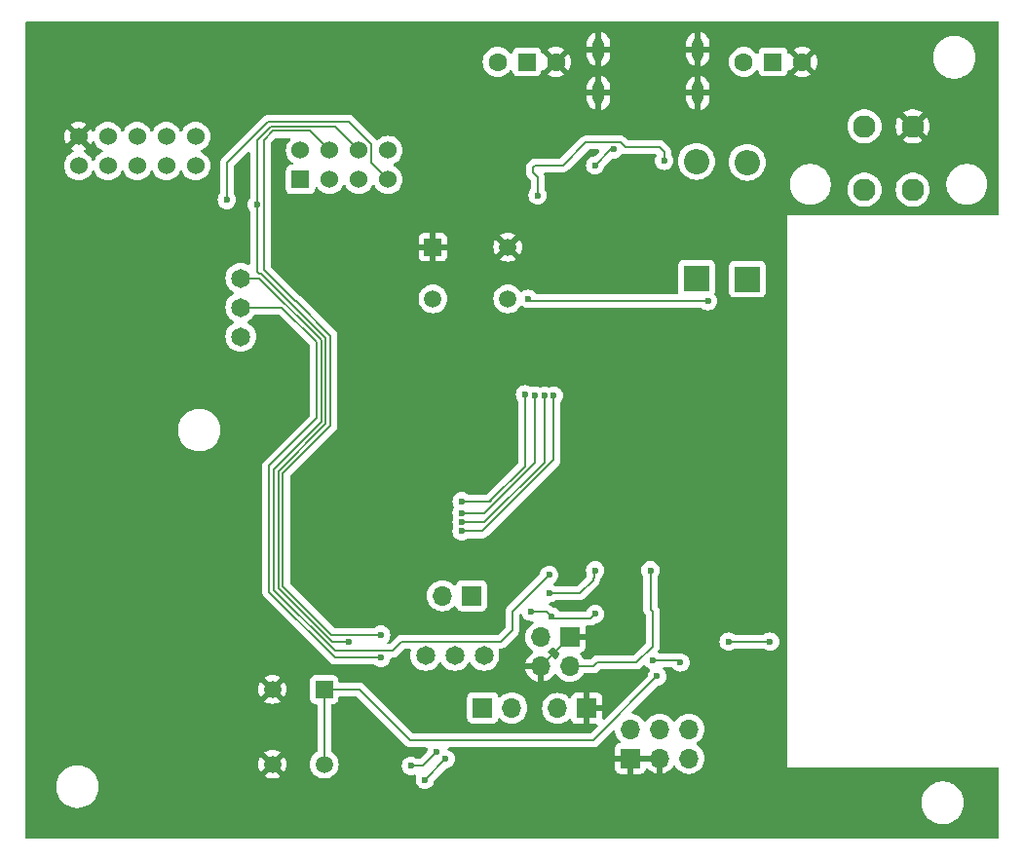
<source format=gbr>
%TF.GenerationSoftware,KiCad,Pcbnew,8.0.8*%
%TF.CreationDate,2025-03-31T15:53:02-05:00*%
%TF.ProjectId,Final Project V1,46696e61-6c20-4507-926f-6a6563742056,rev?*%
%TF.SameCoordinates,Original*%
%TF.FileFunction,Copper,L2,Bot*%
%TF.FilePolarity,Positive*%
%FSLAX46Y46*%
G04 Gerber Fmt 4.6, Leading zero omitted, Abs format (unit mm)*
G04 Created by KiCad (PCBNEW 8.0.8) date 2025-03-31 15:53:02*
%MOMM*%
%LPD*%
G01*
G04 APERTURE LIST*
%TA.AperFunction,ComponentPad*%
%ADD10C,1.651000*%
%TD*%
%TA.AperFunction,ComponentPad*%
%ADD11C,1.524000*%
%TD*%
%TA.AperFunction,ComponentPad*%
%ADD12R,1.498000X1.498000*%
%TD*%
%TA.AperFunction,ComponentPad*%
%ADD13C,1.498000*%
%TD*%
%TA.AperFunction,ComponentPad*%
%ADD14R,2.200000X2.200000*%
%TD*%
%TA.AperFunction,ComponentPad*%
%ADD15O,2.200000X2.200000*%
%TD*%
%TA.AperFunction,ComponentPad*%
%ADD16R,1.500000X1.500000*%
%TD*%
%TA.AperFunction,ComponentPad*%
%ADD17C,1.600000*%
%TD*%
%TA.AperFunction,ComponentPad*%
%ADD18R,1.700000X1.700000*%
%TD*%
%TA.AperFunction,ComponentPad*%
%ADD19O,1.700000X1.700000*%
%TD*%
%TA.AperFunction,ComponentPad*%
%ADD20O,1.000000X2.000000*%
%TD*%
%TA.AperFunction,ComponentPad*%
%ADD21R,1.530000X1.530000*%
%TD*%
%TA.AperFunction,ComponentPad*%
%ADD22C,1.530000*%
%TD*%
%TA.AperFunction,ComponentPad*%
%ADD23C,1.955800*%
%TD*%
%TA.AperFunction,HeatsinkPad*%
%ADD24C,0.600000*%
%TD*%
%TA.AperFunction,ViaPad*%
%ADD25C,0.600000*%
%TD*%
%TA.AperFunction,Conductor*%
%ADD26C,0.200000*%
%TD*%
G04 APERTURE END LIST*
D10*
%TO.P,U5,1,G*%
%TO.N,Motor Power Signal*%
X186140000Y-124200000D03*
%TO.P,U5,2,D*%
%TO.N,Motor Out*%
X183600000Y-124200000D03*
%TO.P,U5,3,S*%
%TO.N,3.3V*%
X181060000Y-124200000D03*
%TD*%
%TO.P,U4,1,G*%
%TO.N,Camera Power Signal*%
X165000000Y-91400000D03*
%TO.P,U4,2,D*%
%TO.N,Camera Power*%
X165000000Y-93940000D03*
%TO.P,U4,3,S*%
%TO.N,3.3V*%
X165000000Y-96480000D03*
%TD*%
D11*
%TO.P,J9,1*%
%TO.N,D4*%
X150920000Y-81619700D03*
%TO.P,J9,2*%
%TO.N,GND*%
X150920000Y-79079700D03*
%TO.P,J9,3*%
%TO.N,D6*%
X153460000Y-81619700D03*
%TO.P,J9,4*%
%TO.N,D5*%
X153460000Y-79079700D03*
%TO.P,J9,5*%
%TO.N,MCLK*%
X156000000Y-81619700D03*
%TO.P,J9,6*%
%TO.N,D7*%
X156000000Y-79079700D03*
%TO.P,J9,7*%
%TO.N,HS*%
X158540000Y-81619700D03*
%TO.P,J9,8*%
%TO.N,PCLK*%
X158540000Y-79079700D03*
%TO.P,J9,9*%
%TO.N,D0*%
X161080000Y-81619700D03*
%TO.P,J9,10*%
%TO.N,VS*%
X161080000Y-79079700D03*
%TD*%
D12*
%TO.P,SW6,1*%
%TO.N,Net-(U2-IO0)*%
X172250000Y-127150000D03*
D13*
%TO.P,SW6,2*%
X172250000Y-133650000D03*
%TO.P,SW6,3*%
%TO.N,GND*%
X167750000Y-127150000D03*
%TO.P,SW6,4*%
X167750000Y-133650000D03*
%TD*%
D14*
%TO.P,D2,1,K*%
%TO.N,Net-(D1-K)*%
X209000000Y-91480000D03*
D15*
%TO.P,D2,2,A*%
%TO.N,Net-(D2-A)*%
X209000000Y-81320000D03*
%TD*%
D16*
%TO.P,SW5,1,B*%
%TO.N,Net-(D2-A)*%
X211260000Y-72600000D03*
D17*
%TO.P,SW5,2,C*%
%TO.N,Net-(SW5-C)*%
X208720000Y-72600000D03*
%TO.P,SW5,3,A*%
%TO.N,GND*%
X213800000Y-72600000D03*
%TD*%
D18*
%TO.P,J3,1,Pin_1*%
%TO.N,GND*%
X193600000Y-122600000D03*
D19*
%TO.P,J3,2,Pin_2*%
%TO.N,Hall Read*%
X193600000Y-125140000D03*
%TO.P,J3,3,Pin_3*%
%TO.N,3.3V*%
X191060000Y-122600000D03*
%TO.P,J3,4,Pin_4*%
%TO.N,GND*%
X191060000Y-125140000D03*
%TD*%
D12*
%TO.P,SW3,1*%
%TO.N,GND*%
X181700000Y-88700000D03*
D13*
%TO.P,SW3,2*%
X188200000Y-88700000D03*
%TO.P,SW3,3*%
%TO.N,Chip_PU*%
X181700000Y-93200000D03*
%TO.P,SW3,4*%
X188200000Y-93200000D03*
%TD*%
D20*
%TO.P,USB-C1,S1,SHIELD*%
%TO.N,GND*%
X204720000Y-75300000D03*
%TO.P,USB-C1,S2,SHIELD__1*%
X196080000Y-75300000D03*
%TO.P,USB-C1,S3,SHIELD__2*%
X204720000Y-71500000D03*
%TO.P,USB-C1,S4,SHIELD__3*%
X196080000Y-71500000D03*
%TD*%
D14*
%TO.P,D1,1,K*%
%TO.N,Net-(D1-K)*%
X204600000Y-91400000D03*
D15*
%TO.P,D1,2,A*%
%TO.N,Net-(D1-A)*%
X204600000Y-81240000D03*
%TD*%
D18*
%TO.P,J2,1,Pin_1*%
%TO.N,GND*%
X198860000Y-133140000D03*
D19*
%TO.P,J2,2,Pin_2*%
%TO.N,RX*%
X198860000Y-130600000D03*
%TO.P,J2,3,Pin_3*%
%TO.N,GND*%
X201400000Y-133140000D03*
%TO.P,J2,4,Pin_4*%
%TO.N,TX*%
X201400000Y-130600000D03*
%TO.P,J2,5,Pin_5*%
%TO.N,3.3V*%
X203940000Y-133140000D03*
%TO.P,J2,6,Pin_6*%
X203940000Y-130600000D03*
%TD*%
D18*
%TO.P,J5,1,Pin_1*%
%TO.N,Net-(J5-Pin_1)*%
X186025000Y-128750000D03*
D19*
%TO.P,J5,2,Pin_2*%
%TO.N,3.3V*%
X188565000Y-128750000D03*
%TD*%
D16*
%TO.P,SW4,1,B*%
%TO.N,Net-(SW4-B)*%
X189860000Y-72600000D03*
D17*
%TO.P,SW4,2,C*%
%TO.N,Net-(D1-A)*%
X187320000Y-72600000D03*
%TO.P,SW4,3,A*%
%TO.N,GND*%
X192400000Y-72600000D03*
%TD*%
D18*
%TO.P,J4,1,Pin_1*%
%TO.N,GND*%
X195075000Y-128800000D03*
D19*
%TO.P,J4,2,Pin_2*%
%TO.N,Motor Out*%
X192535000Y-128800000D03*
%TD*%
D21*
%TO.P,J8,1,1*%
%TO.N,Camera Power*%
X170190000Y-82827500D03*
D22*
%TO.P,J8,2,2*%
X170190000Y-80287500D03*
%TO.P,J8,3,3*%
%TO.N,D1*%
X172730000Y-82827500D03*
%TO.P,J8,4,4*%
%TO.N,SDA*%
X172730000Y-80287500D03*
%TO.P,J8,5,5*%
%TO.N,D2*%
X175270000Y-82827500D03*
%TO.P,J8,6,6*%
%TO.N,SCL*%
X175270000Y-80287500D03*
%TO.P,J8,7,7*%
%TO.N,Net-(J8-Pad7)*%
X177810000Y-82827500D03*
%TO.P,J8,8,8*%
%TO.N,D3*%
X177810000Y-80287500D03*
%TD*%
D23*
%TO.P,J1,1,1*%
%TO.N,Net-(SW5-C)*%
X219200000Y-78200000D03*
%TO.P,J1,2,2*%
%TO.N,GND*%
X223399998Y-78200000D03*
%TO.P,J1,3,3*%
%TO.N,unconnected-(J1-Pad3)*%
X219200000Y-83699999D03*
%TO.P,J1,4,4*%
%TO.N,unconnected-(J1-Pad4)*%
X223399998Y-83699999D03*
%TD*%
D18*
%TO.P,J7,1,Pin_1*%
%TO.N,Net-(J7-Pin_1)*%
X185075000Y-119000000D03*
D19*
%TO.P,J7,2,Pin_2*%
%TO.N,3.3V*%
X182535000Y-119000000D03*
%TD*%
D24*
%TO.P,U2,41,GND*%
%TO.N,GND*%
X203980000Y-107050000D03*
X202580000Y-107050000D03*
X204680000Y-107750000D03*
X203280000Y-107750000D03*
X201880000Y-107750000D03*
X203980000Y-108450000D03*
X202580000Y-108450000D03*
X204680000Y-109150000D03*
X203280000Y-109150000D03*
X201880000Y-109150000D03*
X203980000Y-109850000D03*
X202580000Y-109850000D03*
%TD*%
D25*
%TO.N,3.3V*%
X211000000Y-123000000D03*
X207400000Y-123000000D03*
X203200000Y-124800000D03*
X200800000Y-124600000D03*
X192000000Y-120800000D03*
X182800000Y-133200000D03*
X181000000Y-135000000D03*
X195800000Y-120600000D03*
X190200000Y-120400000D03*
X182000000Y-132600000D03*
X179800000Y-133800000D03*
%TO.N,GND*%
X198800000Y-91450000D03*
X209200000Y-75600000D03*
X210800000Y-94762500D03*
X193800000Y-89037500D03*
X167800000Y-122400000D03*
X211000000Y-101200000D03*
X203150000Y-75305000D03*
X178400000Y-105600000D03*
X209200000Y-78550000D03*
X197000000Y-120800000D03*
X197945000Y-82000000D03*
X201200000Y-89037500D03*
X163800000Y-86400000D03*
X211000000Y-118700000D03*
X196837500Y-85800000D03*
X195400000Y-126200000D03*
X181400000Y-130600000D03*
X170000000Y-124200000D03*
X171200000Y-119000000D03*
X208200000Y-94762500D03*
X192037500Y-83200000D03*
X201000000Y-107600000D03*
X192800000Y-80200000D03*
X180437500Y-95800000D03*
X197777815Y-75179315D03*
X173800000Y-120400000D03*
%TO.N,Chip_PU*%
X205600000Y-93400000D03*
X190000000Y-93200000D03*
%TO.N,Net-(U3-ISET)*%
X195800000Y-81600000D03*
X197400000Y-80200000D03*
%TO.N,Net-(U3-~{CHG})*%
X201800000Y-81200000D03*
X190800000Y-84200000D03*
%TO.N,Hall Read*%
X200600000Y-116800000D03*
%TO.N,D0*%
X184200000Y-113400000D03*
X192200000Y-101600000D03*
%TO.N,D1*%
X191400000Y-101600000D03*
X184200000Y-112600000D03*
%TO.N,D2*%
X184200000Y-111800000D03*
X190600000Y-101600000D03*
%TO.N,Camera Power*%
X177200000Y-124400000D03*
%TO.N,SDA*%
X177200000Y-122400000D03*
%TO.N,D3*%
X184200000Y-110800000D03*
X189700000Y-101500000D03*
%TO.N,SCL*%
X166400000Y-85000000D03*
X174400000Y-123000000D03*
%TO.N,Manual Feed*%
X195800000Y-116800000D03*
X191800000Y-118800000D03*
%TO.N,Camera Power Signal*%
X191800000Y-117200000D03*
%TO.N,Net-(J8-Pad7)*%
X163800000Y-84600000D03*
%TO.N,Net-(U2-IO0)*%
X201187500Y-126012500D03*
%TD*%
D26*
%TO.N,Net-(U2-IO0)*%
X179757302Y-131600000D02*
X175307302Y-127150000D01*
X195600000Y-131600000D02*
X201187500Y-126012500D01*
X179757302Y-131600000D02*
X195600000Y-131600000D01*
%TO.N,3.3V*%
X207400000Y-123000000D02*
X211000000Y-123000000D01*
X203000000Y-124600000D02*
X203200000Y-124800000D01*
X200800000Y-124600000D02*
X203000000Y-124600000D01*
X191600000Y-120400000D02*
X192000000Y-120800000D01*
X182000000Y-132600000D02*
X180800000Y-133800000D01*
X192000000Y-120800000D02*
X192200000Y-121000000D01*
X180800000Y-133800000D02*
X179800000Y-133800000D01*
X195400000Y-121000000D02*
X195800000Y-120600000D01*
X192200000Y-121000000D02*
X195400000Y-121000000D01*
X190200000Y-120400000D02*
X191600000Y-120400000D01*
X182800000Y-133200000D02*
X181000000Y-135000000D01*
%TO.N,GND*%
X191060000Y-125140000D02*
X193600000Y-122600000D01*
X193600000Y-122600000D02*
X195200000Y-122600000D01*
X195200000Y-122600000D02*
X197000000Y-120800000D01*
%TO.N,Net-(U2-IO0)*%
X172250000Y-133650000D02*
X172250000Y-127150000D01*
%TO.N,Chip_PU*%
X205600000Y-93400000D02*
X190200000Y-93400000D01*
X190200000Y-93400000D02*
X190000000Y-93200000D01*
%TO.N,Net-(U3-ISET)*%
X195800000Y-81600000D02*
X197200000Y-80200000D01*
X197200000Y-80200000D02*
X197400000Y-80200000D01*
%TO.N,Net-(U3-~{CHG})*%
X198400000Y-80000000D02*
X198000000Y-79600000D01*
X190600000Y-81600000D02*
X190400000Y-81800000D01*
X201400000Y-80000000D02*
X198400000Y-80000000D01*
X195000000Y-79600000D02*
X193000000Y-81600000D01*
X198000000Y-79600000D02*
X195000000Y-79600000D01*
X201800000Y-81200000D02*
X201800000Y-80400000D01*
X190400000Y-82200000D02*
X190800000Y-82600000D01*
X201800000Y-80400000D02*
X201400000Y-80000000D01*
X190800000Y-82600000D02*
X190800000Y-84200000D01*
X190400000Y-81800000D02*
X190400000Y-82200000D01*
X193000000Y-81600000D02*
X190600000Y-81600000D01*
%TO.N,Hall Read*%
X200800000Y-120400000D02*
X200600000Y-120200000D01*
X200800000Y-123400000D02*
X200800000Y-120400000D01*
X196000000Y-124800000D02*
X199400000Y-124800000D01*
X195660000Y-125140000D02*
X193600000Y-125140000D01*
X199400000Y-124800000D02*
X200800000Y-123400000D01*
X196000000Y-124800000D02*
X195660000Y-125140000D01*
X200600000Y-116800000D02*
X200600000Y-120200000D01*
%TO.N,D0*%
X186000000Y-113400000D02*
X184200000Y-113400000D01*
X192200000Y-107200000D02*
X186000000Y-113400000D01*
X192200000Y-101600000D02*
X192200000Y-107200000D01*
%TO.N,D1*%
X191400000Y-101600000D02*
X191400000Y-107400000D01*
X191400000Y-107400000D02*
X186200000Y-112600000D01*
X186200000Y-112600000D02*
X184200000Y-112600000D01*
%TO.N,D2*%
X190600000Y-107400000D02*
X186200000Y-111800000D01*
X190600000Y-101600000D02*
X190600000Y-107400000D01*
X186200000Y-111800000D02*
X184200000Y-111800000D01*
%TO.N,Camera Power*%
X173200000Y-124400000D02*
X167474500Y-118674500D01*
X168588529Y-93940000D02*
X165000000Y-93940000D01*
X177200000Y-124400000D02*
X173200000Y-124400000D01*
X171600000Y-96951471D02*
X168588529Y-93940000D01*
X167474500Y-107691186D02*
X171600000Y-103565686D01*
X167474500Y-118674500D02*
X167474500Y-107691186D01*
X171600000Y-103565686D02*
X171600000Y-96951471D01*
%TO.N,SDA*%
X172800000Y-104205872D02*
X172800000Y-96400000D01*
X168674500Y-108331372D02*
X172800000Y-104205872D01*
X168674500Y-118177442D02*
X168674500Y-108331372D01*
X167800000Y-78600000D02*
X171042500Y-78600000D01*
X172800000Y-96400000D02*
X169800000Y-93400000D01*
X171042500Y-78600000D02*
X172730000Y-80287500D01*
X169765686Y-93400000D02*
X167000000Y-90634314D01*
X172897058Y-122400000D02*
X168674500Y-118177442D01*
X169800000Y-93400000D02*
X169765686Y-93400000D01*
X167000000Y-90634314D02*
X167000000Y-79400000D01*
X177200000Y-122400000D02*
X172897058Y-122400000D01*
X167000000Y-79400000D02*
X167800000Y-78600000D01*
%TO.N,D3*%
X189700000Y-101500000D02*
X189700000Y-107734314D01*
X186634314Y-110800000D02*
X184200000Y-110800000D01*
X186617157Y-110817157D02*
X186717157Y-110717157D01*
X186717157Y-110717157D02*
X186634314Y-110800000D01*
X189700000Y-107734314D02*
X186617157Y-110817157D01*
%TO.N,SCL*%
X168274500Y-118343128D02*
X168274500Y-108165686D01*
X172400000Y-96600000D02*
X166800000Y-91000000D01*
X166800000Y-91000000D02*
X166600000Y-91000000D01*
X166400000Y-85000000D02*
X166400000Y-79434315D01*
X173182500Y-78200000D02*
X175270000Y-80287500D01*
X174400000Y-123000000D02*
X172931372Y-123000000D01*
X166600000Y-91000000D02*
X166400000Y-90800000D01*
X166400000Y-79434315D02*
X167634315Y-78200000D01*
X172931372Y-123000000D02*
X168274500Y-118343128D01*
X167634315Y-78200000D02*
X173182500Y-78200000D01*
X168274500Y-108165686D02*
X172400000Y-104040186D01*
X166400000Y-90800000D02*
X166400000Y-85000000D01*
X172400000Y-104040186D02*
X172400000Y-96600000D01*
%TO.N,Manual Feed*%
X195600000Y-117648529D02*
X195800000Y-116800000D01*
X194448529Y-118800000D02*
X195600000Y-117648529D01*
X195800000Y-116800000D02*
X195600000Y-116800000D01*
X191800000Y-118800000D02*
X194448529Y-118800000D01*
%TO.N,Camera Power Signal*%
X179000000Y-123000000D02*
X178200000Y-123800000D01*
X172000000Y-103874500D02*
X172000000Y-96785785D01*
X178200000Y-123800000D02*
X173165686Y-123800000D01*
X187600000Y-123000000D02*
X179000000Y-123000000D01*
X191800000Y-117200000D02*
X188600000Y-120400000D01*
X166614215Y-91400000D02*
X165000000Y-91400000D01*
X173165686Y-123800000D02*
X167874500Y-118508814D01*
X188600000Y-120400000D02*
X188600000Y-122000000D01*
X167874500Y-118508814D02*
X167874500Y-108000000D01*
X167874500Y-108000000D02*
X172000000Y-103874500D01*
X172000000Y-96785785D02*
X166614215Y-91400000D01*
X188600000Y-122000000D02*
X187600000Y-123000000D01*
%TO.N,Net-(J8-Pad7)*%
X167400000Y-77800000D02*
X163800000Y-81400000D01*
X176335000Y-81352500D02*
X176335000Y-79735000D01*
X163800000Y-81400000D02*
X163800000Y-84600000D01*
X176335000Y-79735000D02*
X174400000Y-77800000D01*
X174400000Y-77800000D02*
X167400000Y-77800000D01*
X177810000Y-82827500D02*
X176335000Y-81352500D01*
%TO.N,Net-(U2-IO0)*%
X175307302Y-127150000D02*
X172250000Y-127150000D01*
%TD*%
%TA.AperFunction,Conductor*%
%TO.N,GND*%
G36*
X200934075Y-132947007D02*
G01*
X200900000Y-133074174D01*
X200900000Y-133205826D01*
X200934075Y-133332993D01*
X200966988Y-133390000D01*
X199293012Y-133390000D01*
X199325925Y-133332993D01*
X199360000Y-133205826D01*
X199360000Y-133074174D01*
X199325925Y-132947007D01*
X199293012Y-132890000D01*
X200966988Y-132890000D01*
X200934075Y-132947007D01*
G37*
%TD.AperFunction*%
%TA.AperFunction,Conductor*%
G36*
X192184728Y-123487680D02*
G01*
X192240662Y-123529551D01*
X192257577Y-123560528D01*
X192306646Y-123692088D01*
X192306649Y-123692093D01*
X192392809Y-123807187D01*
X192392812Y-123807190D01*
X192507906Y-123893350D01*
X192507913Y-123893354D01*
X192639470Y-123942421D01*
X192695403Y-123984292D01*
X192719821Y-124049756D01*
X192704970Y-124118029D01*
X192683819Y-124146284D01*
X192561505Y-124268598D01*
X192431269Y-124454595D01*
X192376692Y-124498219D01*
X192307193Y-124505412D01*
X192244839Y-124473890D01*
X192228119Y-124454594D01*
X192098113Y-124268926D01*
X192098108Y-124268920D01*
X191931078Y-124101890D01*
X191745405Y-123971879D01*
X191701780Y-123917302D01*
X191694588Y-123847804D01*
X191726110Y-123785449D01*
X191745406Y-123768730D01*
X191745426Y-123768716D01*
X191931401Y-123638495D01*
X192053717Y-123516178D01*
X192115036Y-123482696D01*
X192184728Y-123487680D01*
G37*
%TD.AperFunction*%
%TA.AperFunction,Conductor*%
G36*
X151971741Y-79777888D02*
G01*
X152017094Y-79713117D01*
X152017095Y-79713116D01*
X152077340Y-79583919D01*
X152123512Y-79531480D01*
X152190706Y-79512327D01*
X152257587Y-79532542D01*
X152302105Y-79583918D01*
X152362466Y-79713362D01*
X152362468Y-79713366D01*
X152489170Y-79894315D01*
X152489175Y-79894321D01*
X152645378Y-80050524D01*
X152645384Y-80050529D01*
X152826333Y-80177231D01*
X152826335Y-80177232D01*
X152826338Y-80177234D01*
X152882310Y-80203334D01*
X152955189Y-80237318D01*
X153007628Y-80283490D01*
X153026780Y-80350684D01*
X153006564Y-80417565D01*
X152955189Y-80462082D01*
X152826340Y-80522165D01*
X152826338Y-80522166D01*
X152645377Y-80648875D01*
X152489175Y-80805077D01*
X152362466Y-80986038D01*
X152362465Y-80986040D01*
X152302382Y-81114889D01*
X152256209Y-81167328D01*
X152189016Y-81186480D01*
X152122135Y-81166264D01*
X152077618Y-81114889D01*
X152056150Y-81068852D01*
X152017534Y-80986039D01*
X151922614Y-80850478D01*
X151890827Y-80805081D01*
X151813562Y-80727816D01*
X151734620Y-80648874D01*
X151734616Y-80648871D01*
X151734615Y-80648870D01*
X151553666Y-80522168D01*
X151553662Y-80522166D01*
X151424218Y-80461805D01*
X151371779Y-80415632D01*
X151352627Y-80348439D01*
X151372843Y-80281558D01*
X151424219Y-80237040D01*
X151553416Y-80176795D01*
X151553417Y-80176794D01*
X151618188Y-80131441D01*
X151055942Y-79569194D01*
X151116081Y-79553081D01*
X151231920Y-79486202D01*
X151326502Y-79391620D01*
X151393381Y-79275781D01*
X151409495Y-79215642D01*
X151971741Y-79777888D01*
G37*
%TD.AperFunction*%
%TA.AperFunction,Conductor*%
G36*
X230842539Y-69120185D02*
G01*
X230888294Y-69172989D01*
X230899500Y-69224500D01*
X230899500Y-85826000D01*
X230879815Y-85893039D01*
X230827011Y-85938794D01*
X230775500Y-85950000D01*
X212490000Y-85950000D01*
X212490000Y-133950000D01*
X230775500Y-133950000D01*
X230842539Y-133969685D01*
X230888294Y-134022489D01*
X230899500Y-134074000D01*
X230899500Y-139975500D01*
X230879815Y-140042539D01*
X230827011Y-140088294D01*
X230775500Y-140099500D01*
X146424500Y-140099500D01*
X146357461Y-140079815D01*
X146311706Y-140027011D01*
X146300500Y-139975500D01*
X146300500Y-135478711D01*
X148949500Y-135478711D01*
X148949500Y-135721288D01*
X148981161Y-135961785D01*
X149043947Y-136196104D01*
X149130017Y-136403895D01*
X149136776Y-136420212D01*
X149258064Y-136630289D01*
X149258066Y-136630292D01*
X149258067Y-136630293D01*
X149405733Y-136822736D01*
X149405739Y-136822743D01*
X149577256Y-136994260D01*
X149577262Y-136994265D01*
X149769711Y-137141936D01*
X149979788Y-137263224D01*
X150203900Y-137356054D01*
X150438211Y-137418838D01*
X150618586Y-137442584D01*
X150678711Y-137450500D01*
X150678712Y-137450500D01*
X150921289Y-137450500D01*
X150969388Y-137444167D01*
X151161789Y-137418838D01*
X151396100Y-137356054D01*
X151620212Y-137263224D01*
X151830289Y-137141936D01*
X152022738Y-136994265D01*
X152138292Y-136878711D01*
X224149500Y-136878711D01*
X224149500Y-137121288D01*
X224181161Y-137361785D01*
X224243947Y-137596104D01*
X224336773Y-137820205D01*
X224336776Y-137820212D01*
X224458064Y-138030289D01*
X224458066Y-138030292D01*
X224458067Y-138030293D01*
X224605733Y-138222736D01*
X224605739Y-138222743D01*
X224777256Y-138394260D01*
X224777262Y-138394265D01*
X224969711Y-138541936D01*
X225179788Y-138663224D01*
X225403900Y-138756054D01*
X225638211Y-138818838D01*
X225818586Y-138842584D01*
X225878711Y-138850500D01*
X225878712Y-138850500D01*
X226121289Y-138850500D01*
X226169388Y-138844167D01*
X226361789Y-138818838D01*
X226596100Y-138756054D01*
X226820212Y-138663224D01*
X227030289Y-138541936D01*
X227222738Y-138394265D01*
X227394265Y-138222738D01*
X227541936Y-138030289D01*
X227663224Y-137820212D01*
X227756054Y-137596100D01*
X227818838Y-137361789D01*
X227850500Y-137121288D01*
X227850500Y-136878712D01*
X227818838Y-136638211D01*
X227756054Y-136403900D01*
X227663224Y-136179788D01*
X227541936Y-135969711D01*
X227394265Y-135777262D01*
X227394260Y-135777256D01*
X227222743Y-135605739D01*
X227222736Y-135605733D01*
X227030293Y-135458067D01*
X227030292Y-135458066D01*
X227030289Y-135458064D01*
X226858661Y-135358974D01*
X226820214Y-135336777D01*
X226820205Y-135336773D01*
X226596104Y-135243947D01*
X226361785Y-135181161D01*
X226121289Y-135149500D01*
X226121288Y-135149500D01*
X225878712Y-135149500D01*
X225878711Y-135149500D01*
X225638214Y-135181161D01*
X225403895Y-135243947D01*
X225179794Y-135336773D01*
X225179785Y-135336777D01*
X224969706Y-135458067D01*
X224777263Y-135605733D01*
X224777256Y-135605739D01*
X224605739Y-135777256D01*
X224605733Y-135777263D01*
X224458067Y-135969706D01*
X224336777Y-136179785D01*
X224336773Y-136179794D01*
X224243947Y-136403895D01*
X224181161Y-136638214D01*
X224149500Y-136878711D01*
X152138292Y-136878711D01*
X152194265Y-136822738D01*
X152341936Y-136630289D01*
X152463224Y-136420212D01*
X152556054Y-136196100D01*
X152618838Y-135961789D01*
X152650500Y-135721288D01*
X152650500Y-135478712D01*
X152618838Y-135238211D01*
X152556054Y-135003900D01*
X152463224Y-134779788D01*
X152341936Y-134569711D01*
X152194265Y-134377262D01*
X152194260Y-134377256D01*
X152022743Y-134205739D01*
X152022736Y-134205733D01*
X151830293Y-134058067D01*
X151830292Y-134058066D01*
X151830289Y-134058064D01*
X151620212Y-133936776D01*
X151593687Y-133925789D01*
X151396104Y-133843947D01*
X151161785Y-133781161D01*
X150921289Y-133749500D01*
X150921288Y-133749500D01*
X150678712Y-133749500D01*
X150678711Y-133749500D01*
X150438214Y-133781161D01*
X150203895Y-133843947D01*
X149979794Y-133936773D01*
X149979785Y-133936777D01*
X149769706Y-134058067D01*
X149577263Y-134205733D01*
X149577256Y-134205739D01*
X149405739Y-134377256D01*
X149405733Y-134377263D01*
X149258067Y-134569706D01*
X149136777Y-134779785D01*
X149136773Y-134779794D01*
X149043947Y-135003895D01*
X148981161Y-135238214D01*
X148949500Y-135478711D01*
X146300500Y-135478711D01*
X146300500Y-133649999D01*
X166496229Y-133649999D01*
X166496229Y-133650000D01*
X166515276Y-133867710D01*
X166515278Y-133867720D01*
X166571838Y-134078807D01*
X166571843Y-134078821D01*
X166664200Y-134276882D01*
X166664201Y-134276884D01*
X166707592Y-134338853D01*
X167271119Y-133775326D01*
X167288734Y-133841063D01*
X167353902Y-133953937D01*
X167446063Y-134046098D01*
X167558937Y-134111266D01*
X167624672Y-134128880D01*
X167061145Y-134692406D01*
X167123115Y-134735798D01*
X167123117Y-134735799D01*
X167321178Y-134828156D01*
X167321192Y-134828161D01*
X167532279Y-134884721D01*
X167532289Y-134884723D01*
X167749999Y-134903771D01*
X167750001Y-134903771D01*
X167967710Y-134884723D01*
X167967720Y-134884721D01*
X168178807Y-134828161D01*
X168178821Y-134828156D01*
X168376883Y-134735799D01*
X168376890Y-134735795D01*
X168438853Y-134692406D01*
X167875327Y-134128879D01*
X167941063Y-134111266D01*
X168053937Y-134046098D01*
X168146098Y-133953937D01*
X168211266Y-133841063D01*
X168228880Y-133775327D01*
X168792406Y-134338853D01*
X168835795Y-134276890D01*
X168835799Y-134276883D01*
X168928156Y-134078821D01*
X168928161Y-134078807D01*
X168984721Y-133867720D01*
X168984723Y-133867710D01*
X169003771Y-133650000D01*
X169003771Y-133649999D01*
X168984723Y-133432289D01*
X168984721Y-133432279D01*
X168928161Y-133221192D01*
X168928156Y-133221178D01*
X168835799Y-133023118D01*
X168835793Y-133023108D01*
X168792406Y-132961145D01*
X168228879Y-133524671D01*
X168211266Y-133458937D01*
X168146098Y-133346063D01*
X168053937Y-133253902D01*
X167941063Y-133188734D01*
X167875326Y-133171119D01*
X168438853Y-132607592D01*
X168376884Y-132564201D01*
X168376882Y-132564200D01*
X168178821Y-132471843D01*
X168178807Y-132471838D01*
X167967720Y-132415278D01*
X167967710Y-132415276D01*
X167750001Y-132396229D01*
X167749999Y-132396229D01*
X167532289Y-132415276D01*
X167532279Y-132415278D01*
X167321192Y-132471838D01*
X167321178Y-132471843D01*
X167123121Y-132564198D01*
X167061145Y-132607593D01*
X167624673Y-133171119D01*
X167558937Y-133188734D01*
X167446063Y-133253902D01*
X167353902Y-133346063D01*
X167288734Y-133458937D01*
X167271119Y-133524672D01*
X166707593Y-132961145D01*
X166664198Y-133023121D01*
X166571843Y-133221178D01*
X166571838Y-133221192D01*
X166515278Y-133432279D01*
X166515276Y-133432289D01*
X166496229Y-133649999D01*
X146300500Y-133649999D01*
X146300500Y-127149999D01*
X166496229Y-127149999D01*
X166496229Y-127150000D01*
X166515276Y-127367710D01*
X166515278Y-127367720D01*
X166571838Y-127578807D01*
X166571843Y-127578821D01*
X166664200Y-127776882D01*
X166664201Y-127776884D01*
X166707592Y-127838853D01*
X167271119Y-127275326D01*
X167288734Y-127341063D01*
X167353902Y-127453937D01*
X167446063Y-127546098D01*
X167558937Y-127611266D01*
X167624672Y-127628880D01*
X167061145Y-128192406D01*
X167123115Y-128235798D01*
X167123117Y-128235799D01*
X167321178Y-128328156D01*
X167321192Y-128328161D01*
X167532279Y-128384721D01*
X167532289Y-128384723D01*
X167749999Y-128403771D01*
X167750001Y-128403771D01*
X167967710Y-128384723D01*
X167967720Y-128384721D01*
X168178807Y-128328161D01*
X168178821Y-128328156D01*
X168376883Y-128235799D01*
X168376890Y-128235795D01*
X168438853Y-128192406D01*
X167875327Y-127628879D01*
X167941063Y-127611266D01*
X168053937Y-127546098D01*
X168146098Y-127453937D01*
X168211266Y-127341063D01*
X168228880Y-127275327D01*
X168792406Y-127838853D01*
X168835795Y-127776890D01*
X168835799Y-127776883D01*
X168928156Y-127578821D01*
X168928161Y-127578807D01*
X168984721Y-127367720D01*
X168984723Y-127367710D01*
X169003771Y-127150000D01*
X169003771Y-127149999D01*
X168984723Y-126932289D01*
X168984721Y-126932279D01*
X168928161Y-126721192D01*
X168928156Y-126721178D01*
X168835799Y-126523118D01*
X168835793Y-126523108D01*
X168792406Y-126461145D01*
X168228879Y-127024671D01*
X168211266Y-126958937D01*
X168146098Y-126846063D01*
X168053937Y-126753902D01*
X167941063Y-126688734D01*
X167875326Y-126671119D01*
X168438853Y-126107592D01*
X168376884Y-126064201D01*
X168376882Y-126064200D01*
X168178821Y-125971843D01*
X168178807Y-125971838D01*
X167967720Y-125915278D01*
X167967710Y-125915276D01*
X167750001Y-125896229D01*
X167749999Y-125896229D01*
X167532289Y-125915276D01*
X167532279Y-125915278D01*
X167321192Y-125971838D01*
X167321178Y-125971843D01*
X167123121Y-126064198D01*
X167061145Y-126107593D01*
X167624673Y-126671119D01*
X167558937Y-126688734D01*
X167446063Y-126753902D01*
X167353902Y-126846063D01*
X167288734Y-126958937D01*
X167271119Y-127024672D01*
X166707593Y-126461145D01*
X166664198Y-126523121D01*
X166571843Y-126721178D01*
X166571838Y-126721192D01*
X166515278Y-126932279D01*
X166515276Y-126932289D01*
X166496229Y-127149999D01*
X146300500Y-127149999D01*
X146300500Y-104478711D01*
X159549500Y-104478711D01*
X159549500Y-104721288D01*
X159581161Y-104961785D01*
X159643947Y-105196104D01*
X159736773Y-105420205D01*
X159736776Y-105420212D01*
X159858064Y-105630289D01*
X159858066Y-105630292D01*
X159858067Y-105630293D01*
X160005733Y-105822736D01*
X160005739Y-105822743D01*
X160177256Y-105994260D01*
X160177262Y-105994265D01*
X160369711Y-106141936D01*
X160579788Y-106263224D01*
X160803900Y-106356054D01*
X161038211Y-106418838D01*
X161218586Y-106442584D01*
X161278711Y-106450500D01*
X161278712Y-106450500D01*
X161521289Y-106450500D01*
X161569388Y-106444167D01*
X161761789Y-106418838D01*
X161996100Y-106356054D01*
X162220212Y-106263224D01*
X162430289Y-106141936D01*
X162622738Y-105994265D01*
X162794265Y-105822738D01*
X162941936Y-105630289D01*
X163063224Y-105420212D01*
X163156054Y-105196100D01*
X163218838Y-104961789D01*
X163250500Y-104721288D01*
X163250500Y-104478712D01*
X163218838Y-104238211D01*
X163156054Y-104003900D01*
X163063224Y-103779788D01*
X162941936Y-103569711D01*
X162794265Y-103377262D01*
X162794260Y-103377256D01*
X162622743Y-103205739D01*
X162622736Y-103205733D01*
X162430293Y-103058067D01*
X162430292Y-103058066D01*
X162430289Y-103058064D01*
X162220212Y-102936776D01*
X162220205Y-102936773D01*
X161996104Y-102843947D01*
X161761785Y-102781161D01*
X161521289Y-102749500D01*
X161521288Y-102749500D01*
X161278712Y-102749500D01*
X161278711Y-102749500D01*
X161038214Y-102781161D01*
X160803895Y-102843947D01*
X160579794Y-102936773D01*
X160579785Y-102936777D01*
X160369706Y-103058067D01*
X160177263Y-103205733D01*
X160177256Y-103205739D01*
X160005739Y-103377256D01*
X160005733Y-103377263D01*
X159858067Y-103569706D01*
X159736777Y-103779785D01*
X159736773Y-103779794D01*
X159643947Y-104003895D01*
X159581161Y-104238214D01*
X159549500Y-104478711D01*
X146300500Y-104478711D01*
X146300500Y-84599996D01*
X162994435Y-84599996D01*
X162994435Y-84600003D01*
X163014630Y-84779249D01*
X163014631Y-84779254D01*
X163074211Y-84949523D01*
X163115039Y-85014500D01*
X163170184Y-85102262D01*
X163297738Y-85229816D01*
X163450478Y-85325789D01*
X163518306Y-85349523D01*
X163620745Y-85385368D01*
X163620750Y-85385369D01*
X163799996Y-85405565D01*
X163800000Y-85405565D01*
X163800004Y-85405565D01*
X163979249Y-85385369D01*
X163979252Y-85385368D01*
X163979255Y-85385368D01*
X164149522Y-85325789D01*
X164302262Y-85229816D01*
X164429816Y-85102262D01*
X164525789Y-84949522D01*
X164585368Y-84779255D01*
X164592201Y-84718612D01*
X164605565Y-84600003D01*
X164605565Y-84599996D01*
X164585369Y-84420750D01*
X164585368Y-84420745D01*
X164525788Y-84250476D01*
X164429813Y-84097734D01*
X164427550Y-84094896D01*
X164426659Y-84092715D01*
X164426111Y-84091842D01*
X164426264Y-84091745D01*
X164401144Y-84030209D01*
X164400500Y-84017587D01*
X164400500Y-81700097D01*
X164420185Y-81633058D01*
X164436819Y-81612416D01*
X165587819Y-80461416D01*
X165649142Y-80427931D01*
X165718834Y-80432915D01*
X165774767Y-80474787D01*
X165799184Y-80540251D01*
X165799500Y-80549097D01*
X165799500Y-84417587D01*
X165779815Y-84484626D01*
X165772450Y-84494896D01*
X165770186Y-84497734D01*
X165674211Y-84650476D01*
X165614631Y-84820745D01*
X165614630Y-84820750D01*
X165594435Y-84999996D01*
X165594435Y-85000003D01*
X165614630Y-85179249D01*
X165614631Y-85179254D01*
X165674211Y-85349523D01*
X165770185Y-85502263D01*
X165772445Y-85505097D01*
X165773334Y-85507275D01*
X165773889Y-85508158D01*
X165773734Y-85508255D01*
X165798855Y-85569783D01*
X165799500Y-85582412D01*
X165799500Y-90115093D01*
X165779815Y-90182132D01*
X165727011Y-90227887D01*
X165657853Y-90237831D01*
X165623095Y-90227475D01*
X165455251Y-90149208D01*
X165455247Y-90149207D01*
X165455243Y-90149205D01*
X165231142Y-90089158D01*
X165231132Y-90089156D01*
X165000001Y-90068935D01*
X164999999Y-90068935D01*
X164768867Y-90089156D01*
X164768857Y-90089158D01*
X164544756Y-90149205D01*
X164544747Y-90149209D01*
X164334467Y-90247264D01*
X164334463Y-90247266D01*
X164144406Y-90380345D01*
X163980345Y-90544406D01*
X163847266Y-90734463D01*
X163847264Y-90734467D01*
X163749209Y-90944747D01*
X163749205Y-90944756D01*
X163689158Y-91168857D01*
X163689156Y-91168867D01*
X163668935Y-91399999D01*
X163668935Y-91400000D01*
X163689156Y-91631132D01*
X163689158Y-91631142D01*
X163749205Y-91855243D01*
X163749207Y-91855247D01*
X163749208Y-91855251D01*
X163791398Y-91945727D01*
X163847263Y-92065532D01*
X163847264Y-92065533D01*
X163980345Y-92255592D01*
X164144408Y-92419655D01*
X164334467Y-92552736D01*
X164344937Y-92557618D01*
X164397376Y-92603791D01*
X164416528Y-92670984D01*
X164396312Y-92737865D01*
X164344940Y-92782380D01*
X164341540Y-92783966D01*
X164334465Y-92787265D01*
X164334463Y-92787266D01*
X164144406Y-92920345D01*
X163980345Y-93084406D01*
X163847266Y-93274463D01*
X163847264Y-93274467D01*
X163749209Y-93484747D01*
X163749205Y-93484756D01*
X163689158Y-93708857D01*
X163689156Y-93708867D01*
X163668935Y-93939999D01*
X163668935Y-93940000D01*
X163689156Y-94171132D01*
X163689158Y-94171142D01*
X163749205Y-94395243D01*
X163749207Y-94395247D01*
X163749208Y-94395251D01*
X163798236Y-94500392D01*
X163847263Y-94605532D01*
X163847264Y-94605533D01*
X163980345Y-94795592D01*
X164144408Y-94959655D01*
X164334467Y-95092736D01*
X164344937Y-95097618D01*
X164397376Y-95143791D01*
X164416528Y-95210984D01*
X164396312Y-95277865D01*
X164344940Y-95322380D01*
X164341540Y-95323966D01*
X164334465Y-95327265D01*
X164334463Y-95327266D01*
X164144406Y-95460345D01*
X163980345Y-95624406D01*
X163847266Y-95814463D01*
X163847264Y-95814467D01*
X163749209Y-96024747D01*
X163749205Y-96024756D01*
X163689158Y-96248857D01*
X163689156Y-96248867D01*
X163668935Y-96479999D01*
X163668935Y-96480000D01*
X163689156Y-96711132D01*
X163689158Y-96711142D01*
X163749205Y-96935243D01*
X163749207Y-96935247D01*
X163749208Y-96935251D01*
X163798236Y-97040392D01*
X163847263Y-97145532D01*
X163873880Y-97183544D01*
X163980345Y-97335592D01*
X164144408Y-97499655D01*
X164334467Y-97632736D01*
X164544749Y-97730792D01*
X164768863Y-97790843D01*
X164953772Y-97807020D01*
X164999999Y-97811065D01*
X165000000Y-97811065D01*
X165000001Y-97811065D01*
X165038522Y-97807694D01*
X165231137Y-97790843D01*
X165455251Y-97730792D01*
X165665533Y-97632736D01*
X165855592Y-97499655D01*
X166019655Y-97335592D01*
X166152736Y-97145533D01*
X166250792Y-96935251D01*
X166310843Y-96711137D01*
X166331065Y-96480000D01*
X166310843Y-96248863D01*
X166250792Y-96024749D01*
X166152736Y-95814468D01*
X166152734Y-95814465D01*
X166152733Y-95814463D01*
X166019654Y-95624406D01*
X165855596Y-95460349D01*
X165855592Y-95460345D01*
X165665533Y-95327264D01*
X165655064Y-95322382D01*
X165602624Y-95276212D01*
X165583471Y-95209019D01*
X165603685Y-95142137D01*
X165655064Y-95097617D01*
X165665533Y-95092736D01*
X165855592Y-94959655D01*
X166019655Y-94795592D01*
X166152736Y-94605533D01*
X166152740Y-94605522D01*
X166154485Y-94602503D01*
X166155605Y-94601435D01*
X166155841Y-94601098D01*
X166155908Y-94601145D01*
X166205051Y-94554286D01*
X166261874Y-94540500D01*
X168288432Y-94540500D01*
X168355471Y-94560185D01*
X168376113Y-94576819D01*
X170963181Y-97163887D01*
X170996666Y-97225210D01*
X170999500Y-97251568D01*
X170999500Y-103265588D01*
X170979815Y-103332627D01*
X170963181Y-103353269D01*
X166993981Y-107322468D01*
X166993980Y-107322470D01*
X166949507Y-107399500D01*
X166914923Y-107459401D01*
X166873999Y-107612129D01*
X166873999Y-107612131D01*
X166873999Y-107780232D01*
X166874000Y-107780245D01*
X166874000Y-118587830D01*
X166873999Y-118587848D01*
X166873999Y-118753554D01*
X166873998Y-118753554D01*
X166873999Y-118753557D01*
X166914923Y-118906285D01*
X166936483Y-118943628D01*
X166993977Y-119043212D01*
X166993981Y-119043217D01*
X167112849Y-119162085D01*
X167112854Y-119162089D01*
X172831284Y-124880520D01*
X172831286Y-124880521D01*
X172831290Y-124880524D01*
X172946444Y-124947007D01*
X172968216Y-124959577D01*
X173120943Y-125000501D01*
X173120945Y-125000501D01*
X173286654Y-125000501D01*
X173286670Y-125000500D01*
X176617588Y-125000500D01*
X176684627Y-125020185D01*
X176694903Y-125027555D01*
X176697736Y-125029814D01*
X176697738Y-125029816D01*
X176850478Y-125125789D01*
X177020745Y-125185368D01*
X177020750Y-125185369D01*
X177199996Y-125205565D01*
X177200000Y-125205565D01*
X177200004Y-125205565D01*
X177379249Y-125185369D01*
X177379252Y-125185368D01*
X177379255Y-125185368D01*
X177549522Y-125125789D01*
X177702262Y-125029816D01*
X177829816Y-124902262D01*
X177925789Y-124749522D01*
X177985368Y-124579255D01*
X177985369Y-124579249D01*
X177993102Y-124510618D01*
X178020168Y-124446204D01*
X178077763Y-124406649D01*
X178116322Y-124400501D01*
X178279054Y-124400501D01*
X178279057Y-124400501D01*
X178431785Y-124359577D01*
X178481904Y-124330639D01*
X178568716Y-124280520D01*
X178680520Y-124168716D01*
X178680520Y-124168714D01*
X178690728Y-124158507D01*
X178690729Y-124158504D01*
X179212416Y-123636819D01*
X179273739Y-123603334D01*
X179300097Y-123600500D01*
X179686259Y-123600500D01*
X179753298Y-123620185D01*
X179799053Y-123672989D01*
X179808997Y-123742147D01*
X179806034Y-123756593D01*
X179749158Y-123968857D01*
X179749156Y-123968867D01*
X179728935Y-124199999D01*
X179728935Y-124200000D01*
X179749156Y-124431132D01*
X179749158Y-124431142D01*
X179809205Y-124655243D01*
X179809207Y-124655247D01*
X179809208Y-124655251D01*
X179817986Y-124674075D01*
X179907263Y-124865532D01*
X179917758Y-124880520D01*
X180040345Y-125055592D01*
X180204408Y-125219655D01*
X180394467Y-125352736D01*
X180604749Y-125450792D01*
X180828863Y-125510843D01*
X181013772Y-125527020D01*
X181059999Y-125531065D01*
X181060000Y-125531065D01*
X181060001Y-125531065D01*
X181098522Y-125527694D01*
X181291137Y-125510843D01*
X181515251Y-125450792D01*
X181725533Y-125352736D01*
X181915592Y-125219655D01*
X182079655Y-125055592D01*
X182212736Y-124865533D01*
X182217617Y-124855064D01*
X182263788Y-124802624D01*
X182330981Y-124783471D01*
X182397863Y-124803685D01*
X182442382Y-124855064D01*
X182447264Y-124865533D01*
X182580345Y-125055592D01*
X182744408Y-125219655D01*
X182934467Y-125352736D01*
X183144749Y-125450792D01*
X183368863Y-125510843D01*
X183553772Y-125527020D01*
X183599999Y-125531065D01*
X183600000Y-125531065D01*
X183600001Y-125531065D01*
X183638522Y-125527694D01*
X183831137Y-125510843D01*
X184055251Y-125450792D01*
X184265533Y-125352736D01*
X184455592Y-125219655D01*
X184619655Y-125055592D01*
X184752736Y-124865533D01*
X184757617Y-124855064D01*
X184803788Y-124802624D01*
X184870981Y-124783471D01*
X184937863Y-124803685D01*
X184982382Y-124855064D01*
X184987264Y-124865533D01*
X185120345Y-125055592D01*
X185284408Y-125219655D01*
X185474467Y-125352736D01*
X185684749Y-125450792D01*
X185908863Y-125510843D01*
X186093772Y-125527020D01*
X186139999Y-125531065D01*
X186140000Y-125531065D01*
X186140001Y-125531065D01*
X186178522Y-125527694D01*
X186371137Y-125510843D01*
X186595251Y-125450792D01*
X186805533Y-125352736D01*
X186995592Y-125219655D01*
X187159655Y-125055592D01*
X187292736Y-124865533D01*
X187390792Y-124655251D01*
X187450843Y-124431137D01*
X187471065Y-124200000D01*
X187450843Y-123968863D01*
X187401401Y-123784341D01*
X187393966Y-123756594D01*
X187395629Y-123686744D01*
X187434792Y-123628882D01*
X187499020Y-123601378D01*
X187513741Y-123600501D01*
X187679054Y-123600501D01*
X187679057Y-123600501D01*
X187831785Y-123559577D01*
X187881904Y-123530639D01*
X187968716Y-123480520D01*
X188080520Y-123368716D01*
X188080520Y-123368714D01*
X188090728Y-123358507D01*
X188090729Y-123358504D01*
X189080520Y-122368716D01*
X189159577Y-122231784D01*
X189200501Y-122079057D01*
X189200501Y-121920942D01*
X189200501Y-121913347D01*
X189200500Y-121913329D01*
X189200500Y-120700096D01*
X189220185Y-120633057D01*
X189236815Y-120612419D01*
X189237593Y-120611641D01*
X189298915Y-120578157D01*
X189368607Y-120583141D01*
X189424540Y-120625013D01*
X189442315Y-120658369D01*
X189474210Y-120749521D01*
X189570184Y-120902262D01*
X189697738Y-121029816D01*
X189850478Y-121125789D01*
X190002301Y-121178914D01*
X190020745Y-121185368D01*
X190020750Y-121185369D01*
X190199996Y-121205565D01*
X190200000Y-121205565D01*
X190200003Y-121205565D01*
X190310091Y-121193161D01*
X190378913Y-121205215D01*
X190430293Y-121252564D01*
X190447917Y-121320175D01*
X190426191Y-121386581D01*
X190385980Y-121423765D01*
X190382173Y-121425962D01*
X190188597Y-121561505D01*
X190021505Y-121728597D01*
X189885965Y-121922169D01*
X189885964Y-121922171D01*
X189786098Y-122136335D01*
X189786094Y-122136344D01*
X189724938Y-122364586D01*
X189724936Y-122364596D01*
X189704341Y-122599999D01*
X189704341Y-122600000D01*
X189724936Y-122835403D01*
X189724938Y-122835413D01*
X189786094Y-123063655D01*
X189786096Y-123063659D01*
X189786097Y-123063663D01*
X189849439Y-123199500D01*
X189885965Y-123277830D01*
X189885967Y-123277834D01*
X189949602Y-123368713D01*
X190021505Y-123471401D01*
X190188599Y-123638495D01*
X190374572Y-123768715D01*
X190374594Y-123768730D01*
X190418219Y-123823307D01*
X190425413Y-123892805D01*
X190393890Y-123955160D01*
X190374595Y-123971880D01*
X190188922Y-124101890D01*
X190188920Y-124101891D01*
X190021891Y-124268920D01*
X190021886Y-124268926D01*
X189886400Y-124462420D01*
X189886399Y-124462422D01*
X189786570Y-124676507D01*
X189786567Y-124676513D01*
X189729364Y-124889999D01*
X189729364Y-124890000D01*
X190626988Y-124890000D01*
X190594075Y-124947007D01*
X190560000Y-125074174D01*
X190560000Y-125205826D01*
X190594075Y-125332993D01*
X190626988Y-125390000D01*
X189729364Y-125390000D01*
X189786567Y-125603486D01*
X189786570Y-125603492D01*
X189886399Y-125817578D01*
X190021894Y-126011082D01*
X190188917Y-126178105D01*
X190382421Y-126313600D01*
X190596507Y-126413429D01*
X190596516Y-126413433D01*
X190810000Y-126470634D01*
X190810000Y-125573012D01*
X190867007Y-125605925D01*
X190994174Y-125640000D01*
X191125826Y-125640000D01*
X191252993Y-125605925D01*
X191310000Y-125573012D01*
X191310000Y-126470633D01*
X191523483Y-126413433D01*
X191523492Y-126413429D01*
X191737578Y-126313600D01*
X191931082Y-126178105D01*
X192098105Y-126011082D01*
X192228119Y-125825405D01*
X192282696Y-125781781D01*
X192352195Y-125774588D01*
X192414549Y-125806110D01*
X192431269Y-125825405D01*
X192561505Y-126011401D01*
X192728599Y-126178495D01*
X192825384Y-126246265D01*
X192922165Y-126314032D01*
X192922167Y-126314033D01*
X192922170Y-126314035D01*
X193136337Y-126413903D01*
X193364592Y-126475063D01*
X193552918Y-126491539D01*
X193599999Y-126495659D01*
X193600000Y-126495659D01*
X193600001Y-126495659D01*
X193639234Y-126492226D01*
X193835408Y-126475063D01*
X194063663Y-126413903D01*
X194277830Y-126314035D01*
X194471401Y-126178495D01*
X194638495Y-126011401D01*
X194774035Y-125817830D01*
X194776707Y-125812097D01*
X194822878Y-125759658D01*
X194889091Y-125740500D01*
X195573331Y-125740500D01*
X195573347Y-125740501D01*
X195580943Y-125740501D01*
X195739054Y-125740501D01*
X195739057Y-125740501D01*
X195891785Y-125699577D01*
X195955176Y-125662978D01*
X196028716Y-125620520D01*
X196140520Y-125508716D01*
X196140521Y-125508714D01*
X196212418Y-125436816D01*
X196273740Y-125403334D01*
X196300097Y-125400500D01*
X199313331Y-125400500D01*
X199313347Y-125400501D01*
X199320943Y-125400501D01*
X199479054Y-125400501D01*
X199479057Y-125400501D01*
X199631785Y-125359577D01*
X199690307Y-125325789D01*
X199768716Y-125280520D01*
X199880520Y-125168716D01*
X199880520Y-125168714D01*
X199890724Y-125158511D01*
X199890728Y-125158506D01*
X199974104Y-125075129D01*
X200035425Y-125041646D01*
X200105117Y-125046630D01*
X200161050Y-125088502D01*
X200166774Y-125096836D01*
X200170184Y-125102262D01*
X200297738Y-125229816D01*
X200450478Y-125325789D01*
X200450480Y-125325790D01*
X200486601Y-125338429D01*
X200543378Y-125379149D01*
X200569127Y-125444101D01*
X200555672Y-125512663D01*
X200550643Y-125521443D01*
X200461711Y-125662977D01*
X200402130Y-125833250D01*
X200392337Y-125920168D01*
X200365270Y-125984582D01*
X200356798Y-125993965D01*
X196636681Y-129714083D01*
X196575358Y-129747568D01*
X196505666Y-129742584D01*
X196449733Y-129700712D01*
X196425316Y-129635248D01*
X196425000Y-129626402D01*
X196425000Y-129050000D01*
X195508012Y-129050000D01*
X195540925Y-128992993D01*
X195575000Y-128865826D01*
X195575000Y-128734174D01*
X195540925Y-128607007D01*
X195508012Y-128550000D01*
X196425000Y-128550000D01*
X196425000Y-127902172D01*
X196424999Y-127902155D01*
X196418598Y-127842627D01*
X196418596Y-127842620D01*
X196368354Y-127707913D01*
X196368350Y-127707906D01*
X196282190Y-127592812D01*
X196282187Y-127592809D01*
X196167093Y-127506649D01*
X196167086Y-127506645D01*
X196032379Y-127456403D01*
X196032372Y-127456401D01*
X195972844Y-127450000D01*
X195325000Y-127450000D01*
X195325000Y-128366988D01*
X195267993Y-128334075D01*
X195140826Y-128300000D01*
X195009174Y-128300000D01*
X194882007Y-128334075D01*
X194825000Y-128366988D01*
X194825000Y-127450000D01*
X194177155Y-127450000D01*
X194117627Y-127456401D01*
X194117620Y-127456403D01*
X193982913Y-127506645D01*
X193982906Y-127506649D01*
X193867812Y-127592809D01*
X193867809Y-127592812D01*
X193781649Y-127707906D01*
X193781645Y-127707913D01*
X193732578Y-127839470D01*
X193690707Y-127895404D01*
X193625242Y-127919821D01*
X193556969Y-127904969D01*
X193528715Y-127883819D01*
X193478326Y-127833430D01*
X193406401Y-127761505D01*
X193406397Y-127761502D01*
X193406396Y-127761501D01*
X193212834Y-127625967D01*
X193212830Y-127625965D01*
X193141727Y-127592809D01*
X192998663Y-127526097D01*
X192998659Y-127526096D01*
X192998655Y-127526094D01*
X192770413Y-127464938D01*
X192770403Y-127464936D01*
X192535001Y-127444341D01*
X192534999Y-127444341D01*
X192299596Y-127464936D01*
X192299586Y-127464938D01*
X192071344Y-127526094D01*
X192071335Y-127526098D01*
X191857171Y-127625964D01*
X191857169Y-127625965D01*
X191663597Y-127761505D01*
X191496505Y-127928597D01*
X191360965Y-128122169D01*
X191360964Y-128122171D01*
X191261098Y-128336335D01*
X191261094Y-128336344D01*
X191199938Y-128564586D01*
X191199936Y-128564596D01*
X191179341Y-128799999D01*
X191179341Y-128800000D01*
X191199936Y-129035403D01*
X191199938Y-129035413D01*
X191261094Y-129263655D01*
X191261096Y-129263659D01*
X191261097Y-129263663D01*
X191360965Y-129477830D01*
X191360967Y-129477834D01*
X191461490Y-129621395D01*
X191496505Y-129671401D01*
X191663599Y-129838495D01*
X191740138Y-129892088D01*
X191857165Y-129974032D01*
X191857167Y-129974033D01*
X191857170Y-129974035D01*
X192071337Y-130073903D01*
X192299592Y-130135063D01*
X192470319Y-130150000D01*
X192534999Y-130155659D01*
X192535000Y-130155659D01*
X192535001Y-130155659D01*
X192599681Y-130150000D01*
X192770408Y-130135063D01*
X192998663Y-130073903D01*
X193212830Y-129974035D01*
X193406401Y-129838495D01*
X193528717Y-129716178D01*
X193590036Y-129682696D01*
X193659728Y-129687680D01*
X193715662Y-129729551D01*
X193732577Y-129760528D01*
X193781646Y-129892088D01*
X193781649Y-129892093D01*
X193867809Y-130007187D01*
X193867812Y-130007190D01*
X193982906Y-130093350D01*
X193982913Y-130093354D01*
X194117620Y-130143596D01*
X194117627Y-130143598D01*
X194177155Y-130149999D01*
X194177172Y-130150000D01*
X194825000Y-130150000D01*
X194825000Y-129233012D01*
X194882007Y-129265925D01*
X195009174Y-129300000D01*
X195140826Y-129300000D01*
X195267993Y-129265925D01*
X195325000Y-129233012D01*
X195325000Y-130150000D01*
X195901403Y-130150000D01*
X195968442Y-130169685D01*
X196014197Y-130222489D01*
X196024141Y-130291647D01*
X195995116Y-130355203D01*
X195989084Y-130361681D01*
X195387584Y-130963181D01*
X195326261Y-130996666D01*
X195299903Y-130999500D01*
X180057399Y-130999500D01*
X179990360Y-130979815D01*
X179969718Y-130963181D01*
X176858672Y-127852135D01*
X184674500Y-127852135D01*
X184674500Y-129647870D01*
X184674501Y-129647876D01*
X184680908Y-129707483D01*
X184731202Y-129842328D01*
X184731206Y-129842335D01*
X184817452Y-129957544D01*
X184817455Y-129957547D01*
X184932664Y-130043793D01*
X184932671Y-130043797D01*
X185067517Y-130094091D01*
X185067516Y-130094091D01*
X185074444Y-130094835D01*
X185127127Y-130100500D01*
X186922872Y-130100499D01*
X186982483Y-130094091D01*
X187117331Y-130043796D01*
X187232546Y-129957546D01*
X187318796Y-129842331D01*
X187367810Y-129710916D01*
X187409681Y-129654984D01*
X187475145Y-129630566D01*
X187543418Y-129645417D01*
X187571673Y-129666569D01*
X187693599Y-129788495D01*
X187790384Y-129856265D01*
X187887165Y-129924032D01*
X187887167Y-129924033D01*
X187887170Y-129924035D01*
X188101337Y-130023903D01*
X188329592Y-130085063D01*
X188506034Y-130100500D01*
X188564999Y-130105659D01*
X188565000Y-130105659D01*
X188565001Y-130105659D01*
X188623966Y-130100500D01*
X188800408Y-130085063D01*
X189028663Y-130023903D01*
X189242830Y-129924035D01*
X189436401Y-129788495D01*
X189603495Y-129621401D01*
X189739035Y-129427830D01*
X189838903Y-129213663D01*
X189900063Y-128985408D01*
X189920659Y-128750000D01*
X189900063Y-128514592D01*
X189838903Y-128286337D01*
X189739035Y-128072171D01*
X189693040Y-128006482D01*
X189603494Y-127878597D01*
X189436402Y-127711506D01*
X189436395Y-127711501D01*
X189242834Y-127575967D01*
X189242830Y-127575965D01*
X189178780Y-127546098D01*
X189028663Y-127476097D01*
X189028659Y-127476096D01*
X189028655Y-127476094D01*
X188800413Y-127414938D01*
X188800403Y-127414936D01*
X188565001Y-127394341D01*
X188564999Y-127394341D01*
X188329596Y-127414936D01*
X188329586Y-127414938D01*
X188101344Y-127476094D01*
X188101335Y-127476098D01*
X187887171Y-127575964D01*
X187887169Y-127575965D01*
X187693600Y-127711503D01*
X187571673Y-127833430D01*
X187510350Y-127866914D01*
X187440658Y-127861930D01*
X187384725Y-127820058D01*
X187367810Y-127789081D01*
X187318797Y-127657671D01*
X187318793Y-127657664D01*
X187232547Y-127542455D01*
X187232544Y-127542452D01*
X187117335Y-127456206D01*
X187117328Y-127456202D01*
X186982482Y-127405908D01*
X186982483Y-127405908D01*
X186922883Y-127399501D01*
X186922881Y-127399500D01*
X186922873Y-127399500D01*
X186922864Y-127399500D01*
X185127129Y-127399500D01*
X185127123Y-127399501D01*
X185067516Y-127405908D01*
X184932671Y-127456202D01*
X184932664Y-127456206D01*
X184817455Y-127542452D01*
X184817452Y-127542455D01*
X184731206Y-127657664D01*
X184731202Y-127657671D01*
X184680908Y-127792517D01*
X184674501Y-127852116D01*
X184674500Y-127852135D01*
X176858672Y-127852135D01*
X175794892Y-126788355D01*
X175794890Y-126788352D01*
X175676019Y-126669481D01*
X175676018Y-126669480D01*
X175589206Y-126619360D01*
X175589206Y-126619359D01*
X175589202Y-126619358D01*
X175539087Y-126590423D01*
X175386359Y-126549499D01*
X175228245Y-126549499D01*
X175220649Y-126549499D01*
X175220633Y-126549500D01*
X173623499Y-126549500D01*
X173556460Y-126529815D01*
X173510705Y-126477011D01*
X173499499Y-126425500D01*
X173499499Y-126353129D01*
X173499498Y-126353123D01*
X173499497Y-126353116D01*
X173493091Y-126293517D01*
X173455136Y-126191755D01*
X173442797Y-126158671D01*
X173442793Y-126158664D01*
X173356547Y-126043455D01*
X173356544Y-126043452D01*
X173241335Y-125957206D01*
X173241328Y-125957202D01*
X173106482Y-125906908D01*
X173106483Y-125906908D01*
X173046883Y-125900501D01*
X173046881Y-125900500D01*
X173046873Y-125900500D01*
X173046864Y-125900500D01*
X171453129Y-125900500D01*
X171453123Y-125900501D01*
X171393516Y-125906908D01*
X171258671Y-125957202D01*
X171258664Y-125957206D01*
X171143455Y-126043452D01*
X171143452Y-126043455D01*
X171057206Y-126158664D01*
X171057202Y-126158671D01*
X171006908Y-126293517D01*
X171000501Y-126353116D01*
X171000501Y-126353123D01*
X171000500Y-126353135D01*
X171000500Y-127946870D01*
X171000501Y-127946876D01*
X171006908Y-128006483D01*
X171057202Y-128141328D01*
X171057206Y-128141335D01*
X171143452Y-128256544D01*
X171143455Y-128256547D01*
X171258664Y-128342793D01*
X171258671Y-128342797D01*
X171303618Y-128359561D01*
X171393517Y-128393091D01*
X171453127Y-128399500D01*
X171525500Y-128399499D01*
X171592538Y-128419183D01*
X171638294Y-128471986D01*
X171649500Y-128523499D01*
X171649500Y-132480566D01*
X171629815Y-132547605D01*
X171596624Y-132582141D01*
X171443764Y-132689174D01*
X171289172Y-132843766D01*
X171163766Y-133022866D01*
X171071370Y-133221011D01*
X171071366Y-133221020D01*
X171014783Y-133432192D01*
X171014781Y-133432203D01*
X170995727Y-133649998D01*
X170995727Y-133650001D01*
X171014781Y-133867796D01*
X171014783Y-133867807D01*
X171071366Y-134078979D01*
X171071368Y-134078983D01*
X171071369Y-134078987D01*
X171117772Y-134178498D01*
X171163768Y-134277137D01*
X171163770Y-134277141D01*
X171289167Y-134456226D01*
X171289172Y-134456232D01*
X171443767Y-134610827D01*
X171443773Y-134610832D01*
X171622858Y-134736229D01*
X171622860Y-134736230D01*
X171622863Y-134736232D01*
X171821013Y-134828631D01*
X172032198Y-134885218D01*
X172187770Y-134898828D01*
X172249998Y-134904273D01*
X172250000Y-134904273D01*
X172250002Y-134904273D01*
X172304450Y-134899509D01*
X172467802Y-134885218D01*
X172678987Y-134828631D01*
X172877137Y-134736232D01*
X173056231Y-134610829D01*
X173210829Y-134456231D01*
X173336232Y-134277137D01*
X173428631Y-134078987D01*
X173485218Y-133867802D01*
X173504273Y-133650000D01*
X173485218Y-133432198D01*
X173428631Y-133221013D01*
X173336352Y-133023121D01*
X173336233Y-133022866D01*
X173334751Y-133020750D01*
X173253420Y-132904596D01*
X173210830Y-132843770D01*
X173200053Y-132832993D01*
X173056231Y-132689171D01*
X172903375Y-132582140D01*
X172859752Y-132527564D01*
X172850500Y-132480566D01*
X172850500Y-128523499D01*
X172870185Y-128456460D01*
X172922989Y-128410705D01*
X172974500Y-128399499D01*
X173046871Y-128399499D01*
X173046872Y-128399499D01*
X173106483Y-128393091D01*
X173241331Y-128342796D01*
X173356546Y-128256546D01*
X173442796Y-128141331D01*
X173493091Y-128006483D01*
X173499500Y-127946873D01*
X173499500Y-127874500D01*
X173519185Y-127807461D01*
X173571989Y-127761706D01*
X173623500Y-127750500D01*
X175007205Y-127750500D01*
X175074244Y-127770185D01*
X175094886Y-127786819D01*
X179272441Y-131964374D01*
X179272451Y-131964385D01*
X179276781Y-131968715D01*
X179276782Y-131968716D01*
X179388586Y-132080520D01*
X179388588Y-132080521D01*
X179388592Y-132080524D01*
X179425600Y-132101890D01*
X179525518Y-132159577D01*
X179637321Y-132189534D01*
X179678244Y-132200500D01*
X179678245Y-132200500D01*
X181116938Y-132200500D01*
X181183977Y-132220185D01*
X181229732Y-132272989D01*
X181239676Y-132342147D01*
X181233979Y-132365455D01*
X181214630Y-132420748D01*
X181204837Y-132507668D01*
X181177770Y-132572082D01*
X181169298Y-132581465D01*
X180587584Y-133163181D01*
X180526261Y-133196666D01*
X180499903Y-133199500D01*
X180382412Y-133199500D01*
X180315373Y-133179815D01*
X180305097Y-133172445D01*
X180302263Y-133170185D01*
X180302262Y-133170184D01*
X180245496Y-133134515D01*
X180149523Y-133074211D01*
X179979254Y-133014631D01*
X179979249Y-133014630D01*
X179800004Y-132994435D01*
X179799996Y-132994435D01*
X179620750Y-133014630D01*
X179620745Y-133014631D01*
X179450476Y-133074211D01*
X179297737Y-133170184D01*
X179170184Y-133297737D01*
X179074211Y-133450476D01*
X179014631Y-133620745D01*
X179014630Y-133620750D01*
X178994435Y-133799996D01*
X178994435Y-133800003D01*
X179014630Y-133979249D01*
X179014631Y-133979254D01*
X179074211Y-134149523D01*
X179126089Y-134232086D01*
X179170184Y-134302262D01*
X179297738Y-134429816D01*
X179450478Y-134525789D01*
X179620739Y-134585366D01*
X179620745Y-134585368D01*
X179620750Y-134585369D01*
X179799996Y-134605565D01*
X179800000Y-134605565D01*
X179800004Y-134605565D01*
X179979249Y-134585369D01*
X179979251Y-134585368D01*
X179979255Y-134585368D01*
X179979258Y-134585366D01*
X179979262Y-134585366D01*
X180098285Y-134543718D01*
X180168064Y-134540156D01*
X180228691Y-134574884D01*
X180260919Y-134636877D01*
X180256282Y-134701713D01*
X180214632Y-134820742D01*
X180214630Y-134820750D01*
X180194435Y-134999996D01*
X180194435Y-135000003D01*
X180214630Y-135179249D01*
X180214631Y-135179254D01*
X180274211Y-135349523D01*
X180370184Y-135502262D01*
X180497738Y-135629816D01*
X180588080Y-135686582D01*
X180643314Y-135721288D01*
X180650478Y-135725789D01*
X180797562Y-135777256D01*
X180820745Y-135785368D01*
X180820750Y-135785369D01*
X180999996Y-135805565D01*
X181000000Y-135805565D01*
X181000004Y-135805565D01*
X181179249Y-135785369D01*
X181179252Y-135785368D01*
X181179255Y-135785368D01*
X181349522Y-135725789D01*
X181502262Y-135629816D01*
X181629816Y-135502262D01*
X181725789Y-135349522D01*
X181785368Y-135179255D01*
X181795161Y-135092329D01*
X181822226Y-135027918D01*
X181830690Y-135018543D01*
X182818535Y-134030698D01*
X182879856Y-133997215D01*
X182892311Y-133995163D01*
X182979255Y-133985368D01*
X183149522Y-133925789D01*
X183302262Y-133829816D01*
X183429816Y-133702262D01*
X183525789Y-133549522D01*
X183585368Y-133379255D01*
X183585801Y-133375413D01*
X183605565Y-133200003D01*
X183605565Y-133199996D01*
X183585369Y-133020750D01*
X183585368Y-133020745D01*
X183525788Y-132850476D01*
X183429815Y-132697737D01*
X183302262Y-132570184D01*
X183149521Y-132474210D01*
X183056160Y-132441542D01*
X182999383Y-132400820D01*
X182973636Y-132335867D01*
X182987092Y-132267306D01*
X183035479Y-132216903D01*
X183097114Y-132200500D01*
X195513331Y-132200500D01*
X195513347Y-132200501D01*
X195520943Y-132200501D01*
X195679054Y-132200501D01*
X195679057Y-132200501D01*
X195831785Y-132159577D01*
X195901233Y-132119481D01*
X195968716Y-132080520D01*
X196080520Y-131968716D01*
X196080520Y-131968714D01*
X196090724Y-131958511D01*
X196090728Y-131958506D01*
X197311877Y-130737356D01*
X197373198Y-130703873D01*
X197442890Y-130708857D01*
X197498823Y-130750729D01*
X197523084Y-130814230D01*
X197524936Y-130835403D01*
X197524938Y-130835413D01*
X197586094Y-131063655D01*
X197586096Y-131063659D01*
X197586097Y-131063663D01*
X197590000Y-131072032D01*
X197685965Y-131277830D01*
X197685967Y-131277834D01*
X197794281Y-131432521D01*
X197821501Y-131471396D01*
X197821506Y-131471402D01*
X197943818Y-131593714D01*
X197977303Y-131655037D01*
X197972319Y-131724729D01*
X197930447Y-131780662D01*
X197899471Y-131797577D01*
X197767912Y-131846646D01*
X197767906Y-131846649D01*
X197652812Y-131932809D01*
X197652809Y-131932812D01*
X197566649Y-132047906D01*
X197566645Y-132047913D01*
X197516403Y-132182620D01*
X197516401Y-132182627D01*
X197510000Y-132242155D01*
X197510000Y-132890000D01*
X198426988Y-132890000D01*
X198394075Y-132947007D01*
X198360000Y-133074174D01*
X198360000Y-133205826D01*
X198394075Y-133332993D01*
X198426988Y-133390000D01*
X197510000Y-133390000D01*
X197510000Y-134037844D01*
X197516401Y-134097372D01*
X197516403Y-134097379D01*
X197566645Y-134232086D01*
X197566649Y-134232093D01*
X197652809Y-134347187D01*
X197652812Y-134347190D01*
X197767906Y-134433350D01*
X197767913Y-134433354D01*
X197902620Y-134483596D01*
X197902627Y-134483598D01*
X197962155Y-134489999D01*
X197962172Y-134490000D01*
X198610000Y-134490000D01*
X198610000Y-133573012D01*
X198667007Y-133605925D01*
X198794174Y-133640000D01*
X198925826Y-133640000D01*
X199052993Y-133605925D01*
X199110000Y-133573012D01*
X199110000Y-134490000D01*
X199757828Y-134490000D01*
X199757844Y-134489999D01*
X199817372Y-134483598D01*
X199817379Y-134483596D01*
X199952086Y-134433354D01*
X199952093Y-134433350D01*
X200067187Y-134347190D01*
X200067190Y-134347187D01*
X200153350Y-134232093D01*
X200153354Y-134232086D01*
X200202614Y-134100013D01*
X200244485Y-134044079D01*
X200309949Y-134019662D01*
X200378222Y-134034513D01*
X200406477Y-134055665D01*
X200528917Y-134178105D01*
X200722421Y-134313600D01*
X200936507Y-134413429D01*
X200936516Y-134413433D01*
X201150000Y-134470634D01*
X201150000Y-133573012D01*
X201207007Y-133605925D01*
X201334174Y-133640000D01*
X201465826Y-133640000D01*
X201592993Y-133605925D01*
X201650000Y-133573012D01*
X201650000Y-134470633D01*
X201863483Y-134413433D01*
X201863492Y-134413429D01*
X202077578Y-134313600D01*
X202271082Y-134178105D01*
X202438105Y-134011082D01*
X202568119Y-133825405D01*
X202622696Y-133781781D01*
X202692195Y-133774588D01*
X202754549Y-133806110D01*
X202771269Y-133825405D01*
X202901505Y-134011401D01*
X203068599Y-134178495D01*
X203145135Y-134232086D01*
X203262165Y-134314032D01*
X203262167Y-134314033D01*
X203262170Y-134314035D01*
X203476337Y-134413903D01*
X203704592Y-134475063D01*
X203875319Y-134490000D01*
X203939999Y-134495659D01*
X203940000Y-134495659D01*
X203940001Y-134495659D01*
X204004681Y-134490000D01*
X204175408Y-134475063D01*
X204403663Y-134413903D01*
X204617830Y-134314035D01*
X204811401Y-134178495D01*
X204978495Y-134011401D01*
X205114035Y-133817830D01*
X205213903Y-133603663D01*
X205275063Y-133375408D01*
X205295659Y-133140000D01*
X205275063Y-132904592D01*
X205213903Y-132676337D01*
X205114035Y-132462171D01*
X205108731Y-132454595D01*
X204978494Y-132268597D01*
X204811402Y-132101506D01*
X204811396Y-132101501D01*
X204625842Y-131971575D01*
X204582217Y-131916998D01*
X204575023Y-131847500D01*
X204606546Y-131785145D01*
X204625842Y-131768425D01*
X204737500Y-131690241D01*
X204811401Y-131638495D01*
X204978495Y-131471401D01*
X205114035Y-131277830D01*
X205213903Y-131063663D01*
X205275063Y-130835408D01*
X205295659Y-130600000D01*
X205275063Y-130364592D01*
X205228626Y-130191285D01*
X205213905Y-130136344D01*
X205213904Y-130136343D01*
X205213903Y-130136337D01*
X205114035Y-129922171D01*
X205108425Y-129914158D01*
X204978494Y-129728597D01*
X204811402Y-129561506D01*
X204811395Y-129561501D01*
X204617834Y-129425967D01*
X204617830Y-129425965D01*
X204550705Y-129394664D01*
X204403663Y-129326097D01*
X204403659Y-129326096D01*
X204403655Y-129326094D01*
X204175413Y-129264938D01*
X204175403Y-129264936D01*
X203940001Y-129244341D01*
X203939999Y-129244341D01*
X203704596Y-129264936D01*
X203704586Y-129264938D01*
X203476344Y-129326094D01*
X203476335Y-129326098D01*
X203262171Y-129425964D01*
X203262169Y-129425965D01*
X203068597Y-129561505D01*
X202901505Y-129728597D01*
X202771575Y-129914158D01*
X202716998Y-129957783D01*
X202647500Y-129964977D01*
X202585145Y-129933454D01*
X202568425Y-129914158D01*
X202438494Y-129728597D01*
X202271402Y-129561506D01*
X202271395Y-129561501D01*
X202077834Y-129425967D01*
X202077830Y-129425965D01*
X202010705Y-129394664D01*
X201863663Y-129326097D01*
X201863659Y-129326096D01*
X201863655Y-129326094D01*
X201635413Y-129264938D01*
X201635403Y-129264936D01*
X201400001Y-129244341D01*
X201399999Y-129244341D01*
X201164596Y-129264936D01*
X201164586Y-129264938D01*
X200936344Y-129326094D01*
X200936335Y-129326098D01*
X200722171Y-129425964D01*
X200722169Y-129425965D01*
X200528597Y-129561505D01*
X200361505Y-129728597D01*
X200231575Y-129914158D01*
X200176998Y-129957783D01*
X200107500Y-129964977D01*
X200045145Y-129933454D01*
X200028425Y-129914158D01*
X199898494Y-129728597D01*
X199731402Y-129561506D01*
X199731395Y-129561501D01*
X199537834Y-129425967D01*
X199537830Y-129425965D01*
X199470705Y-129394664D01*
X199323663Y-129326097D01*
X199323659Y-129326096D01*
X199323655Y-129326094D01*
X199095413Y-129264938D01*
X199095403Y-129264936D01*
X199074230Y-129263084D01*
X199009161Y-129237630D01*
X198968184Y-129181039D01*
X198964307Y-129111277D01*
X198997356Y-129051877D01*
X201206035Y-126843198D01*
X201267356Y-126809715D01*
X201279811Y-126807663D01*
X201366755Y-126797868D01*
X201537022Y-126738289D01*
X201689762Y-126642316D01*
X201817316Y-126514762D01*
X201913289Y-126362022D01*
X201972868Y-126191755D01*
X201974362Y-126178495D01*
X201993065Y-126012503D01*
X201993065Y-126012496D01*
X201972869Y-125833250D01*
X201972868Y-125833245D01*
X201940415Y-125740500D01*
X201913289Y-125662978D01*
X201817316Y-125510238D01*
X201719259Y-125412181D01*
X201685774Y-125350858D01*
X201690758Y-125281166D01*
X201732630Y-125225233D01*
X201798094Y-125200816D01*
X201806940Y-125200500D01*
X202437710Y-125200500D01*
X202504749Y-125220185D01*
X202542703Y-125258527D01*
X202570182Y-125302260D01*
X202570184Y-125302262D01*
X202697738Y-125429816D01*
X202788080Y-125486582D01*
X202826691Y-125510843D01*
X202850478Y-125525789D01*
X202891374Y-125540099D01*
X203020745Y-125585368D01*
X203020750Y-125585369D01*
X203199996Y-125605565D01*
X203200000Y-125605565D01*
X203200004Y-125605565D01*
X203379249Y-125585369D01*
X203379252Y-125585368D01*
X203379255Y-125585368D01*
X203549522Y-125525789D01*
X203702262Y-125429816D01*
X203829816Y-125302262D01*
X203925789Y-125149522D01*
X203985368Y-124979255D01*
X203987585Y-124959577D01*
X204005565Y-124800003D01*
X204005565Y-124799996D01*
X203985369Y-124620750D01*
X203985368Y-124620745D01*
X203945011Y-124505412D01*
X203925789Y-124450478D01*
X203923103Y-124446204D01*
X203829815Y-124297737D01*
X203702262Y-124170184D01*
X203549523Y-124074211D01*
X203379254Y-124014631D01*
X203379249Y-124014630D01*
X203200004Y-123994435D01*
X203199996Y-123994435D01*
X203124867Y-124002899D01*
X203087177Y-124000076D01*
X203087114Y-124000560D01*
X203079057Y-123999499D01*
X202920943Y-123999499D01*
X202913347Y-123999499D01*
X202913331Y-123999500D01*
X201382412Y-123999500D01*
X201315373Y-123979815D01*
X201305091Y-123972441D01*
X201302264Y-123970186D01*
X201302262Y-123970184D01*
X201302258Y-123970181D01*
X201302255Y-123970179D01*
X201296845Y-123966780D01*
X201250552Y-123914447D01*
X201239901Y-123845394D01*
X201268274Y-123781545D01*
X201275124Y-123774111D01*
X201280520Y-123768716D01*
X201335082Y-123674211D01*
X201359577Y-123631785D01*
X201400501Y-123479057D01*
X201400501Y-123320943D01*
X201400501Y-123313348D01*
X201400500Y-123313330D01*
X201400500Y-122999996D01*
X206594435Y-122999996D01*
X206594435Y-123000003D01*
X206614630Y-123179249D01*
X206614631Y-123179254D01*
X206674211Y-123349523D01*
X206767397Y-123497827D01*
X206770184Y-123502262D01*
X206897738Y-123629816D01*
X207050478Y-123725789D01*
X207217810Y-123784341D01*
X207220745Y-123785368D01*
X207220750Y-123785369D01*
X207399996Y-123805565D01*
X207400000Y-123805565D01*
X207400004Y-123805565D01*
X207579249Y-123785369D01*
X207579252Y-123785368D01*
X207579255Y-123785368D01*
X207749522Y-123725789D01*
X207902262Y-123629816D01*
X207902267Y-123629810D01*
X207905097Y-123627555D01*
X207907275Y-123626665D01*
X207908158Y-123626111D01*
X207908255Y-123626265D01*
X207969783Y-123601145D01*
X207982412Y-123600500D01*
X210417588Y-123600500D01*
X210484627Y-123620185D01*
X210494903Y-123627555D01*
X210497736Y-123629814D01*
X210497738Y-123629816D01*
X210650478Y-123725789D01*
X210817810Y-123784341D01*
X210820745Y-123785368D01*
X210820750Y-123785369D01*
X210999996Y-123805565D01*
X211000000Y-123805565D01*
X211000004Y-123805565D01*
X211179249Y-123785369D01*
X211179252Y-123785368D01*
X211179255Y-123785368D01*
X211349522Y-123725789D01*
X211502262Y-123629816D01*
X211629816Y-123502262D01*
X211725789Y-123349522D01*
X211785368Y-123179255D01*
X211785369Y-123179249D01*
X211805565Y-123000003D01*
X211805565Y-122999996D01*
X211785369Y-122820750D01*
X211785368Y-122820745D01*
X211725788Y-122650476D01*
X211629815Y-122497737D01*
X211502262Y-122370184D01*
X211349523Y-122274211D01*
X211179254Y-122214631D01*
X211179249Y-122214630D01*
X211000004Y-122194435D01*
X210999996Y-122194435D01*
X210820750Y-122214630D01*
X210820745Y-122214631D01*
X210650476Y-122274211D01*
X210497736Y-122370185D01*
X210494903Y-122372445D01*
X210492724Y-122373334D01*
X210491842Y-122373889D01*
X210491744Y-122373734D01*
X210430217Y-122398855D01*
X210417588Y-122399500D01*
X207982412Y-122399500D01*
X207915373Y-122379815D01*
X207905097Y-122372445D01*
X207902263Y-122370185D01*
X207902262Y-122370184D01*
X207845496Y-122334515D01*
X207749523Y-122274211D01*
X207579254Y-122214631D01*
X207579249Y-122214630D01*
X207400004Y-122194435D01*
X207399996Y-122194435D01*
X207220750Y-122214630D01*
X207220745Y-122214631D01*
X207050476Y-122274211D01*
X206897737Y-122370184D01*
X206770184Y-122497737D01*
X206674211Y-122650476D01*
X206614631Y-122820745D01*
X206614630Y-122820750D01*
X206594435Y-122999996D01*
X201400500Y-122999996D01*
X201400500Y-120489060D01*
X201400501Y-120489047D01*
X201400501Y-120320944D01*
X201389277Y-120279057D01*
X201359577Y-120168216D01*
X201327889Y-120113330D01*
X201280524Y-120031290D01*
X201280521Y-120031286D01*
X201280520Y-120031284D01*
X201236819Y-119987583D01*
X201203334Y-119926260D01*
X201200500Y-119899902D01*
X201200500Y-117382412D01*
X201220185Y-117315373D01*
X201227555Y-117305097D01*
X201229810Y-117302267D01*
X201229816Y-117302262D01*
X201325789Y-117149522D01*
X201385368Y-116979255D01*
X201392829Y-116913037D01*
X201405565Y-116800003D01*
X201405565Y-116799996D01*
X201385369Y-116620750D01*
X201385368Y-116620745D01*
X201367676Y-116570184D01*
X201325789Y-116450478D01*
X201303265Y-116414632D01*
X201229815Y-116297737D01*
X201102262Y-116170184D01*
X200949523Y-116074211D01*
X200779254Y-116014631D01*
X200779249Y-116014630D01*
X200600004Y-115994435D01*
X200599996Y-115994435D01*
X200420750Y-116014630D01*
X200420745Y-116014631D01*
X200250476Y-116074211D01*
X200097737Y-116170184D01*
X199970184Y-116297737D01*
X199874211Y-116450476D01*
X199814631Y-116620745D01*
X199814630Y-116620750D01*
X199794435Y-116799996D01*
X199794435Y-116800003D01*
X199814630Y-116979249D01*
X199814631Y-116979254D01*
X199874211Y-117149523D01*
X199970185Y-117302263D01*
X199972445Y-117305097D01*
X199973334Y-117307275D01*
X199973889Y-117308158D01*
X199973734Y-117308255D01*
X199998855Y-117369783D01*
X199999500Y-117382412D01*
X199999500Y-120113330D01*
X199999499Y-120113348D01*
X199999499Y-120279054D01*
X199999498Y-120279054D01*
X200040423Y-120431787D01*
X200050507Y-120449250D01*
X200051216Y-120450478D01*
X200067718Y-120479060D01*
X200119479Y-120568714D01*
X200119481Y-120568717D01*
X200163181Y-120612417D01*
X200196666Y-120673740D01*
X200199500Y-120700098D01*
X200199500Y-123099903D01*
X200179815Y-123166942D01*
X200163181Y-123187584D01*
X199187584Y-124163181D01*
X199126261Y-124196666D01*
X199099903Y-124199500D01*
X196086670Y-124199500D01*
X196086654Y-124199499D01*
X196079058Y-124199499D01*
X195920943Y-124199499D01*
X195844579Y-124219961D01*
X195768214Y-124240423D01*
X195768209Y-124240426D01*
X195631290Y-124319475D01*
X195631282Y-124319481D01*
X195447583Y-124503181D01*
X195386260Y-124536666D01*
X195359902Y-124539500D01*
X194889091Y-124539500D01*
X194822052Y-124519815D01*
X194776711Y-124467909D01*
X194774037Y-124462175D01*
X194774034Y-124462170D01*
X194768729Y-124454594D01*
X194646842Y-124280520D01*
X194638496Y-124268600D01*
X194610319Y-124240423D01*
X194516179Y-124146283D01*
X194482696Y-124084963D01*
X194487680Y-124015271D01*
X194529551Y-123959337D01*
X194560529Y-123942422D01*
X194692086Y-123893354D01*
X194692093Y-123893350D01*
X194807187Y-123807190D01*
X194807190Y-123807187D01*
X194893350Y-123692093D01*
X194893354Y-123692086D01*
X194943596Y-123557379D01*
X194943598Y-123557372D01*
X194949999Y-123497844D01*
X194950000Y-123497827D01*
X194950000Y-122850000D01*
X194033012Y-122850000D01*
X194065925Y-122792993D01*
X194100000Y-122665826D01*
X194100000Y-122534174D01*
X194065925Y-122407007D01*
X194033012Y-122350000D01*
X194950000Y-122350000D01*
X194950000Y-121724500D01*
X194969685Y-121657461D01*
X195022489Y-121611706D01*
X195074000Y-121600500D01*
X195313331Y-121600500D01*
X195313347Y-121600501D01*
X195320943Y-121600501D01*
X195479054Y-121600501D01*
X195479057Y-121600501D01*
X195631785Y-121559577D01*
X195690307Y-121525789D01*
X195768716Y-121480520D01*
X195768717Y-121480519D01*
X195818535Y-121430701D01*
X195879858Y-121397215D01*
X195892316Y-121395162D01*
X195979255Y-121385368D01*
X196149522Y-121325789D01*
X196302262Y-121229816D01*
X196429816Y-121102262D01*
X196525789Y-120949522D01*
X196585368Y-120779255D01*
X196588718Y-120749522D01*
X196605565Y-120600003D01*
X196605565Y-120599996D01*
X196585369Y-120420750D01*
X196585368Y-120420745D01*
X196560788Y-120350499D01*
X196525789Y-120250478D01*
X196429816Y-120097738D01*
X196302262Y-119970184D01*
X196287514Y-119960917D01*
X196149523Y-119874211D01*
X195979254Y-119814631D01*
X195979249Y-119814630D01*
X195800004Y-119794435D01*
X195799996Y-119794435D01*
X195620750Y-119814630D01*
X195620745Y-119814631D01*
X195450476Y-119874211D01*
X195297737Y-119970184D01*
X195170184Y-120097737D01*
X195074210Y-120250478D01*
X195051125Y-120316454D01*
X195010403Y-120373230D01*
X194945451Y-120398978D01*
X194934083Y-120399500D01*
X192762290Y-120399500D01*
X192695251Y-120379815D01*
X192657297Y-120341473D01*
X192629817Y-120297739D01*
X192502262Y-120170184D01*
X192349521Y-120074210D01*
X192179249Y-120014630D01*
X192092331Y-120004837D01*
X192027917Y-119977770D01*
X192018534Y-119969298D01*
X191968717Y-119919481D01*
X191968709Y-119919475D01*
X191866936Y-119860717D01*
X191866934Y-119860716D01*
X191831790Y-119840425D01*
X191824281Y-119837315D01*
X191825507Y-119834352D01*
X191778693Y-119805810D01*
X191748171Y-119742959D01*
X191756475Y-119673584D01*
X191800967Y-119619712D01*
X191856574Y-119599191D01*
X191979249Y-119585369D01*
X191979252Y-119585368D01*
X191979255Y-119585368D01*
X192149522Y-119525789D01*
X192302262Y-119429816D01*
X192302267Y-119429810D01*
X192305097Y-119427555D01*
X192307275Y-119426665D01*
X192308158Y-119426111D01*
X192308255Y-119426265D01*
X192369783Y-119401145D01*
X192382412Y-119400500D01*
X194361860Y-119400500D01*
X194361876Y-119400501D01*
X194369472Y-119400501D01*
X194527583Y-119400501D01*
X194527586Y-119400501D01*
X194680314Y-119359577D01*
X194730433Y-119330639D01*
X194817245Y-119280520D01*
X194929049Y-119168716D01*
X194929049Y-119168714D01*
X194939257Y-119158507D01*
X194939259Y-119158504D01*
X195965053Y-118132709D01*
X195977119Y-118123159D01*
X195976819Y-118122792D01*
X195983112Y-118117653D01*
X195995414Y-118104581D01*
X196029826Y-118068014D01*
X196032347Y-118065415D01*
X196080519Y-118017245D01*
X196080521Y-118017240D01*
X196080523Y-118017239D01*
X196085471Y-118010792D01*
X196085848Y-118011081D01*
X196087111Y-118009383D01*
X196086725Y-118009105D01*
X196091475Y-118002509D01*
X196091474Y-118002509D01*
X196091477Y-118002507D01*
X196123730Y-117942510D01*
X196125530Y-117939282D01*
X196159577Y-117880314D01*
X196159578Y-117880309D01*
X196162687Y-117872806D01*
X196163128Y-117872988D01*
X196163912Y-117871012D01*
X196163465Y-117870843D01*
X196166343Y-117863247D01*
X196166347Y-117863241D01*
X196181965Y-117796975D01*
X196182869Y-117793382D01*
X196200501Y-117727586D01*
X196200501Y-117727578D01*
X196201562Y-117719527D01*
X196202031Y-117719588D01*
X196203808Y-117704306D01*
X196213087Y-117664937D01*
X196250971Y-117504206D01*
X196285510Y-117443471D01*
X196297043Y-117434438D01*
X196296819Y-117434157D01*
X196302258Y-117429819D01*
X196302259Y-117429817D01*
X196302262Y-117429816D01*
X196429816Y-117302262D01*
X196525789Y-117149522D01*
X196585368Y-116979255D01*
X196592829Y-116913037D01*
X196605565Y-116800003D01*
X196605565Y-116799996D01*
X196585369Y-116620750D01*
X196585368Y-116620745D01*
X196567676Y-116570184D01*
X196525789Y-116450478D01*
X196503265Y-116414632D01*
X196429815Y-116297737D01*
X196302262Y-116170184D01*
X196149523Y-116074211D01*
X195979254Y-116014631D01*
X195979249Y-116014630D01*
X195800004Y-115994435D01*
X195799996Y-115994435D01*
X195620750Y-116014630D01*
X195620745Y-116014631D01*
X195450476Y-116074211D01*
X195297737Y-116170184D01*
X195170184Y-116297737D01*
X195074210Y-116450478D01*
X195014632Y-116620745D01*
X195007170Y-116686964D01*
X195003726Y-116705165D01*
X194999501Y-116720934D01*
X194999500Y-116720945D01*
X194999500Y-116748085D01*
X194998720Y-116761969D01*
X194994435Y-116799998D01*
X194994435Y-116800001D01*
X194998720Y-116838029D01*
X194999500Y-116851914D01*
X194999500Y-116879055D01*
X194999501Y-116879066D01*
X195003726Y-116894836D01*
X195007170Y-116913037D01*
X195014632Y-116979254D01*
X195076511Y-117156096D01*
X195074558Y-117156779D01*
X195084283Y-117215786D01*
X195081902Y-117229110D01*
X195062763Y-117310308D01*
X195029751Y-117369541D01*
X194236113Y-118163181D01*
X194174790Y-118196666D01*
X194148432Y-118199500D01*
X192382412Y-118199500D01*
X192315373Y-118179815D01*
X192305097Y-118172445D01*
X192302263Y-118170185D01*
X192302262Y-118170184D01*
X192198510Y-118104992D01*
X192152221Y-118052659D01*
X192141573Y-117983606D01*
X192169948Y-117919757D01*
X192198509Y-117895007D01*
X192302262Y-117829816D01*
X192429816Y-117702262D01*
X192525789Y-117549522D01*
X192585368Y-117379255D01*
X192585369Y-117379249D01*
X192605565Y-117200003D01*
X192605565Y-117199996D01*
X192585369Y-117020750D01*
X192585368Y-117020745D01*
X192544448Y-116903803D01*
X192525789Y-116850478D01*
X192522317Y-116844953D01*
X192444398Y-116720945D01*
X192429816Y-116697738D01*
X192302262Y-116570184D01*
X192149523Y-116474211D01*
X191979254Y-116414631D01*
X191979249Y-116414630D01*
X191800004Y-116394435D01*
X191799996Y-116394435D01*
X191620750Y-116414630D01*
X191620745Y-116414631D01*
X191450476Y-116474211D01*
X191297737Y-116570184D01*
X191170184Y-116697737D01*
X191074210Y-116850478D01*
X191014630Y-117020750D01*
X191004837Y-117107668D01*
X190977770Y-117172082D01*
X190969298Y-117181465D01*
X188231286Y-119919478D01*
X188119481Y-120031282D01*
X188119479Y-120031285D01*
X188115315Y-120038498D01*
X188081113Y-120097738D01*
X188040423Y-120168215D01*
X187999499Y-120320943D01*
X187999499Y-120320944D01*
X187999499Y-120320945D01*
X187999499Y-120489046D01*
X187999500Y-120489059D01*
X187999500Y-121699902D01*
X187979815Y-121766941D01*
X187963181Y-121787583D01*
X187387584Y-122363181D01*
X187326261Y-122396666D01*
X187299903Y-122399500D01*
X179086669Y-122399500D01*
X179086653Y-122399499D01*
X179079057Y-122399499D01*
X178920943Y-122399499D01*
X178813587Y-122428265D01*
X178768210Y-122440424D01*
X178768209Y-122440425D01*
X178733066Y-122460716D01*
X178733064Y-122460717D01*
X178631290Y-122519475D01*
X178631282Y-122519481D01*
X178571515Y-122579249D01*
X178519480Y-122631284D01*
X178519478Y-122631286D01*
X178243758Y-122907007D01*
X177987584Y-123163181D01*
X177926261Y-123196666D01*
X177899903Y-123199500D01*
X177831940Y-123199500D01*
X177764901Y-123179815D01*
X177719146Y-123127011D01*
X177709202Y-123057853D01*
X177738227Y-122994297D01*
X177744259Y-122987819D01*
X177829816Y-122902262D01*
X177925789Y-122749522D01*
X177985368Y-122579255D01*
X177985369Y-122579249D01*
X178005565Y-122400003D01*
X178005565Y-122399996D01*
X177985369Y-122220750D01*
X177985368Y-122220745D01*
X177935789Y-122079057D01*
X177925789Y-122050478D01*
X177829816Y-121897738D01*
X177702262Y-121770184D01*
X177636077Y-121728597D01*
X177549523Y-121674211D01*
X177379254Y-121614631D01*
X177379249Y-121614630D01*
X177200004Y-121594435D01*
X177199996Y-121594435D01*
X177020750Y-121614630D01*
X177020745Y-121614631D01*
X176850476Y-121674211D01*
X176697736Y-121770185D01*
X176694903Y-121772445D01*
X176692724Y-121773334D01*
X176691842Y-121773889D01*
X176691744Y-121773734D01*
X176630217Y-121798855D01*
X176617588Y-121799500D01*
X173197156Y-121799500D01*
X173130117Y-121779815D01*
X173109475Y-121763181D01*
X170346293Y-118999999D01*
X181179341Y-118999999D01*
X181179341Y-119000000D01*
X181199936Y-119235403D01*
X181199938Y-119235413D01*
X181261094Y-119463655D01*
X181261096Y-119463659D01*
X181261097Y-119463663D01*
X181305301Y-119558458D01*
X181360965Y-119677830D01*
X181360967Y-119677834D01*
X181446159Y-119799500D01*
X181496505Y-119871401D01*
X181663599Y-120038495D01*
X181748205Y-120097737D01*
X181857165Y-120174032D01*
X181857167Y-120174033D01*
X181857170Y-120174035D01*
X182071337Y-120273903D01*
X182299592Y-120335063D01*
X182476034Y-120350500D01*
X182534999Y-120355659D01*
X182535000Y-120355659D01*
X182535001Y-120355659D01*
X182593966Y-120350500D01*
X182770408Y-120335063D01*
X182998663Y-120273903D01*
X183212830Y-120174035D01*
X183406401Y-120038495D01*
X183528329Y-119916566D01*
X183589648Y-119883084D01*
X183659340Y-119888068D01*
X183715274Y-119929939D01*
X183732189Y-119960917D01*
X183781202Y-120092328D01*
X183781206Y-120092335D01*
X183867452Y-120207544D01*
X183867455Y-120207547D01*
X183982664Y-120293793D01*
X183982671Y-120293797D01*
X184117517Y-120344091D01*
X184117516Y-120344091D01*
X184124444Y-120344835D01*
X184177127Y-120350500D01*
X185972872Y-120350499D01*
X186032483Y-120344091D01*
X186167331Y-120293796D01*
X186282546Y-120207546D01*
X186368796Y-120092331D01*
X186419091Y-119957483D01*
X186425500Y-119897873D01*
X186425499Y-118102128D01*
X186419091Y-118042517D01*
X186417810Y-118039083D01*
X186368797Y-117907671D01*
X186368793Y-117907664D01*
X186282547Y-117792455D01*
X186282544Y-117792452D01*
X186167335Y-117706206D01*
X186167328Y-117706202D01*
X186032482Y-117655908D01*
X186032483Y-117655908D01*
X185972883Y-117649501D01*
X185972881Y-117649500D01*
X185972873Y-117649500D01*
X185972864Y-117649500D01*
X184177129Y-117649500D01*
X184177123Y-117649501D01*
X184117516Y-117655908D01*
X183982671Y-117706202D01*
X183982664Y-117706206D01*
X183867455Y-117792452D01*
X183867452Y-117792455D01*
X183781206Y-117907664D01*
X183781203Y-117907669D01*
X183732189Y-118039083D01*
X183690317Y-118095016D01*
X183624853Y-118119433D01*
X183556580Y-118104581D01*
X183528326Y-118083430D01*
X183406402Y-117961506D01*
X183406395Y-117961501D01*
X183212834Y-117825967D01*
X183212830Y-117825965D01*
X183150691Y-117796989D01*
X182998663Y-117726097D01*
X182998659Y-117726096D01*
X182998655Y-117726094D01*
X182770413Y-117664938D01*
X182770403Y-117664936D01*
X182535001Y-117644341D01*
X182534999Y-117644341D01*
X182299596Y-117664936D01*
X182299586Y-117664938D01*
X182071344Y-117726094D01*
X182071335Y-117726098D01*
X181857171Y-117825964D01*
X181857169Y-117825965D01*
X181663597Y-117961505D01*
X181496505Y-118128597D01*
X181360965Y-118322169D01*
X181360964Y-118322171D01*
X181261098Y-118536335D01*
X181261094Y-118536344D01*
X181199938Y-118764586D01*
X181199936Y-118764596D01*
X181179341Y-118999999D01*
X170346293Y-118999999D01*
X169311319Y-117965025D01*
X169277834Y-117903702D01*
X169275000Y-117877344D01*
X169275000Y-110799996D01*
X183394435Y-110799996D01*
X183394435Y-110800003D01*
X183414630Y-110979249D01*
X183414633Y-110979262D01*
X183474209Y-111149520D01*
X183527309Y-111234029D01*
X183546309Y-111301266D01*
X183527309Y-111365971D01*
X183474209Y-111450479D01*
X183414633Y-111620737D01*
X183414630Y-111620750D01*
X183394435Y-111799996D01*
X183394435Y-111800003D01*
X183414630Y-111979249D01*
X183414633Y-111979262D01*
X183476510Y-112156094D01*
X183474364Y-112156844D01*
X183483962Y-112215144D01*
X183475609Y-112243590D01*
X183476510Y-112243906D01*
X183414633Y-112420737D01*
X183414630Y-112420750D01*
X183394435Y-112599996D01*
X183394435Y-112600003D01*
X183414630Y-112779249D01*
X183414633Y-112779262D01*
X183476510Y-112956094D01*
X183474364Y-112956844D01*
X183483962Y-113015144D01*
X183475609Y-113043590D01*
X183476510Y-113043906D01*
X183414633Y-113220737D01*
X183414630Y-113220750D01*
X183394435Y-113399996D01*
X183394435Y-113400003D01*
X183414630Y-113579249D01*
X183414631Y-113579254D01*
X183474211Y-113749523D01*
X183570184Y-113902262D01*
X183697738Y-114029816D01*
X183850478Y-114125789D01*
X184020745Y-114185368D01*
X184020750Y-114185369D01*
X184199996Y-114205565D01*
X184200000Y-114205565D01*
X184200004Y-114205565D01*
X184379249Y-114185369D01*
X184379252Y-114185368D01*
X184379255Y-114185368D01*
X184549522Y-114125789D01*
X184702262Y-114029816D01*
X184702267Y-114029810D01*
X184705097Y-114027555D01*
X184707275Y-114026665D01*
X184708158Y-114026111D01*
X184708255Y-114026265D01*
X184769783Y-114001145D01*
X184782412Y-114000500D01*
X185913331Y-114000500D01*
X185913347Y-114000501D01*
X185920943Y-114000501D01*
X186079054Y-114000501D01*
X186079057Y-114000501D01*
X186231785Y-113959577D01*
X186281904Y-113930639D01*
X186368716Y-113880520D01*
X186480520Y-113768716D01*
X186480520Y-113768714D01*
X186490728Y-113758507D01*
X186490730Y-113758504D01*
X192558506Y-107690728D01*
X192558511Y-107690724D01*
X192568714Y-107680520D01*
X192568716Y-107680520D01*
X192680520Y-107568716D01*
X192743632Y-107459402D01*
X192759577Y-107431785D01*
X192800500Y-107279057D01*
X192800500Y-107120943D01*
X192800500Y-102182412D01*
X192820185Y-102115373D01*
X192827555Y-102105097D01*
X192829810Y-102102267D01*
X192829816Y-102102262D01*
X192925789Y-101949522D01*
X192985368Y-101779255D01*
X192985369Y-101779249D01*
X193005565Y-101600003D01*
X193005565Y-101599996D01*
X192985369Y-101420750D01*
X192985368Y-101420745D01*
X192925788Y-101250476D01*
X192862955Y-101150478D01*
X192829816Y-101097738D01*
X192702262Y-100970184D01*
X192549523Y-100874211D01*
X192379254Y-100814631D01*
X192379249Y-100814630D01*
X192200004Y-100794435D01*
X192199996Y-100794435D01*
X192020750Y-100814630D01*
X192020737Y-100814633D01*
X191843906Y-100876510D01*
X191843155Y-100874364D01*
X191784856Y-100883962D01*
X191756409Y-100875609D01*
X191756094Y-100876510D01*
X191579262Y-100814633D01*
X191579249Y-100814630D01*
X191400004Y-100794435D01*
X191399996Y-100794435D01*
X191220750Y-100814630D01*
X191220737Y-100814633D01*
X191043906Y-100876510D01*
X191043155Y-100874364D01*
X190984856Y-100883962D01*
X190956409Y-100875609D01*
X190956094Y-100876510D01*
X190779262Y-100814633D01*
X190779249Y-100814630D01*
X190600004Y-100794435D01*
X190599996Y-100794435D01*
X190420750Y-100814630D01*
X190420742Y-100814632D01*
X190279988Y-100863884D01*
X190210209Y-100867445D01*
X190173062Y-100851836D01*
X190049523Y-100774211D01*
X189879254Y-100714631D01*
X189879249Y-100714630D01*
X189700004Y-100694435D01*
X189699996Y-100694435D01*
X189520750Y-100714630D01*
X189520745Y-100714631D01*
X189350476Y-100774211D01*
X189197737Y-100870184D01*
X189070184Y-100997737D01*
X188974211Y-101150476D01*
X188914631Y-101320745D01*
X188914630Y-101320750D01*
X188894435Y-101499996D01*
X188894435Y-101500003D01*
X188914630Y-101679249D01*
X188914631Y-101679254D01*
X188974211Y-101849523D01*
X189070185Y-102002263D01*
X189072445Y-102005097D01*
X189073334Y-102007275D01*
X189073889Y-102008158D01*
X189073734Y-102008255D01*
X189098855Y-102069783D01*
X189099500Y-102082412D01*
X189099500Y-107434217D01*
X189079815Y-107501256D01*
X189063181Y-107521898D01*
X186421898Y-110163181D01*
X186360575Y-110196666D01*
X186334217Y-110199500D01*
X184782412Y-110199500D01*
X184715373Y-110179815D01*
X184705097Y-110172445D01*
X184702263Y-110170185D01*
X184702262Y-110170184D01*
X184645496Y-110134515D01*
X184549523Y-110074211D01*
X184379254Y-110014631D01*
X184379249Y-110014630D01*
X184200004Y-109994435D01*
X184199996Y-109994435D01*
X184020750Y-110014630D01*
X184020745Y-110014631D01*
X183850476Y-110074211D01*
X183697737Y-110170184D01*
X183570184Y-110297737D01*
X183474211Y-110450476D01*
X183414631Y-110620745D01*
X183414630Y-110620750D01*
X183394435Y-110799996D01*
X169275000Y-110799996D01*
X169275000Y-108631468D01*
X169294685Y-108564429D01*
X169311314Y-108543792D01*
X173158506Y-104696599D01*
X173158511Y-104696596D01*
X173168714Y-104686392D01*
X173168716Y-104686392D01*
X173280520Y-104574588D01*
X173338017Y-104475000D01*
X173359577Y-104437657D01*
X173400500Y-104284929D01*
X173400500Y-104126815D01*
X173400500Y-96489060D01*
X173400501Y-96489047D01*
X173400501Y-96320944D01*
X173400501Y-96320943D01*
X173359577Y-96168216D01*
X173359573Y-96168209D01*
X173280524Y-96031290D01*
X173280518Y-96031282D01*
X170449233Y-93199998D01*
X180445727Y-93199998D01*
X180445727Y-93200001D01*
X180464781Y-93417796D01*
X180464783Y-93417807D01*
X180521366Y-93628979D01*
X180521368Y-93628983D01*
X180521369Y-93628987D01*
X180592599Y-93781740D01*
X180613768Y-93827137D01*
X180613770Y-93827141D01*
X180739167Y-94006226D01*
X180739172Y-94006232D01*
X180893767Y-94160827D01*
X180893773Y-94160832D01*
X181072858Y-94286229D01*
X181072860Y-94286230D01*
X181072863Y-94286232D01*
X181271013Y-94378631D01*
X181482198Y-94435218D01*
X181637770Y-94448828D01*
X181699998Y-94454273D01*
X181700000Y-94454273D01*
X181700002Y-94454273D01*
X181754450Y-94449509D01*
X181917802Y-94435218D01*
X182128987Y-94378631D01*
X182327137Y-94286232D01*
X182506231Y-94160829D01*
X182660829Y-94006231D01*
X182786232Y-93827137D01*
X182878631Y-93628987D01*
X182935218Y-93417802D01*
X182954273Y-93200000D01*
X182954273Y-93199998D01*
X186945727Y-93199998D01*
X186945727Y-93200001D01*
X186964781Y-93417796D01*
X186964783Y-93417807D01*
X187021366Y-93628979D01*
X187021368Y-93628983D01*
X187021369Y-93628987D01*
X187092599Y-93781740D01*
X187113768Y-93827137D01*
X187113770Y-93827141D01*
X187239167Y-94006226D01*
X187239172Y-94006232D01*
X187393767Y-94160827D01*
X187393773Y-94160832D01*
X187572858Y-94286229D01*
X187572860Y-94286230D01*
X187572863Y-94286232D01*
X187771013Y-94378631D01*
X187982198Y-94435218D01*
X188137770Y-94448828D01*
X188199998Y-94454273D01*
X188200000Y-94454273D01*
X188200002Y-94454273D01*
X188254450Y-94449509D01*
X188417802Y-94435218D01*
X188628987Y-94378631D01*
X188827137Y-94286232D01*
X189006231Y-94160829D01*
X189160829Y-94006231D01*
X189286232Y-93827137D01*
X189286231Y-93827137D01*
X189287473Y-93825365D01*
X189342050Y-93781740D01*
X189411548Y-93774546D01*
X189473903Y-93806069D01*
X189476729Y-93808807D01*
X189497738Y-93829816D01*
X189650478Y-93925789D01*
X189691091Y-93940000D01*
X189820745Y-93985368D01*
X189820750Y-93985369D01*
X189999997Y-94005565D01*
X190000000Y-94005565D01*
X190075129Y-93997099D01*
X190112817Y-93999924D01*
X190112881Y-93999440D01*
X190120940Y-94000501D01*
X190120943Y-94000501D01*
X190286654Y-94000501D01*
X190286670Y-94000500D01*
X205017588Y-94000500D01*
X205084627Y-94020185D01*
X205094903Y-94027555D01*
X205097736Y-94029814D01*
X205097738Y-94029816D01*
X205250478Y-94125789D01*
X205420745Y-94185368D01*
X205420750Y-94185369D01*
X205599996Y-94205565D01*
X205600000Y-94205565D01*
X205600004Y-94205565D01*
X205779249Y-94185369D01*
X205779252Y-94185368D01*
X205779255Y-94185368D01*
X205949522Y-94125789D01*
X206102262Y-94029816D01*
X206229816Y-93902262D01*
X206325789Y-93749522D01*
X206385368Y-93579255D01*
X206385369Y-93579249D01*
X206405565Y-93400003D01*
X206405565Y-93399996D01*
X206385369Y-93220750D01*
X206385368Y-93220745D01*
X206352852Y-93127819D01*
X206325789Y-93050478D01*
X206229816Y-92897738D01*
X206181295Y-92849217D01*
X206147810Y-92787894D01*
X206152793Y-92718207D01*
X206194091Y-92607483D01*
X206200500Y-92547873D01*
X206200499Y-90332135D01*
X207399500Y-90332135D01*
X207399500Y-92627870D01*
X207399501Y-92627876D01*
X207405908Y-92687483D01*
X207456202Y-92822328D01*
X207456206Y-92822335D01*
X207542452Y-92937544D01*
X207542455Y-92937547D01*
X207657664Y-93023793D01*
X207657671Y-93023797D01*
X207792517Y-93074091D01*
X207792516Y-93074091D01*
X207799444Y-93074835D01*
X207852127Y-93080500D01*
X210147872Y-93080499D01*
X210207483Y-93074091D01*
X210342331Y-93023796D01*
X210457546Y-92937546D01*
X210543796Y-92822331D01*
X210594091Y-92687483D01*
X210600500Y-92627873D01*
X210600499Y-90332128D01*
X210594091Y-90272517D01*
X210586486Y-90252128D01*
X210543797Y-90137671D01*
X210543793Y-90137664D01*
X210457547Y-90022455D01*
X210457544Y-90022452D01*
X210342335Y-89936206D01*
X210342328Y-89936202D01*
X210207482Y-89885908D01*
X210207483Y-89885908D01*
X210147883Y-89879501D01*
X210147881Y-89879500D01*
X210147873Y-89879500D01*
X210147864Y-89879500D01*
X207852129Y-89879500D01*
X207852123Y-89879501D01*
X207792516Y-89885908D01*
X207657671Y-89936202D01*
X207657664Y-89936206D01*
X207542455Y-90022452D01*
X207542452Y-90022455D01*
X207456206Y-90137664D01*
X207456202Y-90137671D01*
X207405908Y-90272517D01*
X207399501Y-90332116D01*
X207399501Y-90332123D01*
X207399500Y-90332135D01*
X206200499Y-90332135D01*
X206200499Y-90252128D01*
X206194091Y-90192517D01*
X206177938Y-90149209D01*
X206143797Y-90057671D01*
X206143793Y-90057664D01*
X206057547Y-89942455D01*
X206057544Y-89942452D01*
X205942335Y-89856206D01*
X205942328Y-89856202D01*
X205807482Y-89805908D01*
X205807483Y-89805908D01*
X205747883Y-89799501D01*
X205747881Y-89799500D01*
X205747873Y-89799500D01*
X205747864Y-89799500D01*
X203452129Y-89799500D01*
X203452123Y-89799501D01*
X203392516Y-89805908D01*
X203257671Y-89856202D01*
X203257664Y-89856206D01*
X203142455Y-89942452D01*
X203142452Y-89942455D01*
X203056206Y-90057664D01*
X203056202Y-90057671D01*
X203005908Y-90192517D01*
X202999501Y-90252116D01*
X202999501Y-90252123D01*
X202999500Y-90252135D01*
X202999500Y-92547870D01*
X202999501Y-92547876D01*
X203005909Y-92607485D01*
X203015115Y-92632168D01*
X203020099Y-92701860D01*
X202986613Y-92763182D01*
X202925289Y-92796667D01*
X202898933Y-92799500D01*
X190762290Y-92799500D01*
X190695251Y-92779815D01*
X190657297Y-92741473D01*
X190629817Y-92697739D01*
X190502262Y-92570184D01*
X190349523Y-92474211D01*
X190179254Y-92414631D01*
X190179249Y-92414630D01*
X190000004Y-92394435D01*
X189999996Y-92394435D01*
X189820750Y-92414630D01*
X189820745Y-92414631D01*
X189650476Y-92474211D01*
X189497739Y-92570183D01*
X189476727Y-92591195D01*
X189415403Y-92624679D01*
X189345711Y-92619693D01*
X189289778Y-92577821D01*
X189287472Y-92574635D01*
X189268732Y-92547872D01*
X189217155Y-92474211D01*
X189160830Y-92393770D01*
X189160826Y-92393766D01*
X189006231Y-92239171D01*
X189006227Y-92239168D01*
X189006226Y-92239167D01*
X188827141Y-92113770D01*
X188827137Y-92113768D01*
X188827133Y-92113766D01*
X188628987Y-92021369D01*
X188628983Y-92021368D01*
X188628979Y-92021366D01*
X188417807Y-91964783D01*
X188417803Y-91964782D01*
X188417802Y-91964782D01*
X188417801Y-91964781D01*
X188417796Y-91964781D01*
X188200002Y-91945727D01*
X188199998Y-91945727D01*
X187982203Y-91964781D01*
X187982192Y-91964783D01*
X187771020Y-92021366D01*
X187771011Y-92021370D01*
X187572866Y-92113766D01*
X187393766Y-92239172D01*
X187239172Y-92393766D01*
X187113766Y-92572866D01*
X187021370Y-92771011D01*
X187021366Y-92771020D01*
X186964783Y-92982192D01*
X186964781Y-92982203D01*
X186945727Y-93199998D01*
X182954273Y-93199998D01*
X182935218Y-92982198D01*
X182882986Y-92787265D01*
X182878633Y-92771020D01*
X182878632Y-92771019D01*
X182878631Y-92771013D01*
X182786232Y-92572864D01*
X182714522Y-92470450D01*
X182660830Y-92393770D01*
X182660826Y-92393766D01*
X182506231Y-92239171D01*
X182506227Y-92239168D01*
X182506226Y-92239167D01*
X182327141Y-92113770D01*
X182327137Y-92113768D01*
X182327133Y-92113766D01*
X182128987Y-92021369D01*
X182128983Y-92021368D01*
X182128979Y-92021366D01*
X181917807Y-91964783D01*
X181917803Y-91964782D01*
X181917802Y-91964782D01*
X181917801Y-91964781D01*
X181917796Y-91964781D01*
X181700002Y-91945727D01*
X181699998Y-91945727D01*
X181482203Y-91964781D01*
X181482192Y-91964783D01*
X181271020Y-92021366D01*
X181271011Y-92021370D01*
X181072866Y-92113766D01*
X180893766Y-92239172D01*
X180739172Y-92393766D01*
X180613766Y-92572866D01*
X180521370Y-92771011D01*
X180521366Y-92771020D01*
X180464783Y-92982192D01*
X180464781Y-92982203D01*
X180445727Y-93199998D01*
X170449233Y-93199998D01*
X170287590Y-93038355D01*
X170287588Y-93038352D01*
X170168717Y-92919481D01*
X170168712Y-92919477D01*
X170101665Y-92880768D01*
X170075984Y-92861062D01*
X167636819Y-90421897D01*
X167603334Y-90360574D01*
X167600500Y-90334216D01*
X167600500Y-87903155D01*
X180451000Y-87903155D01*
X180451000Y-88450000D01*
X181272761Y-88450000D01*
X181238734Y-88508937D01*
X181205000Y-88634832D01*
X181205000Y-88765168D01*
X181238734Y-88891063D01*
X181272761Y-88950000D01*
X180451000Y-88950000D01*
X180451000Y-89496844D01*
X180457401Y-89556372D01*
X180457403Y-89556379D01*
X180507645Y-89691086D01*
X180507649Y-89691093D01*
X180593809Y-89806187D01*
X180593812Y-89806190D01*
X180708906Y-89892350D01*
X180708913Y-89892354D01*
X180843620Y-89942596D01*
X180843627Y-89942598D01*
X180903155Y-89948999D01*
X180903172Y-89949000D01*
X181450000Y-89949000D01*
X181450000Y-89127238D01*
X181508937Y-89161266D01*
X181634832Y-89195000D01*
X181765168Y-89195000D01*
X181891063Y-89161266D01*
X181950000Y-89127238D01*
X181950000Y-89949000D01*
X182496828Y-89949000D01*
X182496844Y-89948999D01*
X182556372Y-89942598D01*
X182556379Y-89942596D01*
X182691086Y-89892354D01*
X182691093Y-89892350D01*
X182806187Y-89806190D01*
X182806190Y-89806187D01*
X182892350Y-89691093D01*
X182892354Y-89691086D01*
X182942596Y-89556379D01*
X182942598Y-89556372D01*
X182948999Y-89496844D01*
X182949000Y-89496827D01*
X182949000Y-88950000D01*
X182127239Y-88950000D01*
X182161266Y-88891063D01*
X182195000Y-88765168D01*
X182195000Y-88699999D01*
X186946229Y-88699999D01*
X186946229Y-88700000D01*
X186965276Y-88917710D01*
X186965278Y-88917720D01*
X187021838Y-89128807D01*
X187021843Y-89128821D01*
X187114200Y-89326882D01*
X187114201Y-89326884D01*
X187157592Y-89388853D01*
X187721119Y-88825326D01*
X187738734Y-88891063D01*
X187803902Y-89003937D01*
X187896063Y-89096098D01*
X188008937Y-89161266D01*
X188074672Y-89178880D01*
X187511145Y-89742406D01*
X187573115Y-89785798D01*
X187573117Y-89785799D01*
X187771178Y-89878156D01*
X187771192Y-89878161D01*
X187982279Y-89934721D01*
X187982289Y-89934723D01*
X188199999Y-89953771D01*
X188200001Y-89953771D01*
X188417710Y-89934723D01*
X188417720Y-89934721D01*
X188628807Y-89878161D01*
X188628821Y-89878156D01*
X188826883Y-89785799D01*
X188826890Y-89785795D01*
X188888853Y-89742406D01*
X188325327Y-89178879D01*
X188391063Y-89161266D01*
X188503937Y-89096098D01*
X188596098Y-89003937D01*
X188661266Y-88891063D01*
X188678880Y-88825327D01*
X189242406Y-89388853D01*
X189285795Y-89326890D01*
X189285799Y-89326883D01*
X189378156Y-89128821D01*
X189378161Y-89128807D01*
X189434721Y-88917720D01*
X189434723Y-88917710D01*
X189453771Y-88700000D01*
X189453771Y-88699999D01*
X189434723Y-88482289D01*
X189434721Y-88482279D01*
X189378161Y-88271192D01*
X189378156Y-88271178D01*
X189285799Y-88073118D01*
X189285793Y-88073108D01*
X189242406Y-88011145D01*
X188678879Y-88574671D01*
X188661266Y-88508937D01*
X188596098Y-88396063D01*
X188503937Y-88303902D01*
X188391063Y-88238734D01*
X188325326Y-88221119D01*
X188888853Y-87657592D01*
X188826884Y-87614201D01*
X188826882Y-87614200D01*
X188628821Y-87521843D01*
X188628807Y-87521838D01*
X188417720Y-87465278D01*
X188417710Y-87465276D01*
X188200001Y-87446229D01*
X188199999Y-87446229D01*
X187982289Y-87465276D01*
X187982279Y-87465278D01*
X187771192Y-87521838D01*
X187771178Y-87521843D01*
X187573121Y-87614198D01*
X187511145Y-87657593D01*
X188074673Y-88221119D01*
X188008937Y-88238734D01*
X187896063Y-88303902D01*
X187803902Y-88396063D01*
X187738734Y-88508937D01*
X187721119Y-88574672D01*
X187157593Y-88011145D01*
X187114198Y-88073121D01*
X187021843Y-88271178D01*
X187021838Y-88271192D01*
X186965278Y-88482279D01*
X186965276Y-88482289D01*
X186946229Y-88699999D01*
X182195000Y-88699999D01*
X182195000Y-88634832D01*
X182161266Y-88508937D01*
X182127239Y-88450000D01*
X182949000Y-88450000D01*
X182949000Y-87903172D01*
X182948999Y-87903155D01*
X182942598Y-87843627D01*
X182942596Y-87843620D01*
X182892354Y-87708913D01*
X182892350Y-87708906D01*
X182806190Y-87593812D01*
X182806187Y-87593809D01*
X182691093Y-87507649D01*
X182691086Y-87507645D01*
X182556379Y-87457403D01*
X182556372Y-87457401D01*
X182496844Y-87451000D01*
X181950000Y-87451000D01*
X181950000Y-88272761D01*
X181891063Y-88238734D01*
X181765168Y-88205000D01*
X181634832Y-88205000D01*
X181508937Y-88238734D01*
X181450000Y-88272761D01*
X181450000Y-87451000D01*
X180903155Y-87451000D01*
X180843627Y-87457401D01*
X180843620Y-87457403D01*
X180708913Y-87507645D01*
X180708906Y-87507649D01*
X180593812Y-87593809D01*
X180593809Y-87593812D01*
X180507649Y-87708906D01*
X180507645Y-87708913D01*
X180457403Y-87843620D01*
X180457401Y-87843627D01*
X180451000Y-87903155D01*
X167600500Y-87903155D01*
X167600500Y-79700097D01*
X167620185Y-79633058D01*
X167636819Y-79612416D01*
X168012416Y-79236819D01*
X168073739Y-79203334D01*
X168100097Y-79200500D01*
X169187951Y-79200500D01*
X169254990Y-79220185D01*
X169300745Y-79272989D01*
X169310689Y-79342147D01*
X169281664Y-79405703D01*
X169275632Y-79412181D01*
X169216871Y-79470941D01*
X169216868Y-79470944D01*
X169089857Y-79652334D01*
X169089856Y-79652336D01*
X168996279Y-79853013D01*
X168996275Y-79853024D01*
X168938965Y-80066907D01*
X168938964Y-80066914D01*
X168919666Y-80287498D01*
X168919666Y-80287501D01*
X168938964Y-80508085D01*
X168938965Y-80508092D01*
X168996275Y-80721975D01*
X168996279Y-80721986D01*
X169046561Y-80829816D01*
X169089858Y-80922667D01*
X169216868Y-81104055D01*
X169373445Y-81260632D01*
X169481690Y-81336426D01*
X169525314Y-81391002D01*
X169532508Y-81460500D01*
X169500985Y-81522855D01*
X169440755Y-81558269D01*
X169410569Y-81562000D01*
X169377131Y-81562000D01*
X169377123Y-81562001D01*
X169317516Y-81568408D01*
X169182671Y-81618702D01*
X169182664Y-81618706D01*
X169067455Y-81704952D01*
X169067452Y-81704955D01*
X168981206Y-81820164D01*
X168981202Y-81820171D01*
X168930908Y-81955017D01*
X168925474Y-82005565D01*
X168924501Y-82014623D01*
X168924500Y-82014635D01*
X168924500Y-83640370D01*
X168924501Y-83640376D01*
X168930908Y-83699983D01*
X168981202Y-83834828D01*
X168981206Y-83834835D01*
X169067452Y-83950044D01*
X169067455Y-83950047D01*
X169182664Y-84036293D01*
X169182671Y-84036297D01*
X169317517Y-84086591D01*
X169317516Y-84086591D01*
X169324444Y-84087335D01*
X169377127Y-84093000D01*
X171002872Y-84092999D01*
X171062483Y-84086591D01*
X171197331Y-84036296D01*
X171312546Y-83950046D01*
X171398796Y-83834831D01*
X171449091Y-83699983D01*
X171455500Y-83640373D01*
X171455499Y-83606934D01*
X171475182Y-83539898D01*
X171527984Y-83494142D01*
X171597143Y-83484197D01*
X171660699Y-83513220D01*
X171681073Y-83535811D01*
X171756862Y-83644047D01*
X171756868Y-83644055D01*
X171913445Y-83800632D01*
X172094833Y-83927642D01*
X172215572Y-83983943D01*
X172295513Y-84021220D01*
X172295515Y-84021220D01*
X172295520Y-84021223D01*
X172509409Y-84078535D01*
X172666974Y-84092320D01*
X172729998Y-84097834D01*
X172730000Y-84097834D01*
X172730002Y-84097834D01*
X172788511Y-84092715D01*
X172950591Y-84078535D01*
X173164480Y-84021223D01*
X173365167Y-83927642D01*
X173546555Y-83800632D01*
X173703132Y-83644055D01*
X173830142Y-83462667D01*
X173887618Y-83339407D01*
X173933790Y-83286968D01*
X174000983Y-83267816D01*
X174067864Y-83288031D01*
X174112381Y-83339407D01*
X174169858Y-83462667D01*
X174296868Y-83644055D01*
X174453445Y-83800632D01*
X174634833Y-83927642D01*
X174755572Y-83983943D01*
X174835513Y-84021220D01*
X174835515Y-84021220D01*
X174835520Y-84021223D01*
X175049409Y-84078535D01*
X175206974Y-84092320D01*
X175269998Y-84097834D01*
X175270000Y-84097834D01*
X175270002Y-84097834D01*
X175328511Y-84092715D01*
X175490591Y-84078535D01*
X175704480Y-84021223D01*
X175905167Y-83927642D01*
X176086555Y-83800632D01*
X176243132Y-83644055D01*
X176370142Y-83462667D01*
X176427618Y-83339407D01*
X176473790Y-83286968D01*
X176540983Y-83267816D01*
X176607864Y-83288031D01*
X176652381Y-83339407D01*
X176709858Y-83462667D01*
X176836868Y-83644055D01*
X176993445Y-83800632D01*
X177174833Y-83927642D01*
X177295572Y-83983943D01*
X177375513Y-84021220D01*
X177375515Y-84021220D01*
X177375520Y-84021223D01*
X177589409Y-84078535D01*
X177746974Y-84092320D01*
X177809998Y-84097834D01*
X177810000Y-84097834D01*
X177810002Y-84097834D01*
X177868511Y-84092715D01*
X178030591Y-84078535D01*
X178244480Y-84021223D01*
X178445167Y-83927642D01*
X178626555Y-83800632D01*
X178783132Y-83644055D01*
X178910142Y-83462667D01*
X179003723Y-83261980D01*
X179061035Y-83048091D01*
X179080334Y-82827500D01*
X179076951Y-82788837D01*
X179070687Y-82717231D01*
X179061035Y-82606909D01*
X179003723Y-82393020D01*
X179000155Y-82385369D01*
X178950580Y-82279054D01*
X189799498Y-82279054D01*
X189799499Y-82279057D01*
X189833397Y-82405565D01*
X189840424Y-82431787D01*
X189841887Y-82434321D01*
X189855611Y-82458092D01*
X189856010Y-82458782D01*
X189856011Y-82458784D01*
X189919477Y-82568712D01*
X189919481Y-82568717D01*
X190038349Y-82687585D01*
X190038355Y-82687590D01*
X190163181Y-82812416D01*
X190196666Y-82873739D01*
X190199500Y-82900097D01*
X190199500Y-83617587D01*
X190179815Y-83684626D01*
X190172450Y-83694896D01*
X190170186Y-83697734D01*
X190074211Y-83850476D01*
X190014631Y-84020745D01*
X190014630Y-84020750D01*
X189994435Y-84199996D01*
X189994435Y-84200003D01*
X190014630Y-84379249D01*
X190014631Y-84379254D01*
X190074211Y-84549523D01*
X190137646Y-84650478D01*
X190170184Y-84702262D01*
X190297738Y-84829816D01*
X190305855Y-84834916D01*
X190447522Y-84923932D01*
X190450478Y-84925789D01*
X190518306Y-84949523D01*
X190620745Y-84985368D01*
X190620750Y-84985369D01*
X190799996Y-85005565D01*
X190800000Y-85005565D01*
X190800004Y-85005565D01*
X190979249Y-84985369D01*
X190979252Y-84985368D01*
X190979255Y-84985368D01*
X191149522Y-84925789D01*
X191302262Y-84829816D01*
X191429816Y-84702262D01*
X191525789Y-84549522D01*
X191585368Y-84379255D01*
X191599878Y-84250476D01*
X191605565Y-84200003D01*
X191605565Y-84199996D01*
X191585369Y-84020750D01*
X191585368Y-84020745D01*
X191525788Y-83850476D01*
X191492645Y-83797730D01*
X191429816Y-83697738D01*
X191429814Y-83697736D01*
X191429813Y-83697734D01*
X191427550Y-83694896D01*
X191426659Y-83692715D01*
X191426111Y-83691842D01*
X191426264Y-83691745D01*
X191401144Y-83630209D01*
X191400500Y-83617587D01*
X191400500Y-83123685D01*
X212725500Y-83123685D01*
X212725500Y-83356314D01*
X212749115Y-83535680D01*
X212755863Y-83586930D01*
X212777699Y-83668422D01*
X212816068Y-83811620D01*
X212905083Y-84026521D01*
X212905088Y-84026532D01*
X213021387Y-84227966D01*
X213021398Y-84227982D01*
X213162996Y-84412517D01*
X213163002Y-84412524D01*
X213327475Y-84576997D01*
X213327482Y-84577003D01*
X213423234Y-84650476D01*
X213512026Y-84718608D01*
X213512033Y-84718612D01*
X213713467Y-84834911D01*
X213713472Y-84834913D01*
X213713475Y-84834915D01*
X213820928Y-84879423D01*
X213928379Y-84923931D01*
X213928380Y-84923931D01*
X213928382Y-84923932D01*
X214153070Y-84984137D01*
X214383693Y-85014500D01*
X214383700Y-85014500D01*
X214616300Y-85014500D01*
X214616307Y-85014500D01*
X214846930Y-84984137D01*
X215071618Y-84923932D01*
X215286525Y-84834915D01*
X215487974Y-84718608D01*
X215672519Y-84577002D01*
X215837002Y-84412519D01*
X215978608Y-84227974D01*
X216094915Y-84026525D01*
X216183932Y-83811618D01*
X216213842Y-83699993D01*
X217716533Y-83699993D01*
X217716533Y-83700004D01*
X217736765Y-83944166D01*
X217736765Y-83944169D01*
X217736766Y-83944170D01*
X217757620Y-84026521D01*
X217796911Y-84181680D01*
X217895329Y-84406050D01*
X218029333Y-84611160D01*
X218029336Y-84611163D01*
X218195275Y-84791421D01*
X218195278Y-84791423D01*
X218195281Y-84791426D01*
X218367909Y-84925788D01*
X218388620Y-84941908D01*
X218604098Y-85058519D01*
X218604101Y-85058520D01*
X218835826Y-85138071D01*
X218835828Y-85138071D01*
X218835830Y-85138072D01*
X219077496Y-85178399D01*
X219077497Y-85178399D01*
X219322503Y-85178399D01*
X219322504Y-85178399D01*
X219564170Y-85138072D01*
X219795902Y-85058519D01*
X220011380Y-84941908D01*
X220204725Y-84791421D01*
X220370664Y-84611163D01*
X220504670Y-84406051D01*
X220603089Y-84181680D01*
X220663234Y-83944170D01*
X220683467Y-83699999D01*
X220683467Y-83699993D01*
X221916531Y-83699993D01*
X221916531Y-83700004D01*
X221936763Y-83944166D01*
X221936763Y-83944169D01*
X221936764Y-83944170D01*
X221957618Y-84026521D01*
X221996909Y-84181680D01*
X222095327Y-84406050D01*
X222229331Y-84611160D01*
X222229334Y-84611163D01*
X222395273Y-84791421D01*
X222395276Y-84791423D01*
X222395279Y-84791426D01*
X222567907Y-84925788D01*
X222588618Y-84941908D01*
X222804096Y-85058519D01*
X222804099Y-85058520D01*
X223035824Y-85138071D01*
X223035826Y-85138071D01*
X223035828Y-85138072D01*
X223277494Y-85178399D01*
X223277495Y-85178399D01*
X223522501Y-85178399D01*
X223522502Y-85178399D01*
X223764168Y-85138072D01*
X223995900Y-85058519D01*
X224211378Y-84941908D01*
X224404723Y-84791421D01*
X224570662Y-84611163D01*
X224704668Y-84406051D01*
X224803087Y-84181680D01*
X224863232Y-83944170D01*
X224883465Y-83699999D01*
X224883277Y-83697734D01*
X224865583Y-83484197D01*
X224863232Y-83455828D01*
X224803087Y-83218318D01*
X224761577Y-83123685D01*
X226325499Y-83123685D01*
X226325499Y-83356314D01*
X226349114Y-83535680D01*
X226355862Y-83586930D01*
X226377698Y-83668422D01*
X226416067Y-83811620D01*
X226505082Y-84026521D01*
X226505087Y-84026532D01*
X226621386Y-84227966D01*
X226621397Y-84227982D01*
X226762995Y-84412517D01*
X226763001Y-84412524D01*
X226927474Y-84576997D01*
X226927481Y-84577003D01*
X227023233Y-84650476D01*
X227112025Y-84718608D01*
X227112032Y-84718612D01*
X227313466Y-84834911D01*
X227313471Y-84834913D01*
X227313474Y-84834915D01*
X227420927Y-84879423D01*
X227528378Y-84923931D01*
X227528379Y-84923931D01*
X227528381Y-84923932D01*
X227753069Y-84984137D01*
X227983692Y-85014500D01*
X227983699Y-85014500D01*
X228216299Y-85014500D01*
X228216306Y-85014500D01*
X228446929Y-84984137D01*
X228671617Y-84923932D01*
X228886524Y-84834915D01*
X229087973Y-84718608D01*
X229272518Y-84577002D01*
X229437001Y-84412519D01*
X229578607Y-84227974D01*
X229694914Y-84026525D01*
X229783931Y-83811618D01*
X229844136Y-83586930D01*
X229874499Y-83356307D01*
X229874499Y-83123693D01*
X229844136Y-82893070D01*
X229783931Y-82668382D01*
X229763408Y-82618836D01*
X229730272Y-82538838D01*
X229694914Y-82453475D01*
X229694912Y-82453472D01*
X229694910Y-82453467D01*
X229578611Y-82252033D01*
X229578607Y-82252026D01*
X229472182Y-82113330D01*
X229437002Y-82067482D01*
X229436996Y-82067475D01*
X229272523Y-81903002D01*
X229272516Y-81902996D01*
X229087981Y-81761398D01*
X229087979Y-81761396D01*
X229087973Y-81761392D01*
X229087968Y-81761389D01*
X229087965Y-81761387D01*
X228886531Y-81645088D01*
X228886520Y-81645083D01*
X228671619Y-81556068D01*
X228547664Y-81522855D01*
X228446929Y-81495863D01*
X228395150Y-81489046D01*
X228216313Y-81465500D01*
X228216306Y-81465500D01*
X227983692Y-81465500D01*
X227983684Y-81465500D01*
X227800366Y-81489636D01*
X227753069Y-81495863D01*
X227696897Y-81510914D01*
X227528378Y-81556068D01*
X227313477Y-81645083D01*
X227313466Y-81645088D01*
X227112032Y-81761387D01*
X227112016Y-81761398D01*
X226927481Y-81902996D01*
X226927474Y-81903002D01*
X226763001Y-82067475D01*
X226762995Y-82067482D01*
X226621397Y-82252017D01*
X226621386Y-82252033D01*
X226505087Y-82453467D01*
X226505082Y-82453478D01*
X226416067Y-82668379D01*
X226383791Y-82788837D01*
X226357483Y-82887023D01*
X226355862Y-82893071D01*
X226325499Y-83123685D01*
X224761577Y-83123685D01*
X224704668Y-82993947D01*
X224659916Y-82925449D01*
X224570664Y-82788837D01*
X224535341Y-82750466D01*
X224404723Y-82608577D01*
X224404718Y-82608573D01*
X224404716Y-82608571D01*
X224211381Y-82458092D01*
X224211377Y-82458089D01*
X223995901Y-82341479D01*
X223995896Y-82341477D01*
X223764171Y-82261926D01*
X223571738Y-82229815D01*
X223522502Y-82221599D01*
X223277494Y-82221599D01*
X223229160Y-82229664D01*
X223035824Y-82261926D01*
X222804099Y-82341477D01*
X222804094Y-82341479D01*
X222588618Y-82458089D01*
X222588614Y-82458092D01*
X222395279Y-82608571D01*
X222395276Y-82608574D01*
X222229331Y-82788837D01*
X222095327Y-82993947D01*
X221996909Y-83218317D01*
X221936763Y-83455831D01*
X221916531Y-83699993D01*
X220683467Y-83699993D01*
X220683279Y-83697734D01*
X220665585Y-83484197D01*
X220663234Y-83455828D01*
X220603089Y-83218318D01*
X220504670Y-82993947D01*
X220459918Y-82925449D01*
X220370666Y-82788837D01*
X220335343Y-82750466D01*
X220204725Y-82608577D01*
X220204720Y-82608573D01*
X220204718Y-82608571D01*
X220011383Y-82458092D01*
X220011379Y-82458089D01*
X219795903Y-82341479D01*
X219795898Y-82341477D01*
X219564173Y-82261926D01*
X219371740Y-82229815D01*
X219322504Y-82221599D01*
X219077496Y-82221599D01*
X219029162Y-82229664D01*
X218835826Y-82261926D01*
X218604101Y-82341477D01*
X218604096Y-82341479D01*
X218388620Y-82458089D01*
X218388616Y-82458092D01*
X218195281Y-82608571D01*
X218195278Y-82608574D01*
X218029333Y-82788837D01*
X217895329Y-82993947D01*
X217796911Y-83218317D01*
X217736765Y-83455831D01*
X217716533Y-83699993D01*
X216213842Y-83699993D01*
X216244137Y-83586930D01*
X216274500Y-83356307D01*
X216274500Y-83123693D01*
X216244137Y-82893070D01*
X216183932Y-82668382D01*
X216163409Y-82618836D01*
X216130273Y-82538838D01*
X216094915Y-82453475D01*
X216094913Y-82453472D01*
X216094911Y-82453467D01*
X215978612Y-82252033D01*
X215978608Y-82252026D01*
X215872183Y-82113330D01*
X215837003Y-82067482D01*
X215836997Y-82067475D01*
X215672524Y-81903002D01*
X215672517Y-81902996D01*
X215487982Y-81761398D01*
X215487980Y-81761396D01*
X215487974Y-81761392D01*
X215487969Y-81761389D01*
X215487966Y-81761387D01*
X215286532Y-81645088D01*
X215286521Y-81645083D01*
X215071620Y-81556068D01*
X214947665Y-81522855D01*
X214846930Y-81495863D01*
X214795151Y-81489046D01*
X214616314Y-81465500D01*
X214616307Y-81465500D01*
X214383693Y-81465500D01*
X214383685Y-81465500D01*
X214200367Y-81489636D01*
X214153070Y-81495863D01*
X214096898Y-81510914D01*
X213928379Y-81556068D01*
X213713478Y-81645083D01*
X213713467Y-81645088D01*
X213512033Y-81761387D01*
X213512017Y-81761398D01*
X213327482Y-81902996D01*
X213327475Y-81903002D01*
X213163002Y-82067475D01*
X213162996Y-82067482D01*
X213021398Y-82252017D01*
X213021387Y-82252033D01*
X212905088Y-82453467D01*
X212905083Y-82453478D01*
X212816068Y-82668379D01*
X212783792Y-82788837D01*
X212757484Y-82887023D01*
X212755863Y-82893071D01*
X212725500Y-83123685D01*
X191400500Y-83123685D01*
X191400500Y-82520944D01*
X191398483Y-82513418D01*
X191398482Y-82513413D01*
X191388350Y-82475600D01*
X191383659Y-82458092D01*
X191359577Y-82368216D01*
X191359575Y-82368214D01*
X191357473Y-82360366D01*
X191359809Y-82359739D01*
X191353658Y-82302472D01*
X191384939Y-82239996D01*
X191445031Y-82204349D01*
X191475686Y-82200500D01*
X192913331Y-82200500D01*
X192913347Y-82200501D01*
X192920943Y-82200501D01*
X193079054Y-82200501D01*
X193079057Y-82200501D01*
X193231785Y-82159577D01*
X193281904Y-82130639D01*
X193368716Y-82080520D01*
X193480520Y-81968716D01*
X193480520Y-81968714D01*
X193490728Y-81958507D01*
X193490729Y-81958504D01*
X195212416Y-80236819D01*
X195273739Y-80203334D01*
X195300097Y-80200500D01*
X196050903Y-80200500D01*
X196117942Y-80220185D01*
X196163697Y-80272989D01*
X196173641Y-80342147D01*
X196144616Y-80405703D01*
X196138584Y-80412181D01*
X195781465Y-80769298D01*
X195720142Y-80802783D01*
X195707668Y-80804837D01*
X195620750Y-80814630D01*
X195450478Y-80874210D01*
X195297737Y-80970184D01*
X195170184Y-81097737D01*
X195074211Y-81250476D01*
X195014631Y-81420745D01*
X195014630Y-81420750D01*
X194994435Y-81599996D01*
X194994435Y-81600003D01*
X195014630Y-81779249D01*
X195014631Y-81779254D01*
X195074211Y-81949523D01*
X195170184Y-82102262D01*
X195297738Y-82229816D01*
X195450478Y-82325789D01*
X195591752Y-82375223D01*
X195620745Y-82385368D01*
X195620750Y-82385369D01*
X195799996Y-82405565D01*
X195800000Y-82405565D01*
X195800004Y-82405565D01*
X195979249Y-82385369D01*
X195979252Y-82385368D01*
X195979255Y-82385368D01*
X196149522Y-82325789D01*
X196302262Y-82229816D01*
X196429816Y-82102262D01*
X196525789Y-81949522D01*
X196585368Y-81779255D01*
X196595161Y-81692329D01*
X196622226Y-81627918D01*
X196630690Y-81618543D01*
X197217276Y-81031957D01*
X197278597Y-80998474D01*
X197318838Y-80996420D01*
X197342085Y-80999039D01*
X197399998Y-81005565D01*
X197400000Y-81005565D01*
X197400003Y-81005565D01*
X197579249Y-80985369D01*
X197579252Y-80985368D01*
X197579255Y-80985368D01*
X197749522Y-80925789D01*
X197902262Y-80829816D01*
X198029816Y-80702262D01*
X198077806Y-80625885D01*
X198130139Y-80579595D01*
X198199192Y-80568946D01*
X198214881Y-80572080D01*
X198271695Y-80587304D01*
X198320942Y-80600500D01*
X198320943Y-80600500D01*
X201006921Y-80600500D01*
X201073960Y-80620185D01*
X201119715Y-80672989D01*
X201129659Y-80742147D01*
X201111915Y-80790472D01*
X201074211Y-80850476D01*
X201014631Y-81020745D01*
X201014630Y-81020750D01*
X200994435Y-81199996D01*
X200994435Y-81200003D01*
X201014630Y-81379249D01*
X201014631Y-81379254D01*
X201074211Y-81549523D01*
X201126700Y-81633058D01*
X201170184Y-81702262D01*
X201297738Y-81829816D01*
X201450478Y-81925789D01*
X201573565Y-81968859D01*
X201620745Y-81985368D01*
X201620750Y-81985369D01*
X201799996Y-82005565D01*
X201800000Y-82005565D01*
X201800004Y-82005565D01*
X201979249Y-81985369D01*
X201979252Y-81985368D01*
X201979255Y-81985368D01*
X202149522Y-81925789D01*
X202302262Y-81829816D01*
X202429816Y-81702262D01*
X202525789Y-81549522D01*
X202585368Y-81379255D01*
X202585369Y-81379249D01*
X202601058Y-81240000D01*
X202994551Y-81240000D01*
X203014317Y-81491151D01*
X203073126Y-81736110D01*
X203169533Y-81968859D01*
X203301160Y-82183653D01*
X203301161Y-82183656D01*
X203349280Y-82239996D01*
X203464776Y-82375224D01*
X203582300Y-82475599D01*
X203656343Y-82538838D01*
X203656346Y-82538839D01*
X203871140Y-82670466D01*
X203984049Y-82717234D01*
X204103889Y-82766873D01*
X204348852Y-82825683D01*
X204600000Y-82845449D01*
X204851148Y-82825683D01*
X205096111Y-82766873D01*
X205328859Y-82670466D01*
X205543659Y-82538836D01*
X205735224Y-82375224D01*
X205898836Y-82183659D01*
X206030466Y-81968859D01*
X206126873Y-81736111D01*
X206185683Y-81491148D01*
X206199153Y-81320000D01*
X207394551Y-81320000D01*
X207414317Y-81571151D01*
X207473126Y-81816110D01*
X207569533Y-82048859D01*
X207701160Y-82263653D01*
X207701161Y-82263656D01*
X207714315Y-82279057D01*
X207864776Y-82455224D01*
X207962677Y-82538839D01*
X208056343Y-82618838D01*
X208056346Y-82618839D01*
X208271140Y-82750466D01*
X208466333Y-82831317D01*
X208503889Y-82846873D01*
X208748852Y-82905683D01*
X209000000Y-82925449D01*
X209251148Y-82905683D01*
X209496111Y-82846873D01*
X209728859Y-82750466D01*
X209943659Y-82618836D01*
X210135224Y-82455224D01*
X210298836Y-82263659D01*
X210430466Y-82048859D01*
X210526873Y-81816111D01*
X210585683Y-81571148D01*
X210605449Y-81320000D01*
X210585683Y-81068852D01*
X210526873Y-80823889D01*
X210495452Y-80748031D01*
X210430466Y-80591140D01*
X210298839Y-80376346D01*
X210298838Y-80376343D01*
X210230511Y-80296343D01*
X210135224Y-80184776D01*
X209978041Y-80050529D01*
X209943656Y-80021161D01*
X209943653Y-80021160D01*
X209728859Y-79889533D01*
X209496110Y-79793126D01*
X209251151Y-79734317D01*
X209000000Y-79714551D01*
X208748848Y-79734317D01*
X208503889Y-79793126D01*
X208271140Y-79889533D01*
X208056346Y-80021160D01*
X208056343Y-80021161D01*
X207864776Y-80184776D01*
X207701161Y-80376343D01*
X207701160Y-80376346D01*
X207569533Y-80591140D01*
X207473126Y-80823889D01*
X207414317Y-81068848D01*
X207394551Y-81320000D01*
X206199153Y-81320000D01*
X206205449Y-81240000D01*
X206185683Y-80988852D01*
X206126873Y-80743889D01*
X206087459Y-80648735D01*
X206030466Y-80511140D01*
X205898839Y-80296346D01*
X205898838Y-80296343D01*
X205859031Y-80249735D01*
X205735224Y-80104776D01*
X205608571Y-79996604D01*
X205543656Y-79941161D01*
X205543653Y-79941160D01*
X205328859Y-79809533D01*
X205096110Y-79713126D01*
X204851151Y-79654317D01*
X204600000Y-79634551D01*
X204348848Y-79654317D01*
X204103889Y-79713126D01*
X203871140Y-79809533D01*
X203656346Y-79941160D01*
X203656343Y-79941161D01*
X203464776Y-80104776D01*
X203301161Y-80296343D01*
X203301160Y-80296346D01*
X203169533Y-80511140D01*
X203073126Y-80743889D01*
X203014317Y-80988848D01*
X202994551Y-81240000D01*
X202601058Y-81240000D01*
X202605565Y-81200003D01*
X202605565Y-81199996D01*
X202585369Y-81020750D01*
X202585368Y-81020745D01*
X202551048Y-80922665D01*
X202525789Y-80850478D01*
X202503265Y-80814632D01*
X202460749Y-80746968D01*
X202429816Y-80697738D01*
X202429814Y-80697736D01*
X202429813Y-80697734D01*
X202427550Y-80694896D01*
X202426659Y-80692715D01*
X202426111Y-80691842D01*
X202426264Y-80691745D01*
X202401144Y-80630209D01*
X202400500Y-80617587D01*
X202400500Y-80320945D01*
X202400500Y-80320943D01*
X202359577Y-80168216D01*
X202338345Y-80131440D01*
X202280524Y-80031290D01*
X202280521Y-80031286D01*
X202280520Y-80031284D01*
X202168716Y-79919480D01*
X202168715Y-79919479D01*
X202164385Y-79915149D01*
X202164374Y-79915139D01*
X201887590Y-79638355D01*
X201887588Y-79638352D01*
X201768717Y-79519481D01*
X201768716Y-79519480D01*
X201681904Y-79469360D01*
X201681904Y-79469359D01*
X201681900Y-79469358D01*
X201631785Y-79440423D01*
X201479057Y-79399499D01*
X201320943Y-79399499D01*
X201313347Y-79399499D01*
X201313331Y-79399500D01*
X198700097Y-79399500D01*
X198633058Y-79379815D01*
X198612416Y-79363181D01*
X198487590Y-79238355D01*
X198487588Y-79238352D01*
X198368717Y-79119481D01*
X198368712Y-79119477D01*
X198275391Y-79065599D01*
X198231785Y-79040423D01*
X198079057Y-78999499D01*
X197920943Y-78999499D01*
X197913347Y-78999499D01*
X197913331Y-78999500D01*
X194920943Y-78999500D01*
X194768214Y-79040423D01*
X194746412Y-79053011D01*
X194724609Y-79065599D01*
X194631287Y-79119477D01*
X194631282Y-79119481D01*
X194563408Y-79187356D01*
X194519480Y-79231284D01*
X194519478Y-79231286D01*
X193645989Y-80104776D01*
X192787584Y-80963181D01*
X192726261Y-80996666D01*
X192699903Y-80999500D01*
X190686670Y-80999500D01*
X190686654Y-80999499D01*
X190679058Y-80999499D01*
X190520943Y-80999499D01*
X190444579Y-81019961D01*
X190368214Y-81040423D01*
X190368209Y-81040426D01*
X190231290Y-81119475D01*
X190231282Y-81119481D01*
X189919479Y-81431284D01*
X189902612Y-81460500D01*
X189890648Y-81481223D01*
X189840423Y-81568215D01*
X189799499Y-81720943D01*
X189799499Y-81720945D01*
X189799499Y-81889046D01*
X189799500Y-81889059D01*
X189799500Y-82113330D01*
X189799499Y-82113348D01*
X189799499Y-82279054D01*
X189799498Y-82279054D01*
X178950580Y-82279054D01*
X178949061Y-82275796D01*
X178910142Y-82192333D01*
X178783132Y-82010945D01*
X178626555Y-81854368D01*
X178445167Y-81727358D01*
X178380657Y-81697277D01*
X178321908Y-81669882D01*
X178269468Y-81623710D01*
X178250316Y-81556517D01*
X178270531Y-81489636D01*
X178321908Y-81445118D01*
X178445167Y-81387642D01*
X178626555Y-81260632D01*
X178783132Y-81104055D01*
X178910142Y-80922667D01*
X179003723Y-80721980D01*
X179061035Y-80508091D01*
X179080334Y-80287500D01*
X179079838Y-80281835D01*
X179074445Y-80220185D01*
X179061035Y-80066909D01*
X179003723Y-79853020D01*
X178910142Y-79652333D01*
X178783132Y-79470945D01*
X178626555Y-79314368D01*
X178445167Y-79187358D01*
X178445163Y-79187356D01*
X178244486Y-79093779D01*
X178244475Y-79093775D01*
X178030592Y-79036465D01*
X178030585Y-79036464D01*
X177810002Y-79017166D01*
X177809998Y-79017166D01*
X177589414Y-79036464D01*
X177589407Y-79036465D01*
X177375524Y-79093775D01*
X177375513Y-79093779D01*
X177174836Y-79187356D01*
X177174826Y-79187362D01*
X176993445Y-79314367D01*
X176993441Y-79314370D01*
X176966204Y-79341608D01*
X176904880Y-79375092D01*
X176835189Y-79370106D01*
X176790843Y-79341606D01*
X176699397Y-79250160D01*
X176699374Y-79250139D01*
X175649229Y-78199994D01*
X217716533Y-78199994D01*
X217716533Y-78200005D01*
X217736765Y-78444167D01*
X217796911Y-78681681D01*
X217895329Y-78906051D01*
X218029333Y-79111161D01*
X218036991Y-79119480D01*
X218195275Y-79291422D01*
X218195278Y-79291424D01*
X218195281Y-79291427D01*
X218388616Y-79441906D01*
X218388620Y-79441909D01*
X218603240Y-79558056D01*
X218604098Y-79558520D01*
X218604101Y-79558521D01*
X218835826Y-79638072D01*
X218835828Y-79638072D01*
X218835830Y-79638073D01*
X219077496Y-79678400D01*
X219077497Y-79678400D01*
X219322503Y-79678400D01*
X219322504Y-79678400D01*
X219564170Y-79638073D01*
X219795902Y-79558520D01*
X220011380Y-79441909D01*
X220204725Y-79291422D01*
X220370664Y-79111164D01*
X220504670Y-78906052D01*
X220603089Y-78681681D01*
X220663234Y-78444171D01*
X220678074Y-78265080D01*
X220683467Y-78200005D01*
X220683467Y-78199994D01*
X221917033Y-78199994D01*
X221917033Y-78200005D01*
X221937258Y-78444084D01*
X221997384Y-78681518D01*
X222095768Y-78905812D01*
X222192527Y-79053914D01*
X222742394Y-78504047D01*
X222758486Y-78542895D01*
X222837708Y-78661460D01*
X222938538Y-78762290D01*
X223057103Y-78841512D01*
X223095948Y-78857602D01*
X222545689Y-79407861D01*
X222545689Y-79407862D01*
X222588890Y-79441487D01*
X222588895Y-79441490D01*
X222804291Y-79558056D01*
X222804305Y-79558062D01*
X223035948Y-79637586D01*
X223277537Y-79677900D01*
X223522459Y-79677900D01*
X223764047Y-79637586D01*
X223995690Y-79558062D01*
X223995704Y-79558056D01*
X224211099Y-79441491D01*
X224211104Y-79441487D01*
X224254305Y-79407862D01*
X224254306Y-79407861D01*
X223704046Y-78857602D01*
X223742893Y-78841512D01*
X223861458Y-78762290D01*
X223962288Y-78661460D01*
X224041510Y-78542895D01*
X224057600Y-78504048D01*
X224607466Y-79053915D01*
X224704228Y-78905809D01*
X224802611Y-78681518D01*
X224862737Y-78444084D01*
X224882963Y-78200005D01*
X224882963Y-78199994D01*
X224862737Y-77955915D01*
X224802611Y-77718481D01*
X224704227Y-77494187D01*
X224607466Y-77346083D01*
X224057600Y-77895950D01*
X224041510Y-77857105D01*
X223962288Y-77738540D01*
X223861458Y-77637710D01*
X223742893Y-77558488D01*
X223704046Y-77542397D01*
X224254305Y-76992137D01*
X224254305Y-76992135D01*
X224211111Y-76958516D01*
X224211100Y-76958509D01*
X223995704Y-76841943D01*
X223995690Y-76841937D01*
X223764047Y-76762413D01*
X223522459Y-76722100D01*
X223277537Y-76722100D01*
X223035948Y-76762413D01*
X222804305Y-76841937D01*
X222804291Y-76841943D01*
X222588897Y-76958508D01*
X222545688Y-76992137D01*
X223095949Y-77542397D01*
X223057103Y-77558488D01*
X222938538Y-77637710D01*
X222837708Y-77738540D01*
X222758486Y-77857105D01*
X222742395Y-77895951D01*
X222192528Y-77346084D01*
X222095768Y-77494188D01*
X222095766Y-77494192D01*
X221997384Y-77718481D01*
X221937258Y-77955915D01*
X221917033Y-78199994D01*
X220683467Y-78199994D01*
X220665452Y-77982598D01*
X220663234Y-77955829D01*
X220603089Y-77718319D01*
X220504670Y-77493948D01*
X220493009Y-77476100D01*
X220370666Y-77288838D01*
X220349715Y-77266079D01*
X220204725Y-77108578D01*
X220204720Y-77108574D01*
X220204718Y-77108572D01*
X220011383Y-76958093D01*
X220011379Y-76958090D01*
X219795903Y-76841480D01*
X219795898Y-76841478D01*
X219564173Y-76761927D01*
X219382920Y-76731681D01*
X219322504Y-76721600D01*
X219077496Y-76721600D01*
X219029162Y-76729665D01*
X218835826Y-76761927D01*
X218604101Y-76841478D01*
X218604096Y-76841480D01*
X218388620Y-76958090D01*
X218388616Y-76958093D01*
X218195281Y-77108572D01*
X218195278Y-77108575D01*
X218029333Y-77288838D01*
X217895329Y-77493948D01*
X217796911Y-77718318D01*
X217736765Y-77955832D01*
X217716533Y-78199994D01*
X175649229Y-78199994D01*
X174887590Y-77438355D01*
X174887588Y-77438352D01*
X174768717Y-77319481D01*
X174768709Y-77319475D01*
X174676225Y-77266080D01*
X174676223Y-77266079D01*
X174631790Y-77240425D01*
X174631789Y-77240424D01*
X174619263Y-77237067D01*
X174479057Y-77199499D01*
X174320943Y-77199499D01*
X174313347Y-77199499D01*
X174313331Y-77199500D01*
X167486669Y-77199500D01*
X167486653Y-77199499D01*
X167479057Y-77199499D01*
X167320943Y-77199499D01*
X167213587Y-77228265D01*
X167168210Y-77240424D01*
X167168209Y-77240425D01*
X167123777Y-77266079D01*
X167123775Y-77266080D01*
X167031290Y-77319475D01*
X167031282Y-77319481D01*
X163319481Y-81031282D01*
X163319479Y-81031285D01*
X163314202Y-81040426D01*
X163281113Y-81097738D01*
X163240423Y-81168215D01*
X163199499Y-81320943D01*
X163199499Y-81320945D01*
X163199499Y-81489046D01*
X163199500Y-81489059D01*
X163199500Y-84017587D01*
X163179815Y-84084626D01*
X163172450Y-84094896D01*
X163170186Y-84097734D01*
X163074211Y-84250476D01*
X163014631Y-84420745D01*
X163014630Y-84420750D01*
X162994435Y-84599996D01*
X146300500Y-84599996D01*
X146300500Y-81619697D01*
X149652677Y-81619697D01*
X149652677Y-81619702D01*
X149671929Y-81839762D01*
X149671930Y-81839770D01*
X149729104Y-82053145D01*
X149729105Y-82053147D01*
X149729106Y-82053150D01*
X149783597Y-82170007D01*
X149822466Y-82253362D01*
X149822468Y-82253366D01*
X149949170Y-82434315D01*
X149949175Y-82434321D01*
X150105378Y-82590524D01*
X150105384Y-82590529D01*
X150286333Y-82717231D01*
X150286335Y-82717232D01*
X150286338Y-82717234D01*
X150486550Y-82810594D01*
X150699932Y-82867770D01*
X150857123Y-82881522D01*
X150919998Y-82887023D01*
X150920000Y-82887023D01*
X150920002Y-82887023D01*
X150975017Y-82882209D01*
X151140068Y-82867770D01*
X151353450Y-82810594D01*
X151553662Y-82717234D01*
X151734620Y-82590526D01*
X151890826Y-82434320D01*
X152017534Y-82253362D01*
X152077618Y-82124511D01*
X152123790Y-82072071D01*
X152190983Y-82052919D01*
X152257865Y-82073135D01*
X152302382Y-82124511D01*
X152362464Y-82253358D01*
X152362468Y-82253366D01*
X152489170Y-82434315D01*
X152489175Y-82434321D01*
X152645378Y-82590524D01*
X152645384Y-82590529D01*
X152826333Y-82717231D01*
X152826335Y-82717232D01*
X152826338Y-82717234D01*
X153026550Y-82810594D01*
X153239932Y-82867770D01*
X153397123Y-82881522D01*
X153459998Y-82887023D01*
X153460000Y-82887023D01*
X153460002Y-82887023D01*
X153515017Y-82882209D01*
X153680068Y-82867770D01*
X153893450Y-82810594D01*
X154093662Y-82717234D01*
X154274620Y-82590526D01*
X154430826Y-82434320D01*
X154557534Y-82253362D01*
X154617618Y-82124511D01*
X154663790Y-82072071D01*
X154730983Y-82052919D01*
X154797865Y-82073135D01*
X154842382Y-82124511D01*
X154902464Y-82253358D01*
X154902468Y-82253366D01*
X155029170Y-82434315D01*
X155029175Y-82434321D01*
X155185378Y-82590524D01*
X155185384Y-82590529D01*
X155366333Y-82717231D01*
X155366335Y-82717232D01*
X155366338Y-82717234D01*
X155566550Y-82810594D01*
X155779932Y-82867770D01*
X155937123Y-82881522D01*
X155999998Y-82887023D01*
X156000000Y-82887023D01*
X156000002Y-82887023D01*
X156055017Y-82882209D01*
X156220068Y-82867770D01*
X156433450Y-82810594D01*
X156633662Y-82717234D01*
X156814620Y-82590526D01*
X156970826Y-82434320D01*
X157097534Y-82253362D01*
X157157618Y-82124511D01*
X157203790Y-82072071D01*
X157270983Y-82052919D01*
X157337865Y-82073135D01*
X157382382Y-82124511D01*
X157442464Y-82253358D01*
X157442468Y-82253366D01*
X157569170Y-82434315D01*
X157569175Y-82434321D01*
X157725378Y-82590524D01*
X157725384Y-82590529D01*
X157906333Y-82717231D01*
X157906335Y-82717232D01*
X157906338Y-82717234D01*
X158106550Y-82810594D01*
X158319932Y-82867770D01*
X158477123Y-82881522D01*
X158539998Y-82887023D01*
X158540000Y-82887023D01*
X158540002Y-82887023D01*
X158595017Y-82882209D01*
X158760068Y-82867770D01*
X158973450Y-82810594D01*
X159173662Y-82717234D01*
X159354620Y-82590526D01*
X159510826Y-82434320D01*
X159637534Y-82253362D01*
X159697618Y-82124511D01*
X159743790Y-82072071D01*
X159810983Y-82052919D01*
X159877865Y-82073135D01*
X159922382Y-82124511D01*
X159982464Y-82253358D01*
X159982468Y-82253366D01*
X160109170Y-82434315D01*
X160109175Y-82434321D01*
X160265378Y-82590524D01*
X160265384Y-82590529D01*
X160446333Y-82717231D01*
X160446335Y-82717232D01*
X160446338Y-82717234D01*
X160646550Y-82810594D01*
X160859932Y-82867770D01*
X161017123Y-82881522D01*
X161079998Y-82887023D01*
X161080000Y-82887023D01*
X161080002Y-82887023D01*
X161135017Y-82882209D01*
X161300068Y-82867770D01*
X161513450Y-82810594D01*
X161713662Y-82717234D01*
X161894620Y-82590526D01*
X162050826Y-82434320D01*
X162177534Y-82253362D01*
X162270894Y-82053150D01*
X162328070Y-81839768D01*
X162345102Y-81645083D01*
X162347323Y-81619702D01*
X162347323Y-81619697D01*
X162335894Y-81489059D01*
X162328070Y-81399632D01*
X162270894Y-81186250D01*
X162177534Y-80986039D01*
X162082614Y-80850478D01*
X162050827Y-80805081D01*
X161973562Y-80727816D01*
X161894620Y-80648874D01*
X161894616Y-80648871D01*
X161894615Y-80648870D01*
X161713666Y-80522168D01*
X161713658Y-80522164D01*
X161584811Y-80462082D01*
X161532371Y-80415910D01*
X161513219Y-80348717D01*
X161533435Y-80281835D01*
X161584811Y-80237318D01*
X161590802Y-80234524D01*
X161713662Y-80177234D01*
X161894620Y-80050526D01*
X162050826Y-79894320D01*
X162177534Y-79713362D01*
X162270894Y-79513150D01*
X162328070Y-79299768D01*
X162346091Y-79093779D01*
X162347323Y-79079702D01*
X162347323Y-79079697D01*
X162340103Y-78997174D01*
X162328070Y-78859632D01*
X162270894Y-78646250D01*
X162177534Y-78446039D01*
X162050826Y-78265080D01*
X161894620Y-78108874D01*
X161894616Y-78108871D01*
X161894615Y-78108870D01*
X161713666Y-77982168D01*
X161713662Y-77982166D01*
X161657182Y-77955829D01*
X161513450Y-77888806D01*
X161513447Y-77888805D01*
X161513445Y-77888804D01*
X161300070Y-77831630D01*
X161300062Y-77831629D01*
X161080002Y-77812377D01*
X161079998Y-77812377D01*
X160859937Y-77831629D01*
X160859929Y-77831630D01*
X160646554Y-77888804D01*
X160646548Y-77888807D01*
X160446340Y-77982165D01*
X160446338Y-77982166D01*
X160265377Y-78108875D01*
X160109175Y-78265077D01*
X159982466Y-78446038D01*
X159982465Y-78446040D01*
X159922382Y-78574889D01*
X159876209Y-78627328D01*
X159809016Y-78646480D01*
X159742135Y-78626264D01*
X159697618Y-78574889D01*
X159637651Y-78446290D01*
X159637534Y-78446039D01*
X159510826Y-78265080D01*
X159354620Y-78108874D01*
X159354616Y-78108871D01*
X159354615Y-78108870D01*
X159173666Y-77982168D01*
X159173662Y-77982166D01*
X159117182Y-77955829D01*
X158973450Y-77888806D01*
X158973447Y-77888805D01*
X158973445Y-77888804D01*
X158760070Y-77831630D01*
X158760062Y-77831629D01*
X158540002Y-77812377D01*
X158539998Y-77812377D01*
X158319937Y-77831629D01*
X158319929Y-77831630D01*
X158106554Y-77888804D01*
X158106548Y-77888807D01*
X157906340Y-77982165D01*
X157906338Y-77982166D01*
X157725377Y-78108875D01*
X157569175Y-78265077D01*
X157442466Y-78446038D01*
X157442465Y-78446040D01*
X157382382Y-78574889D01*
X157336209Y-78627328D01*
X157269016Y-78646480D01*
X157202135Y-78626264D01*
X157157618Y-78574889D01*
X157097651Y-78446290D01*
X157097534Y-78446039D01*
X156970826Y-78265080D01*
X156814620Y-78108874D01*
X156814616Y-78108871D01*
X156814615Y-78108870D01*
X156633666Y-77982168D01*
X156633662Y-77982166D01*
X156577182Y-77955829D01*
X156433450Y-77888806D01*
X156433447Y-77888805D01*
X156433445Y-77888804D01*
X156220070Y-77831630D01*
X156220062Y-77831629D01*
X156000002Y-77812377D01*
X155999998Y-77812377D01*
X155779937Y-77831629D01*
X155779929Y-77831630D01*
X155566554Y-77888804D01*
X155566548Y-77888807D01*
X155366340Y-77982165D01*
X155366338Y-77982166D01*
X155185377Y-78108875D01*
X155029175Y-78265077D01*
X154902466Y-78446038D01*
X154902465Y-78446040D01*
X154842382Y-78574889D01*
X154796209Y-78627328D01*
X154729016Y-78646480D01*
X154662135Y-78626264D01*
X154617618Y-78574889D01*
X154557651Y-78446290D01*
X154557534Y-78446039D01*
X154430826Y-78265080D01*
X154274620Y-78108874D01*
X154274616Y-78108871D01*
X154274615Y-78108870D01*
X154093666Y-77982168D01*
X154093662Y-77982166D01*
X154037182Y-77955829D01*
X153893450Y-77888806D01*
X153893447Y-77888805D01*
X153893445Y-77888804D01*
X153680070Y-77831630D01*
X153680062Y-77831629D01*
X153460002Y-77812377D01*
X153459998Y-77812377D01*
X153239937Y-77831629D01*
X153239929Y-77831630D01*
X153026554Y-77888804D01*
X153026548Y-77888807D01*
X152826340Y-77982165D01*
X152826338Y-77982166D01*
X152645377Y-78108875D01*
X152489175Y-78265077D01*
X152362467Y-78446037D01*
X152302105Y-78575482D01*
X152255932Y-78627921D01*
X152188738Y-78647072D01*
X152121857Y-78626856D01*
X152077341Y-78575480D01*
X152017098Y-78446289D01*
X152017097Y-78446287D01*
X151971741Y-78381511D01*
X151971740Y-78381510D01*
X151409494Y-78943756D01*
X151393381Y-78883619D01*
X151326502Y-78767780D01*
X151231920Y-78673198D01*
X151116081Y-78606319D01*
X151055941Y-78590204D01*
X151618188Y-78027958D01*
X151553411Y-77982601D01*
X151553405Y-77982598D01*
X151353284Y-77889280D01*
X151353270Y-77889275D01*
X151139986Y-77832126D01*
X151139976Y-77832124D01*
X150920001Y-77812879D01*
X150919999Y-77812879D01*
X150700023Y-77832124D01*
X150700013Y-77832126D01*
X150486729Y-77889275D01*
X150486720Y-77889279D01*
X150286590Y-77982601D01*
X150221811Y-78027958D01*
X150784058Y-78590204D01*
X150723919Y-78606319D01*
X150608080Y-78673198D01*
X150513498Y-78767780D01*
X150446619Y-78883619D01*
X150430504Y-78943757D01*
X149868258Y-78381511D01*
X149822901Y-78446290D01*
X149729579Y-78646420D01*
X149729575Y-78646429D01*
X149672426Y-78859713D01*
X149672424Y-78859723D01*
X149653179Y-79079699D01*
X149653179Y-79079700D01*
X149672424Y-79299676D01*
X149672426Y-79299686D01*
X149729575Y-79512970D01*
X149729580Y-79512984D01*
X149822898Y-79713105D01*
X149822901Y-79713111D01*
X149868258Y-79777887D01*
X149868258Y-79777888D01*
X150430504Y-79215641D01*
X150446619Y-79275781D01*
X150513498Y-79391620D01*
X150608080Y-79486202D01*
X150723919Y-79553081D01*
X150784057Y-79569194D01*
X150221810Y-80131440D01*
X150286589Y-80176798D01*
X150415781Y-80237042D01*
X150468220Y-80283214D01*
X150487372Y-80350408D01*
X150467156Y-80417289D01*
X150415781Y-80461806D01*
X150286340Y-80522165D01*
X150286338Y-80522166D01*
X150105377Y-80648875D01*
X149949175Y-80805077D01*
X149822466Y-80986038D01*
X149822465Y-80986040D01*
X149729107Y-81186248D01*
X149729104Y-81186254D01*
X149671930Y-81399629D01*
X149671929Y-81399637D01*
X149652677Y-81619697D01*
X146300500Y-81619697D01*
X146300500Y-74701504D01*
X195080000Y-74701504D01*
X195080000Y-75050000D01*
X195830000Y-75050000D01*
X195830000Y-75550000D01*
X195080000Y-75550000D01*
X195080000Y-75898495D01*
X195118427Y-76091681D01*
X195118430Y-76091693D01*
X195193807Y-76273671D01*
X195193814Y-76273684D01*
X195303248Y-76437462D01*
X195303251Y-76437466D01*
X195442533Y-76576748D01*
X195442537Y-76576751D01*
X195606315Y-76686185D01*
X195606328Y-76686192D01*
X195788308Y-76761569D01*
X195830000Y-76769862D01*
X195830000Y-75699728D01*
X195868060Y-75791614D01*
X195938386Y-75861940D01*
X196030272Y-75900000D01*
X196129728Y-75900000D01*
X196221614Y-75861940D01*
X196291940Y-75791614D01*
X196330000Y-75699728D01*
X196330000Y-76769862D01*
X196371690Y-76761569D01*
X196371692Y-76761569D01*
X196553671Y-76686192D01*
X196553684Y-76686185D01*
X196717462Y-76576751D01*
X196717466Y-76576748D01*
X196856748Y-76437466D01*
X196856751Y-76437462D01*
X196966185Y-76273684D01*
X196966192Y-76273671D01*
X197041569Y-76091693D01*
X197041572Y-76091681D01*
X197079999Y-75898495D01*
X197080000Y-75898492D01*
X197080000Y-75550000D01*
X196330000Y-75550000D01*
X196330000Y-75050000D01*
X197080000Y-75050000D01*
X197080000Y-74701508D01*
X197079999Y-74701504D01*
X203720000Y-74701504D01*
X203720000Y-75050000D01*
X204470000Y-75050000D01*
X204470000Y-75550000D01*
X203720000Y-75550000D01*
X203720000Y-75898495D01*
X203758427Y-76091681D01*
X203758430Y-76091693D01*
X203833807Y-76273671D01*
X203833814Y-76273684D01*
X203943248Y-76437462D01*
X203943251Y-76437466D01*
X204082533Y-76576748D01*
X204082537Y-76576751D01*
X204246315Y-76686185D01*
X204246328Y-76686192D01*
X204428308Y-76761569D01*
X204470000Y-76769862D01*
X204470000Y-75699728D01*
X204508060Y-75791614D01*
X204578386Y-75861940D01*
X204670272Y-75900000D01*
X204769728Y-75900000D01*
X204861614Y-75861940D01*
X204931940Y-75791614D01*
X204970000Y-75699728D01*
X204970000Y-76769862D01*
X205011690Y-76761569D01*
X205011692Y-76761569D01*
X205193671Y-76686192D01*
X205193684Y-76686185D01*
X205357462Y-76576751D01*
X205357466Y-76576748D01*
X205496748Y-76437466D01*
X205496751Y-76437462D01*
X205606185Y-76273684D01*
X205606192Y-76273671D01*
X205681569Y-76091693D01*
X205681572Y-76091681D01*
X205719999Y-75898495D01*
X205720000Y-75898492D01*
X205720000Y-75550000D01*
X204970000Y-75550000D01*
X204970000Y-75050000D01*
X205720000Y-75050000D01*
X205720000Y-74701508D01*
X205719999Y-74701504D01*
X205681572Y-74508318D01*
X205681569Y-74508306D01*
X205606192Y-74326328D01*
X205606185Y-74326315D01*
X205496751Y-74162537D01*
X205496748Y-74162533D01*
X205357466Y-74023251D01*
X205357462Y-74023248D01*
X205193684Y-73913814D01*
X205193671Y-73913807D01*
X205011691Y-73838429D01*
X205011683Y-73838427D01*
X204970000Y-73830135D01*
X204970000Y-74900272D01*
X204931940Y-74808386D01*
X204861614Y-74738060D01*
X204769728Y-74700000D01*
X204670272Y-74700000D01*
X204578386Y-74738060D01*
X204508060Y-74808386D01*
X204470000Y-74900272D01*
X204470000Y-73830136D01*
X204469999Y-73830135D01*
X204428316Y-73838427D01*
X204428308Y-73838429D01*
X204246328Y-73913807D01*
X204246315Y-73913814D01*
X204082537Y-74023248D01*
X204082533Y-74023251D01*
X203943251Y-74162533D01*
X203943248Y-74162537D01*
X203833814Y-74326315D01*
X203833807Y-74326328D01*
X203758430Y-74508306D01*
X203758427Y-74508318D01*
X203720000Y-74701504D01*
X197079999Y-74701504D01*
X197041572Y-74508318D01*
X197041569Y-74508306D01*
X196966192Y-74326328D01*
X196966185Y-74326315D01*
X196856751Y-74162537D01*
X196856748Y-74162533D01*
X196717466Y-74023251D01*
X196717462Y-74023248D01*
X196553684Y-73913814D01*
X196553671Y-73913807D01*
X196371691Y-73838429D01*
X196371683Y-73838427D01*
X196330000Y-73830135D01*
X196330000Y-74900272D01*
X196291940Y-74808386D01*
X196221614Y-74738060D01*
X196129728Y-74700000D01*
X196030272Y-74700000D01*
X195938386Y-74738060D01*
X195868060Y-74808386D01*
X195830000Y-74900272D01*
X195830000Y-73830136D01*
X195829999Y-73830135D01*
X195788316Y-73838427D01*
X195788308Y-73838429D01*
X195606328Y-73913807D01*
X195606315Y-73913814D01*
X195442537Y-74023248D01*
X195442533Y-74023251D01*
X195303251Y-74162533D01*
X195303248Y-74162537D01*
X195193814Y-74326315D01*
X195193807Y-74326328D01*
X195118430Y-74508306D01*
X195118427Y-74508318D01*
X195080000Y-74701504D01*
X146300500Y-74701504D01*
X146300500Y-72599998D01*
X186014532Y-72599998D01*
X186014532Y-72600001D01*
X186034364Y-72826686D01*
X186034366Y-72826697D01*
X186093258Y-73046488D01*
X186093261Y-73046497D01*
X186189431Y-73252732D01*
X186189432Y-73252734D01*
X186319954Y-73439141D01*
X186480858Y-73600045D01*
X186480861Y-73600047D01*
X186667266Y-73730568D01*
X186873504Y-73826739D01*
X186873509Y-73826740D01*
X186873511Y-73826741D01*
X186917124Y-73838427D01*
X187093308Y-73885635D01*
X187255230Y-73899801D01*
X187319998Y-73905468D01*
X187320000Y-73905468D01*
X187320002Y-73905468D01*
X187376673Y-73900509D01*
X187546692Y-73885635D01*
X187766496Y-73826739D01*
X187972734Y-73730568D01*
X188159139Y-73600047D01*
X188320047Y-73439139D01*
X188385278Y-73345977D01*
X188439854Y-73302353D01*
X188509352Y-73295159D01*
X188571707Y-73326681D01*
X188607122Y-73386911D01*
X188610143Y-73403847D01*
X188615909Y-73457483D01*
X188666202Y-73592328D01*
X188666206Y-73592335D01*
X188752452Y-73707544D01*
X188752455Y-73707547D01*
X188867664Y-73793793D01*
X188867671Y-73793797D01*
X189002517Y-73844091D01*
X189002516Y-73844091D01*
X189009444Y-73844835D01*
X189062127Y-73850500D01*
X190657872Y-73850499D01*
X190717483Y-73844091D01*
X190852331Y-73793796D01*
X190967546Y-73707546D01*
X191053796Y-73592331D01*
X191104091Y-73457483D01*
X191109939Y-73403086D01*
X191136676Y-73338539D01*
X191194069Y-73298691D01*
X191263894Y-73296197D01*
X191311897Y-73324678D01*
X191320974Y-73325472D01*
X192000000Y-72646446D01*
X192000000Y-72652661D01*
X192027259Y-72754394D01*
X192079920Y-72845606D01*
X192154394Y-72920080D01*
X192245606Y-72972741D01*
X192347339Y-73000000D01*
X192353553Y-73000000D01*
X191674526Y-73679025D01*
X191747513Y-73730132D01*
X191747521Y-73730136D01*
X191953668Y-73826264D01*
X191953682Y-73826269D01*
X192173389Y-73885139D01*
X192173400Y-73885141D01*
X192399998Y-73904966D01*
X192400002Y-73904966D01*
X192626599Y-73885141D01*
X192626610Y-73885139D01*
X192846317Y-73826269D01*
X192846331Y-73826264D01*
X193052478Y-73730136D01*
X193125471Y-73679024D01*
X192446447Y-73000000D01*
X192452661Y-73000000D01*
X192554394Y-72972741D01*
X192645606Y-72920080D01*
X192720080Y-72845606D01*
X192772741Y-72754394D01*
X192800000Y-72652661D01*
X192800000Y-72646447D01*
X193479024Y-73325471D01*
X193530136Y-73252478D01*
X193626264Y-73046331D01*
X193626269Y-73046317D01*
X193685139Y-72826610D01*
X193685141Y-72826599D01*
X193704966Y-72600002D01*
X193704966Y-72599997D01*
X193685141Y-72373400D01*
X193685139Y-72373389D01*
X193626269Y-72153682D01*
X193626264Y-72153668D01*
X193530136Y-71947521D01*
X193530132Y-71947513D01*
X193479025Y-71874526D01*
X192800000Y-72553551D01*
X192800000Y-72547339D01*
X192772741Y-72445606D01*
X192720080Y-72354394D01*
X192645606Y-72279920D01*
X192554394Y-72227259D01*
X192452661Y-72200000D01*
X192446445Y-72200000D01*
X193125472Y-71520974D01*
X193052478Y-71469863D01*
X192846331Y-71373735D01*
X192846317Y-71373730D01*
X192626610Y-71314860D01*
X192626599Y-71314858D01*
X192400002Y-71295034D01*
X192399998Y-71295034D01*
X192173400Y-71314858D01*
X192173389Y-71314860D01*
X191953682Y-71373730D01*
X191953673Y-71373734D01*
X191747516Y-71469866D01*
X191747512Y-71469868D01*
X191674526Y-71520973D01*
X191674526Y-71520974D01*
X192353553Y-72200000D01*
X192347339Y-72200000D01*
X192245606Y-72227259D01*
X192154394Y-72279920D01*
X192079920Y-72354394D01*
X192027259Y-72445606D01*
X192000000Y-72547339D01*
X192000000Y-72553552D01*
X191320974Y-71874526D01*
X191308756Y-71875595D01*
X191280223Y-71898402D01*
X191210724Y-71905594D01*
X191148370Y-71874070D01*
X191112958Y-71813840D01*
X191109938Y-71796912D01*
X191104091Y-71742517D01*
X191053796Y-71607669D01*
X191053795Y-71607668D01*
X191053793Y-71607664D01*
X190967547Y-71492455D01*
X190967544Y-71492452D01*
X190852335Y-71406206D01*
X190852328Y-71406202D01*
X190717482Y-71355908D01*
X190717483Y-71355908D01*
X190657883Y-71349501D01*
X190657881Y-71349500D01*
X190657873Y-71349500D01*
X190657864Y-71349500D01*
X189062129Y-71349500D01*
X189062123Y-71349501D01*
X189002516Y-71355908D01*
X188867671Y-71406202D01*
X188867664Y-71406206D01*
X188752455Y-71492452D01*
X188752452Y-71492455D01*
X188666206Y-71607664D01*
X188666202Y-71607671D01*
X188615908Y-71742516D01*
X188610142Y-71796154D01*
X188583404Y-71860705D01*
X188526012Y-71900553D01*
X188456186Y-71903046D01*
X188396098Y-71867393D01*
X188385278Y-71854021D01*
X188320045Y-71760858D01*
X188159141Y-71599954D01*
X187972734Y-71469432D01*
X187972732Y-71469431D01*
X187766497Y-71373261D01*
X187766488Y-71373258D01*
X187546697Y-71314366D01*
X187546693Y-71314365D01*
X187546692Y-71314365D01*
X187546691Y-71314364D01*
X187546686Y-71314364D01*
X187320002Y-71294532D01*
X187319998Y-71294532D01*
X187093313Y-71314364D01*
X187093302Y-71314366D01*
X186873511Y-71373258D01*
X186873502Y-71373261D01*
X186667267Y-71469431D01*
X186667265Y-71469432D01*
X186480858Y-71599954D01*
X186319954Y-71760858D01*
X186189432Y-71947265D01*
X186189431Y-71947267D01*
X186093261Y-72153502D01*
X186093258Y-72153511D01*
X186034366Y-72373302D01*
X186034364Y-72373313D01*
X186014532Y-72599998D01*
X146300500Y-72599998D01*
X146300500Y-70901504D01*
X195080000Y-70901504D01*
X195080000Y-71250000D01*
X195830000Y-71250000D01*
X195830000Y-71750000D01*
X195080000Y-71750000D01*
X195080000Y-72098495D01*
X195118427Y-72291681D01*
X195118430Y-72291693D01*
X195193807Y-72473671D01*
X195193814Y-72473684D01*
X195303248Y-72637462D01*
X195303251Y-72637466D01*
X195442533Y-72776748D01*
X195442537Y-72776751D01*
X195606315Y-72886185D01*
X195606328Y-72886192D01*
X195788308Y-72961569D01*
X195830000Y-72969862D01*
X195830000Y-71899728D01*
X195868060Y-71991614D01*
X195938386Y-72061940D01*
X196030272Y-72100000D01*
X196129728Y-72100000D01*
X196221614Y-72061940D01*
X196291940Y-71991614D01*
X196330000Y-71899728D01*
X196330000Y-72969862D01*
X196371690Y-72961569D01*
X196371692Y-72961569D01*
X196553671Y-72886192D01*
X196553684Y-72886185D01*
X196717462Y-72776751D01*
X196717466Y-72776748D01*
X196856748Y-72637466D01*
X196856751Y-72637462D01*
X196966185Y-72473684D01*
X196966192Y-72473671D01*
X197041569Y-72291693D01*
X197041572Y-72291681D01*
X197079999Y-72098495D01*
X197080000Y-72098492D01*
X197080000Y-71750000D01*
X196330000Y-71750000D01*
X196330000Y-71250000D01*
X197080000Y-71250000D01*
X197080000Y-70901508D01*
X197079999Y-70901504D01*
X203720000Y-70901504D01*
X203720000Y-71250000D01*
X204470000Y-71250000D01*
X204470000Y-71750000D01*
X203720000Y-71750000D01*
X203720000Y-72098495D01*
X203758427Y-72291681D01*
X203758430Y-72291693D01*
X203833807Y-72473671D01*
X203833814Y-72473684D01*
X203943248Y-72637462D01*
X203943251Y-72637466D01*
X204082533Y-72776748D01*
X204082537Y-72776751D01*
X204246315Y-72886185D01*
X204246328Y-72886192D01*
X204428308Y-72961569D01*
X204470000Y-72969862D01*
X204470000Y-71899728D01*
X204508060Y-71991614D01*
X204578386Y-72061940D01*
X204670272Y-72100000D01*
X204769728Y-72100000D01*
X204861614Y-72061940D01*
X204931940Y-71991614D01*
X204970000Y-71899728D01*
X204970000Y-72969862D01*
X205011690Y-72961569D01*
X205011692Y-72961569D01*
X205193671Y-72886192D01*
X205193684Y-72886185D01*
X205357462Y-72776751D01*
X205357466Y-72776748D01*
X205496748Y-72637466D01*
X205496751Y-72637462D01*
X205521784Y-72599998D01*
X207414532Y-72599998D01*
X207414532Y-72600001D01*
X207434364Y-72826686D01*
X207434366Y-72826697D01*
X207493258Y-73046488D01*
X207493261Y-73046497D01*
X207589431Y-73252732D01*
X207589432Y-73252734D01*
X207719954Y-73439141D01*
X207880858Y-73600045D01*
X207880861Y-73600047D01*
X208067266Y-73730568D01*
X208273504Y-73826739D01*
X208273509Y-73826740D01*
X208273511Y-73826741D01*
X208317124Y-73838427D01*
X208493308Y-73885635D01*
X208655230Y-73899801D01*
X208719998Y-73905468D01*
X208720000Y-73905468D01*
X208720002Y-73905468D01*
X208776673Y-73900509D01*
X208946692Y-73885635D01*
X209166496Y-73826739D01*
X209372734Y-73730568D01*
X209559139Y-73600047D01*
X209720047Y-73439139D01*
X209785278Y-73345977D01*
X209839854Y-73302353D01*
X209909352Y-73295159D01*
X209971707Y-73326681D01*
X210007122Y-73386911D01*
X210010143Y-73403847D01*
X210015909Y-73457483D01*
X210066202Y-73592328D01*
X210066206Y-73592335D01*
X210152452Y-73707544D01*
X210152455Y-73707547D01*
X210267664Y-73793793D01*
X210267671Y-73793797D01*
X210402517Y-73844091D01*
X210402516Y-73844091D01*
X210409444Y-73844835D01*
X210462127Y-73850500D01*
X212057872Y-73850499D01*
X212117483Y-73844091D01*
X212252331Y-73793796D01*
X212367546Y-73707546D01*
X212453796Y-73592331D01*
X212504091Y-73457483D01*
X212509939Y-73403086D01*
X212536676Y-73338539D01*
X212594069Y-73298691D01*
X212663894Y-73296197D01*
X212711897Y-73324678D01*
X212720974Y-73325472D01*
X213400000Y-72646446D01*
X213400000Y-72652661D01*
X213427259Y-72754394D01*
X213479920Y-72845606D01*
X213554394Y-72920080D01*
X213645606Y-72972741D01*
X213747339Y-73000000D01*
X213753553Y-73000000D01*
X213074526Y-73679025D01*
X213147513Y-73730132D01*
X213147521Y-73730136D01*
X213353668Y-73826264D01*
X213353682Y-73826269D01*
X213573389Y-73885139D01*
X213573400Y-73885141D01*
X213799998Y-73904966D01*
X213800002Y-73904966D01*
X214026599Y-73885141D01*
X214026610Y-73885139D01*
X214246317Y-73826269D01*
X214246331Y-73826264D01*
X214452478Y-73730136D01*
X214525471Y-73679024D01*
X213846447Y-73000000D01*
X213852661Y-73000000D01*
X213954394Y-72972741D01*
X214045606Y-72920080D01*
X214120080Y-72845606D01*
X214172741Y-72754394D01*
X214200000Y-72652661D01*
X214200000Y-72646447D01*
X214879024Y-73325471D01*
X214930136Y-73252478D01*
X215026264Y-73046331D01*
X215026269Y-73046317D01*
X215085139Y-72826610D01*
X215085141Y-72826599D01*
X215104966Y-72600002D01*
X215104966Y-72599997D01*
X215085141Y-72373400D01*
X215085139Y-72373389D01*
X215026269Y-72153682D01*
X215026264Y-72153668D01*
X214991311Y-72078711D01*
X225149500Y-72078711D01*
X225149500Y-72321288D01*
X225181161Y-72561785D01*
X225243947Y-72796104D01*
X225281260Y-72886185D01*
X225336776Y-73020212D01*
X225458064Y-73230289D01*
X225458066Y-73230292D01*
X225458067Y-73230293D01*
X225605733Y-73422736D01*
X225605739Y-73422743D01*
X225777256Y-73594260D01*
X225777263Y-73594266D01*
X225784797Y-73600047D01*
X225969711Y-73741936D01*
X226179788Y-73863224D01*
X226403900Y-73956054D01*
X226638211Y-74018838D01*
X226818586Y-74042584D01*
X226878711Y-74050500D01*
X226878712Y-74050500D01*
X227121289Y-74050500D01*
X227169388Y-74044167D01*
X227361789Y-74018838D01*
X227596100Y-73956054D01*
X227820212Y-73863224D01*
X228030289Y-73741936D01*
X228222738Y-73594265D01*
X228394265Y-73422738D01*
X228541936Y-73230289D01*
X228663224Y-73020212D01*
X228756054Y-72796100D01*
X228818838Y-72561789D01*
X228850500Y-72321288D01*
X228850500Y-72078712D01*
X228818838Y-71838211D01*
X228756054Y-71603900D01*
X228663224Y-71379788D01*
X228541936Y-71169711D01*
X228394265Y-70977262D01*
X228394260Y-70977256D01*
X228222743Y-70805739D01*
X228222736Y-70805733D01*
X228030293Y-70658067D01*
X228030292Y-70658066D01*
X228030289Y-70658064D01*
X227820212Y-70536776D01*
X227820205Y-70536773D01*
X227596104Y-70443947D01*
X227361785Y-70381161D01*
X227121289Y-70349500D01*
X227121288Y-70349500D01*
X226878712Y-70349500D01*
X226878711Y-70349500D01*
X226638214Y-70381161D01*
X226403895Y-70443947D01*
X226179794Y-70536773D01*
X226179785Y-70536777D01*
X225969706Y-70658067D01*
X225777263Y-70805733D01*
X225777256Y-70805739D01*
X225605739Y-70977256D01*
X225605733Y-70977263D01*
X225458067Y-71169706D01*
X225336777Y-71379785D01*
X225336773Y-71379794D01*
X225243947Y-71603895D01*
X225181161Y-71838214D01*
X225149500Y-72078711D01*
X214991311Y-72078711D01*
X214930136Y-71947521D01*
X214930132Y-71947513D01*
X214879025Y-71874526D01*
X214200000Y-72553551D01*
X214200000Y-72547339D01*
X214172741Y-72445606D01*
X214120080Y-72354394D01*
X214045606Y-72279920D01*
X213954394Y-72227259D01*
X213852661Y-72200000D01*
X213846445Y-72200000D01*
X214525472Y-71520974D01*
X214452478Y-71469863D01*
X214246331Y-71373735D01*
X214246317Y-71373730D01*
X214026610Y-71314860D01*
X214026599Y-71314858D01*
X213800002Y-71295034D01*
X213799998Y-71295034D01*
X213573400Y-71314858D01*
X213573389Y-71314860D01*
X213353682Y-71373730D01*
X213353673Y-71373734D01*
X213147516Y-71469866D01*
X213147512Y-71469868D01*
X213074526Y-71520973D01*
X213074526Y-71520974D01*
X213753553Y-72200000D01*
X213747339Y-72200000D01*
X213645606Y-72227259D01*
X213554394Y-72279920D01*
X213479920Y-72354394D01*
X213427259Y-72445606D01*
X213400000Y-72547339D01*
X213400000Y-72553552D01*
X212720974Y-71874526D01*
X212708756Y-71875595D01*
X212680223Y-71898402D01*
X212610724Y-71905594D01*
X212548370Y-71874070D01*
X212512958Y-71813840D01*
X212509938Y-71796912D01*
X212504091Y-71742517D01*
X212453796Y-71607669D01*
X212453795Y-71607668D01*
X212453793Y-71607664D01*
X212367547Y-71492455D01*
X212367544Y-71492452D01*
X212252335Y-71406206D01*
X212252328Y-71406202D01*
X212117482Y-71355908D01*
X212117483Y-71355908D01*
X212057883Y-71349501D01*
X212057881Y-71349500D01*
X212057873Y-71349500D01*
X212057864Y-71349500D01*
X210462129Y-71349500D01*
X210462123Y-71349501D01*
X210402516Y-71355908D01*
X210267671Y-71406202D01*
X210267664Y-71406206D01*
X210152455Y-71492452D01*
X210152452Y-71492455D01*
X210066206Y-71607664D01*
X210066202Y-71607671D01*
X210015908Y-71742516D01*
X210010142Y-71796154D01*
X209983404Y-71860705D01*
X209926012Y-71900553D01*
X209856186Y-71903046D01*
X209796098Y-71867393D01*
X209785278Y-71854021D01*
X209720045Y-71760858D01*
X209559141Y-71599954D01*
X209372734Y-71469432D01*
X209372732Y-71469431D01*
X209166497Y-71373261D01*
X209166488Y-71373258D01*
X208946697Y-71314366D01*
X208946693Y-71314365D01*
X208946692Y-71314365D01*
X208946691Y-71314364D01*
X208946686Y-71314364D01*
X208720002Y-71294532D01*
X208719998Y-71294532D01*
X208493313Y-71314364D01*
X208493302Y-71314366D01*
X208273511Y-71373258D01*
X208273502Y-71373261D01*
X208067267Y-71469431D01*
X208067265Y-71469432D01*
X207880858Y-71599954D01*
X207719954Y-71760858D01*
X207589432Y-71947265D01*
X207589431Y-71947267D01*
X207493261Y-72153502D01*
X207493258Y-72153511D01*
X207434366Y-72373302D01*
X207434364Y-72373313D01*
X207414532Y-72599998D01*
X205521784Y-72599998D01*
X205606185Y-72473684D01*
X205606192Y-72473671D01*
X205681569Y-72291693D01*
X205681572Y-72291681D01*
X205719999Y-72098495D01*
X205720000Y-72098492D01*
X205720000Y-71750000D01*
X204970000Y-71750000D01*
X204970000Y-71250000D01*
X205720000Y-71250000D01*
X205720000Y-70901508D01*
X205719999Y-70901504D01*
X205681572Y-70708318D01*
X205681569Y-70708306D01*
X205606192Y-70526328D01*
X205606185Y-70526315D01*
X205496751Y-70362537D01*
X205496748Y-70362533D01*
X205357466Y-70223251D01*
X205357462Y-70223248D01*
X205193684Y-70113814D01*
X205193671Y-70113807D01*
X205011691Y-70038429D01*
X205011683Y-70038427D01*
X204970000Y-70030135D01*
X204970000Y-71100272D01*
X204931940Y-71008386D01*
X204861614Y-70938060D01*
X204769728Y-70900000D01*
X204670272Y-70900000D01*
X204578386Y-70938060D01*
X204508060Y-71008386D01*
X204470000Y-71100272D01*
X204470000Y-70030136D01*
X204469999Y-70030135D01*
X204428316Y-70038427D01*
X204428308Y-70038429D01*
X204246328Y-70113807D01*
X204246315Y-70113814D01*
X204082537Y-70223248D01*
X204082533Y-70223251D01*
X203943251Y-70362533D01*
X203943248Y-70362537D01*
X203833814Y-70526315D01*
X203833807Y-70526328D01*
X203758430Y-70708306D01*
X203758427Y-70708318D01*
X203720000Y-70901504D01*
X197079999Y-70901504D01*
X197041572Y-70708318D01*
X197041569Y-70708306D01*
X196966192Y-70526328D01*
X196966185Y-70526315D01*
X196856751Y-70362537D01*
X196856748Y-70362533D01*
X196717466Y-70223251D01*
X196717462Y-70223248D01*
X196553684Y-70113814D01*
X196553671Y-70113807D01*
X196371691Y-70038429D01*
X196371683Y-70038427D01*
X196330000Y-70030135D01*
X196330000Y-71100272D01*
X196291940Y-71008386D01*
X196221614Y-70938060D01*
X196129728Y-70900000D01*
X196030272Y-70900000D01*
X195938386Y-70938060D01*
X195868060Y-71008386D01*
X195830000Y-71100272D01*
X195830000Y-70030136D01*
X195829999Y-70030135D01*
X195788316Y-70038427D01*
X195788308Y-70038429D01*
X195606328Y-70113807D01*
X195606315Y-70113814D01*
X195442537Y-70223248D01*
X195442533Y-70223251D01*
X195303251Y-70362533D01*
X195303248Y-70362537D01*
X195193814Y-70526315D01*
X195193807Y-70526328D01*
X195118430Y-70708306D01*
X195118427Y-70708318D01*
X195080000Y-70901504D01*
X146300500Y-70901504D01*
X146300500Y-69224500D01*
X146320185Y-69157461D01*
X146372989Y-69111706D01*
X146424500Y-69100500D01*
X230775500Y-69100500D01*
X230842539Y-69120185D01*
G37*
%TD.AperFunction*%
%TD*%
M02*

</source>
